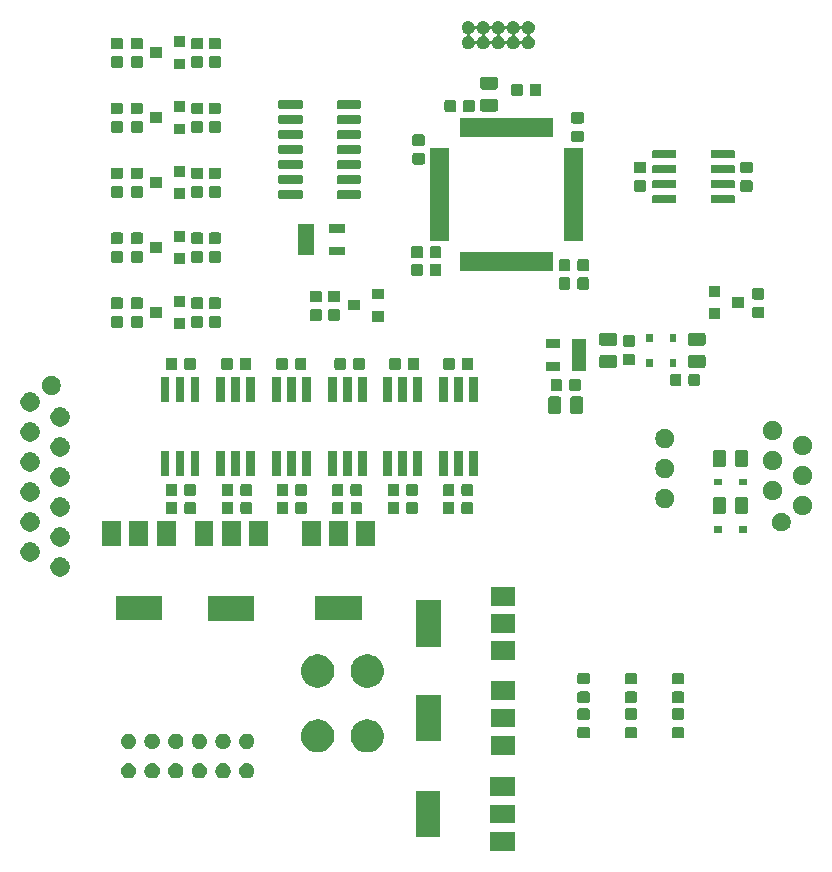
<source format=gbr>
G04 #@! TF.GenerationSoftware,KiCad,Pcbnew,(5.1.4-0)*
G04 #@! TF.CreationDate,2021-02-17T16:02:49+01:00*
G04 #@! TF.ProjectId,cooling control unit,636f6f6c-696e-4672-9063-6f6e74726f6c,rev?*
G04 #@! TF.SameCoordinates,Original*
G04 #@! TF.FileFunction,Soldermask,Top*
G04 #@! TF.FilePolarity,Negative*
%FSLAX46Y46*%
G04 Gerber Fmt 4.6, Leading zero omitted, Abs format (unit mm)*
G04 Created by KiCad (PCBNEW (5.1.4-0)) date 2021-02-17 16:02:49*
%MOMM*%
%LPD*%
G04 APERTURE LIST*
%ADD10C,0.100000*%
G04 APERTURE END LIST*
D10*
G36*
X143393000Y-127561000D02*
G01*
X141291000Y-127561000D01*
X141291000Y-125959000D01*
X143393000Y-125959000D01*
X143393000Y-127561000D01*
X143393000Y-127561000D01*
G37*
G36*
X137093000Y-126411000D02*
G01*
X134991000Y-126411000D01*
X134991000Y-122509000D01*
X137093000Y-122509000D01*
X137093000Y-126411000D01*
X137093000Y-126411000D01*
G37*
G36*
X143393000Y-125261000D02*
G01*
X141291000Y-125261000D01*
X141291000Y-123659000D01*
X143393000Y-123659000D01*
X143393000Y-125261000D01*
X143393000Y-125261000D01*
G37*
G36*
X143393000Y-122961000D02*
G01*
X141291000Y-122961000D01*
X141291000Y-121359000D01*
X143393000Y-121359000D01*
X143393000Y-122961000D01*
X143393000Y-122961000D01*
G37*
G36*
X120879890Y-120174017D02*
G01*
X120998364Y-120223091D01*
X121104988Y-120294335D01*
X121195665Y-120385012D01*
X121266909Y-120491636D01*
X121315983Y-120610110D01*
X121341000Y-120735882D01*
X121341000Y-120864118D01*
X121315983Y-120989890D01*
X121266909Y-121108364D01*
X121195665Y-121214988D01*
X121104988Y-121305665D01*
X120998364Y-121376909D01*
X120998363Y-121376910D01*
X120998362Y-121376910D01*
X120879890Y-121425983D01*
X120754119Y-121451000D01*
X120625881Y-121451000D01*
X120500110Y-121425983D01*
X120381638Y-121376910D01*
X120381637Y-121376910D01*
X120381636Y-121376909D01*
X120275012Y-121305665D01*
X120184335Y-121214988D01*
X120113091Y-121108364D01*
X120064017Y-120989890D01*
X120039000Y-120864118D01*
X120039000Y-120735882D01*
X120064017Y-120610110D01*
X120113091Y-120491636D01*
X120184335Y-120385012D01*
X120275012Y-120294335D01*
X120381636Y-120223091D01*
X120500110Y-120174017D01*
X120625881Y-120149000D01*
X120754119Y-120149000D01*
X120879890Y-120174017D01*
X120879890Y-120174017D01*
G37*
G36*
X118879890Y-120174017D02*
G01*
X118998364Y-120223091D01*
X119104988Y-120294335D01*
X119195665Y-120385012D01*
X119266909Y-120491636D01*
X119315983Y-120610110D01*
X119341000Y-120735882D01*
X119341000Y-120864118D01*
X119315983Y-120989890D01*
X119266909Y-121108364D01*
X119195665Y-121214988D01*
X119104988Y-121305665D01*
X118998364Y-121376909D01*
X118998363Y-121376910D01*
X118998362Y-121376910D01*
X118879890Y-121425983D01*
X118754119Y-121451000D01*
X118625881Y-121451000D01*
X118500110Y-121425983D01*
X118381638Y-121376910D01*
X118381637Y-121376910D01*
X118381636Y-121376909D01*
X118275012Y-121305665D01*
X118184335Y-121214988D01*
X118113091Y-121108364D01*
X118064017Y-120989890D01*
X118039000Y-120864118D01*
X118039000Y-120735882D01*
X118064017Y-120610110D01*
X118113091Y-120491636D01*
X118184335Y-120385012D01*
X118275012Y-120294335D01*
X118381636Y-120223091D01*
X118500110Y-120174017D01*
X118625881Y-120149000D01*
X118754119Y-120149000D01*
X118879890Y-120174017D01*
X118879890Y-120174017D01*
G37*
G36*
X116879890Y-120174017D02*
G01*
X116998364Y-120223091D01*
X117104988Y-120294335D01*
X117195665Y-120385012D01*
X117266909Y-120491636D01*
X117315983Y-120610110D01*
X117341000Y-120735882D01*
X117341000Y-120864118D01*
X117315983Y-120989890D01*
X117266909Y-121108364D01*
X117195665Y-121214988D01*
X117104988Y-121305665D01*
X116998364Y-121376909D01*
X116998363Y-121376910D01*
X116998362Y-121376910D01*
X116879890Y-121425983D01*
X116754119Y-121451000D01*
X116625881Y-121451000D01*
X116500110Y-121425983D01*
X116381638Y-121376910D01*
X116381637Y-121376910D01*
X116381636Y-121376909D01*
X116275012Y-121305665D01*
X116184335Y-121214988D01*
X116113091Y-121108364D01*
X116064017Y-120989890D01*
X116039000Y-120864118D01*
X116039000Y-120735882D01*
X116064017Y-120610110D01*
X116113091Y-120491636D01*
X116184335Y-120385012D01*
X116275012Y-120294335D01*
X116381636Y-120223091D01*
X116500110Y-120174017D01*
X116625881Y-120149000D01*
X116754119Y-120149000D01*
X116879890Y-120174017D01*
X116879890Y-120174017D01*
G37*
G36*
X114879890Y-120174017D02*
G01*
X114998364Y-120223091D01*
X115104988Y-120294335D01*
X115195665Y-120385012D01*
X115266909Y-120491636D01*
X115315983Y-120610110D01*
X115341000Y-120735882D01*
X115341000Y-120864118D01*
X115315983Y-120989890D01*
X115266909Y-121108364D01*
X115195665Y-121214988D01*
X115104988Y-121305665D01*
X114998364Y-121376909D01*
X114998363Y-121376910D01*
X114998362Y-121376910D01*
X114879890Y-121425983D01*
X114754119Y-121451000D01*
X114625881Y-121451000D01*
X114500110Y-121425983D01*
X114381638Y-121376910D01*
X114381637Y-121376910D01*
X114381636Y-121376909D01*
X114275012Y-121305665D01*
X114184335Y-121214988D01*
X114113091Y-121108364D01*
X114064017Y-120989890D01*
X114039000Y-120864118D01*
X114039000Y-120735882D01*
X114064017Y-120610110D01*
X114113091Y-120491636D01*
X114184335Y-120385012D01*
X114275012Y-120294335D01*
X114381636Y-120223091D01*
X114500110Y-120174017D01*
X114625881Y-120149000D01*
X114754119Y-120149000D01*
X114879890Y-120174017D01*
X114879890Y-120174017D01*
G37*
G36*
X112879890Y-120174017D02*
G01*
X112998364Y-120223091D01*
X113104988Y-120294335D01*
X113195665Y-120385012D01*
X113266909Y-120491636D01*
X113315983Y-120610110D01*
X113341000Y-120735882D01*
X113341000Y-120864118D01*
X113315983Y-120989890D01*
X113266909Y-121108364D01*
X113195665Y-121214988D01*
X113104988Y-121305665D01*
X112998364Y-121376909D01*
X112998363Y-121376910D01*
X112998362Y-121376910D01*
X112879890Y-121425983D01*
X112754119Y-121451000D01*
X112625881Y-121451000D01*
X112500110Y-121425983D01*
X112381638Y-121376910D01*
X112381637Y-121376910D01*
X112381636Y-121376909D01*
X112275012Y-121305665D01*
X112184335Y-121214988D01*
X112113091Y-121108364D01*
X112064017Y-120989890D01*
X112039000Y-120864118D01*
X112039000Y-120735882D01*
X112064017Y-120610110D01*
X112113091Y-120491636D01*
X112184335Y-120385012D01*
X112275012Y-120294335D01*
X112381636Y-120223091D01*
X112500110Y-120174017D01*
X112625881Y-120149000D01*
X112754119Y-120149000D01*
X112879890Y-120174017D01*
X112879890Y-120174017D01*
G37*
G36*
X110879890Y-120174017D02*
G01*
X110998364Y-120223091D01*
X111104988Y-120294335D01*
X111195665Y-120385012D01*
X111266909Y-120491636D01*
X111315983Y-120610110D01*
X111341000Y-120735882D01*
X111341000Y-120864118D01*
X111315983Y-120989890D01*
X111266909Y-121108364D01*
X111195665Y-121214988D01*
X111104988Y-121305665D01*
X110998364Y-121376909D01*
X110998363Y-121376910D01*
X110998362Y-121376910D01*
X110879890Y-121425983D01*
X110754119Y-121451000D01*
X110625881Y-121451000D01*
X110500110Y-121425983D01*
X110381638Y-121376910D01*
X110381637Y-121376910D01*
X110381636Y-121376909D01*
X110275012Y-121305665D01*
X110184335Y-121214988D01*
X110113091Y-121108364D01*
X110064017Y-120989890D01*
X110039000Y-120864118D01*
X110039000Y-120735882D01*
X110064017Y-120610110D01*
X110113091Y-120491636D01*
X110184335Y-120385012D01*
X110275012Y-120294335D01*
X110381636Y-120223091D01*
X110500110Y-120174017D01*
X110625881Y-120149000D01*
X110754119Y-120149000D01*
X110879890Y-120174017D01*
X110879890Y-120174017D01*
G37*
G36*
X143451000Y-119433000D02*
G01*
X141349000Y-119433000D01*
X141349000Y-117831000D01*
X143451000Y-117831000D01*
X143451000Y-119433000D01*
X143451000Y-119433000D01*
G37*
G36*
X131149032Y-116471088D02*
G01*
X131308657Y-116502839D01*
X131414267Y-116546585D01*
X131563621Y-116608449D01*
X131563622Y-116608450D01*
X131793086Y-116761772D01*
X131988228Y-116956914D01*
X132078332Y-117091765D01*
X132141551Y-117186379D01*
X132247161Y-117441344D01*
X132301000Y-117712012D01*
X132301000Y-117987988D01*
X132265107Y-118168433D01*
X132247161Y-118258657D01*
X132203477Y-118364118D01*
X132141551Y-118513621D01*
X132141550Y-118513622D01*
X131988228Y-118743086D01*
X131793086Y-118938228D01*
X131639763Y-119040675D01*
X131563621Y-119091551D01*
X131414267Y-119153415D01*
X131308657Y-119197161D01*
X131218433Y-119215107D01*
X131037988Y-119251000D01*
X130762012Y-119251000D01*
X130581567Y-119215107D01*
X130491343Y-119197161D01*
X130385733Y-119153415D01*
X130236379Y-119091551D01*
X130160237Y-119040675D01*
X130006914Y-118938228D01*
X129811772Y-118743086D01*
X129658450Y-118513622D01*
X129658449Y-118513621D01*
X129596523Y-118364118D01*
X129552839Y-118258657D01*
X129534893Y-118168433D01*
X129499000Y-117987988D01*
X129499000Y-117712012D01*
X129552839Y-117441344D01*
X129658449Y-117186379D01*
X129721668Y-117091765D01*
X129811772Y-116956914D01*
X130006914Y-116761772D01*
X130236378Y-116608450D01*
X130236379Y-116608449D01*
X130385733Y-116546585D01*
X130491343Y-116502839D01*
X130650968Y-116471088D01*
X130762012Y-116449000D01*
X131037988Y-116449000D01*
X131149032Y-116471088D01*
X131149032Y-116471088D01*
G37*
G36*
X126949032Y-116471088D02*
G01*
X127108657Y-116502839D01*
X127214267Y-116546585D01*
X127363621Y-116608449D01*
X127363622Y-116608450D01*
X127593086Y-116761772D01*
X127788228Y-116956914D01*
X127878332Y-117091765D01*
X127941551Y-117186379D01*
X128047161Y-117441344D01*
X128101000Y-117712012D01*
X128101000Y-117987988D01*
X128065107Y-118168433D01*
X128047161Y-118258657D01*
X128003477Y-118364118D01*
X127941551Y-118513621D01*
X127941550Y-118513622D01*
X127788228Y-118743086D01*
X127593086Y-118938228D01*
X127439763Y-119040675D01*
X127363621Y-119091551D01*
X127214267Y-119153415D01*
X127108657Y-119197161D01*
X127018433Y-119215107D01*
X126837988Y-119251000D01*
X126562012Y-119251000D01*
X126381567Y-119215107D01*
X126291343Y-119197161D01*
X126185733Y-119153415D01*
X126036379Y-119091551D01*
X125960237Y-119040675D01*
X125806914Y-118938228D01*
X125611772Y-118743086D01*
X125458450Y-118513622D01*
X125458449Y-118513621D01*
X125396523Y-118364118D01*
X125352839Y-118258657D01*
X125334893Y-118168433D01*
X125299000Y-117987988D01*
X125299000Y-117712012D01*
X125352839Y-117441344D01*
X125458449Y-117186379D01*
X125521668Y-117091765D01*
X125611772Y-116956914D01*
X125806914Y-116761772D01*
X126036378Y-116608450D01*
X126036379Y-116608449D01*
X126185733Y-116546585D01*
X126291343Y-116502839D01*
X126450968Y-116471088D01*
X126562012Y-116449000D01*
X126837988Y-116449000D01*
X126949032Y-116471088D01*
X126949032Y-116471088D01*
G37*
G36*
X120879890Y-117674017D02*
G01*
X120971618Y-117712012D01*
X120998364Y-117723091D01*
X121104988Y-117794335D01*
X121195665Y-117885012D01*
X121266910Y-117991638D01*
X121274938Y-118011019D01*
X121315983Y-118110110D01*
X121341000Y-118235882D01*
X121341000Y-118364118D01*
X121315983Y-118489890D01*
X121266909Y-118608364D01*
X121195665Y-118714988D01*
X121104988Y-118805665D01*
X120998364Y-118876909D01*
X120998363Y-118876910D01*
X120998362Y-118876910D01*
X120879890Y-118925983D01*
X120754119Y-118951000D01*
X120625881Y-118951000D01*
X120500110Y-118925983D01*
X120381638Y-118876910D01*
X120381637Y-118876910D01*
X120381636Y-118876909D01*
X120275012Y-118805665D01*
X120184335Y-118714988D01*
X120113091Y-118608364D01*
X120064017Y-118489890D01*
X120039000Y-118364118D01*
X120039000Y-118235882D01*
X120064017Y-118110110D01*
X120105062Y-118011019D01*
X120113090Y-117991638D01*
X120184335Y-117885012D01*
X120275012Y-117794335D01*
X120381636Y-117723091D01*
X120408383Y-117712012D01*
X120500110Y-117674017D01*
X120625881Y-117649000D01*
X120754119Y-117649000D01*
X120879890Y-117674017D01*
X120879890Y-117674017D01*
G37*
G36*
X118879890Y-117674017D02*
G01*
X118971618Y-117712012D01*
X118998364Y-117723091D01*
X119104988Y-117794335D01*
X119195665Y-117885012D01*
X119266910Y-117991638D01*
X119274938Y-118011019D01*
X119315983Y-118110110D01*
X119341000Y-118235882D01*
X119341000Y-118364118D01*
X119315983Y-118489890D01*
X119266909Y-118608364D01*
X119195665Y-118714988D01*
X119104988Y-118805665D01*
X118998364Y-118876909D01*
X118998363Y-118876910D01*
X118998362Y-118876910D01*
X118879890Y-118925983D01*
X118754119Y-118951000D01*
X118625881Y-118951000D01*
X118500110Y-118925983D01*
X118381638Y-118876910D01*
X118381637Y-118876910D01*
X118381636Y-118876909D01*
X118275012Y-118805665D01*
X118184335Y-118714988D01*
X118113091Y-118608364D01*
X118064017Y-118489890D01*
X118039000Y-118364118D01*
X118039000Y-118235882D01*
X118064017Y-118110110D01*
X118105062Y-118011019D01*
X118113090Y-117991638D01*
X118184335Y-117885012D01*
X118275012Y-117794335D01*
X118381636Y-117723091D01*
X118408383Y-117712012D01*
X118500110Y-117674017D01*
X118625881Y-117649000D01*
X118754119Y-117649000D01*
X118879890Y-117674017D01*
X118879890Y-117674017D01*
G37*
G36*
X116879890Y-117674017D02*
G01*
X116971618Y-117712012D01*
X116998364Y-117723091D01*
X117104988Y-117794335D01*
X117195665Y-117885012D01*
X117266910Y-117991638D01*
X117274938Y-118011019D01*
X117315983Y-118110110D01*
X117341000Y-118235882D01*
X117341000Y-118364118D01*
X117315983Y-118489890D01*
X117266909Y-118608364D01*
X117195665Y-118714988D01*
X117104988Y-118805665D01*
X116998364Y-118876909D01*
X116998363Y-118876910D01*
X116998362Y-118876910D01*
X116879890Y-118925983D01*
X116754119Y-118951000D01*
X116625881Y-118951000D01*
X116500110Y-118925983D01*
X116381638Y-118876910D01*
X116381637Y-118876910D01*
X116381636Y-118876909D01*
X116275012Y-118805665D01*
X116184335Y-118714988D01*
X116113091Y-118608364D01*
X116064017Y-118489890D01*
X116039000Y-118364118D01*
X116039000Y-118235882D01*
X116064017Y-118110110D01*
X116105062Y-118011019D01*
X116113090Y-117991638D01*
X116184335Y-117885012D01*
X116275012Y-117794335D01*
X116381636Y-117723091D01*
X116408383Y-117712012D01*
X116500110Y-117674017D01*
X116625881Y-117649000D01*
X116754119Y-117649000D01*
X116879890Y-117674017D01*
X116879890Y-117674017D01*
G37*
G36*
X114879890Y-117674017D02*
G01*
X114971618Y-117712012D01*
X114998364Y-117723091D01*
X115104988Y-117794335D01*
X115195665Y-117885012D01*
X115266910Y-117991638D01*
X115274938Y-118011019D01*
X115315983Y-118110110D01*
X115341000Y-118235882D01*
X115341000Y-118364118D01*
X115315983Y-118489890D01*
X115266909Y-118608364D01*
X115195665Y-118714988D01*
X115104988Y-118805665D01*
X114998364Y-118876909D01*
X114998363Y-118876910D01*
X114998362Y-118876910D01*
X114879890Y-118925983D01*
X114754119Y-118951000D01*
X114625881Y-118951000D01*
X114500110Y-118925983D01*
X114381638Y-118876910D01*
X114381637Y-118876910D01*
X114381636Y-118876909D01*
X114275012Y-118805665D01*
X114184335Y-118714988D01*
X114113091Y-118608364D01*
X114064017Y-118489890D01*
X114039000Y-118364118D01*
X114039000Y-118235882D01*
X114064017Y-118110110D01*
X114105062Y-118011019D01*
X114113090Y-117991638D01*
X114184335Y-117885012D01*
X114275012Y-117794335D01*
X114381636Y-117723091D01*
X114408383Y-117712012D01*
X114500110Y-117674017D01*
X114625881Y-117649000D01*
X114754119Y-117649000D01*
X114879890Y-117674017D01*
X114879890Y-117674017D01*
G37*
G36*
X112879890Y-117674017D02*
G01*
X112971618Y-117712012D01*
X112998364Y-117723091D01*
X113104988Y-117794335D01*
X113195665Y-117885012D01*
X113266910Y-117991638D01*
X113274938Y-118011019D01*
X113315983Y-118110110D01*
X113341000Y-118235882D01*
X113341000Y-118364118D01*
X113315983Y-118489890D01*
X113266909Y-118608364D01*
X113195665Y-118714988D01*
X113104988Y-118805665D01*
X112998364Y-118876909D01*
X112998363Y-118876910D01*
X112998362Y-118876910D01*
X112879890Y-118925983D01*
X112754119Y-118951000D01*
X112625881Y-118951000D01*
X112500110Y-118925983D01*
X112381638Y-118876910D01*
X112381637Y-118876910D01*
X112381636Y-118876909D01*
X112275012Y-118805665D01*
X112184335Y-118714988D01*
X112113091Y-118608364D01*
X112064017Y-118489890D01*
X112039000Y-118364118D01*
X112039000Y-118235882D01*
X112064017Y-118110110D01*
X112105062Y-118011019D01*
X112113090Y-117991638D01*
X112184335Y-117885012D01*
X112275012Y-117794335D01*
X112381636Y-117723091D01*
X112408383Y-117712012D01*
X112500110Y-117674017D01*
X112625881Y-117649000D01*
X112754119Y-117649000D01*
X112879890Y-117674017D01*
X112879890Y-117674017D01*
G37*
G36*
X110879890Y-117674017D02*
G01*
X110971618Y-117712012D01*
X110998364Y-117723091D01*
X111104988Y-117794335D01*
X111195665Y-117885012D01*
X111266910Y-117991638D01*
X111274938Y-118011019D01*
X111315983Y-118110110D01*
X111341000Y-118235882D01*
X111341000Y-118364118D01*
X111315983Y-118489890D01*
X111266909Y-118608364D01*
X111195665Y-118714988D01*
X111104988Y-118805665D01*
X110998364Y-118876909D01*
X110998363Y-118876910D01*
X110998362Y-118876910D01*
X110879890Y-118925983D01*
X110754119Y-118951000D01*
X110625881Y-118951000D01*
X110500110Y-118925983D01*
X110381638Y-118876910D01*
X110381637Y-118876910D01*
X110381636Y-118876909D01*
X110275012Y-118805665D01*
X110184335Y-118714988D01*
X110113091Y-118608364D01*
X110064017Y-118489890D01*
X110039000Y-118364118D01*
X110039000Y-118235882D01*
X110064017Y-118110110D01*
X110105062Y-118011019D01*
X110113090Y-117991638D01*
X110184335Y-117885012D01*
X110275012Y-117794335D01*
X110381636Y-117723091D01*
X110408383Y-117712012D01*
X110500110Y-117674017D01*
X110625881Y-117649000D01*
X110754119Y-117649000D01*
X110879890Y-117674017D01*
X110879890Y-117674017D01*
G37*
G36*
X137151000Y-118283000D02*
G01*
X135049000Y-118283000D01*
X135049000Y-114381000D01*
X137151000Y-114381000D01*
X137151000Y-118283000D01*
X137151000Y-118283000D01*
G37*
G36*
X157596951Y-117091765D02*
G01*
X157630929Y-117102073D01*
X157662250Y-117118814D01*
X157689699Y-117141341D01*
X157712226Y-117168790D01*
X157728967Y-117200111D01*
X157739275Y-117234089D01*
X157743360Y-117275570D01*
X157743360Y-117876790D01*
X157739275Y-117918271D01*
X157728967Y-117952249D01*
X157712226Y-117983570D01*
X157689699Y-118011019D01*
X157662250Y-118033546D01*
X157630929Y-118050287D01*
X157596951Y-118060595D01*
X157555470Y-118064680D01*
X156879250Y-118064680D01*
X156837769Y-118060595D01*
X156803791Y-118050287D01*
X156772470Y-118033546D01*
X156745021Y-118011019D01*
X156722494Y-117983570D01*
X156705753Y-117952249D01*
X156695445Y-117918271D01*
X156691360Y-117876790D01*
X156691360Y-117275570D01*
X156695445Y-117234089D01*
X156705753Y-117200111D01*
X156722494Y-117168790D01*
X156745021Y-117141341D01*
X156772470Y-117118814D01*
X156803791Y-117102073D01*
X156837769Y-117091765D01*
X156879250Y-117087680D01*
X157555470Y-117087680D01*
X157596951Y-117091765D01*
X157596951Y-117091765D01*
G37*
G36*
X153596951Y-117091765D02*
G01*
X153630929Y-117102073D01*
X153662250Y-117118814D01*
X153689699Y-117141341D01*
X153712226Y-117168790D01*
X153728967Y-117200111D01*
X153739275Y-117234089D01*
X153743360Y-117275570D01*
X153743360Y-117876790D01*
X153739275Y-117918271D01*
X153728967Y-117952249D01*
X153712226Y-117983570D01*
X153689699Y-118011019D01*
X153662250Y-118033546D01*
X153630929Y-118050287D01*
X153596951Y-118060595D01*
X153555470Y-118064680D01*
X152879250Y-118064680D01*
X152837769Y-118060595D01*
X152803791Y-118050287D01*
X152772470Y-118033546D01*
X152745021Y-118011019D01*
X152722494Y-117983570D01*
X152705753Y-117952249D01*
X152695445Y-117918271D01*
X152691360Y-117876790D01*
X152691360Y-117275570D01*
X152695445Y-117234089D01*
X152705753Y-117200111D01*
X152722494Y-117168790D01*
X152745021Y-117141341D01*
X152772470Y-117118814D01*
X152803791Y-117102073D01*
X152837769Y-117091765D01*
X152879250Y-117087680D01*
X153555470Y-117087680D01*
X153596951Y-117091765D01*
X153596951Y-117091765D01*
G37*
G36*
X149596951Y-117091765D02*
G01*
X149630929Y-117102073D01*
X149662250Y-117118814D01*
X149689699Y-117141341D01*
X149712226Y-117168790D01*
X149728967Y-117200111D01*
X149739275Y-117234089D01*
X149743360Y-117275570D01*
X149743360Y-117876790D01*
X149739275Y-117918271D01*
X149728967Y-117952249D01*
X149712226Y-117983570D01*
X149689699Y-118011019D01*
X149662250Y-118033546D01*
X149630929Y-118050287D01*
X149596951Y-118060595D01*
X149555470Y-118064680D01*
X148879250Y-118064680D01*
X148837769Y-118060595D01*
X148803791Y-118050287D01*
X148772470Y-118033546D01*
X148745021Y-118011019D01*
X148722494Y-117983570D01*
X148705753Y-117952249D01*
X148695445Y-117918271D01*
X148691360Y-117876790D01*
X148691360Y-117275570D01*
X148695445Y-117234089D01*
X148705753Y-117200111D01*
X148722494Y-117168790D01*
X148745021Y-117141341D01*
X148772470Y-117118814D01*
X148803791Y-117102073D01*
X148837769Y-117091765D01*
X148879250Y-117087680D01*
X149555470Y-117087680D01*
X149596951Y-117091765D01*
X149596951Y-117091765D01*
G37*
G36*
X143451000Y-117133000D02*
G01*
X141349000Y-117133000D01*
X141349000Y-115531000D01*
X143451000Y-115531000D01*
X143451000Y-117133000D01*
X143451000Y-117133000D01*
G37*
G36*
X157596951Y-115516765D02*
G01*
X157630929Y-115527073D01*
X157662250Y-115543814D01*
X157689699Y-115566341D01*
X157712226Y-115593790D01*
X157728967Y-115625111D01*
X157739275Y-115659089D01*
X157743360Y-115700570D01*
X157743360Y-116301790D01*
X157739275Y-116343271D01*
X157728967Y-116377249D01*
X157712226Y-116408570D01*
X157689699Y-116436019D01*
X157662250Y-116458546D01*
X157630929Y-116475287D01*
X157596951Y-116485595D01*
X157555470Y-116489680D01*
X156879250Y-116489680D01*
X156837769Y-116485595D01*
X156803791Y-116475287D01*
X156772470Y-116458546D01*
X156745021Y-116436019D01*
X156722494Y-116408570D01*
X156705753Y-116377249D01*
X156695445Y-116343271D01*
X156691360Y-116301790D01*
X156691360Y-115700570D01*
X156695445Y-115659089D01*
X156705753Y-115625111D01*
X156722494Y-115593790D01*
X156745021Y-115566341D01*
X156772470Y-115543814D01*
X156803791Y-115527073D01*
X156837769Y-115516765D01*
X156879250Y-115512680D01*
X157555470Y-115512680D01*
X157596951Y-115516765D01*
X157596951Y-115516765D01*
G37*
G36*
X153596951Y-115516765D02*
G01*
X153630929Y-115527073D01*
X153662250Y-115543814D01*
X153689699Y-115566341D01*
X153712226Y-115593790D01*
X153728967Y-115625111D01*
X153739275Y-115659089D01*
X153743360Y-115700570D01*
X153743360Y-116301790D01*
X153739275Y-116343271D01*
X153728967Y-116377249D01*
X153712226Y-116408570D01*
X153689699Y-116436019D01*
X153662250Y-116458546D01*
X153630929Y-116475287D01*
X153596951Y-116485595D01*
X153555470Y-116489680D01*
X152879250Y-116489680D01*
X152837769Y-116485595D01*
X152803791Y-116475287D01*
X152772470Y-116458546D01*
X152745021Y-116436019D01*
X152722494Y-116408570D01*
X152705753Y-116377249D01*
X152695445Y-116343271D01*
X152691360Y-116301790D01*
X152691360Y-115700570D01*
X152695445Y-115659089D01*
X152705753Y-115625111D01*
X152722494Y-115593790D01*
X152745021Y-115566341D01*
X152772470Y-115543814D01*
X152803791Y-115527073D01*
X152837769Y-115516765D01*
X152879250Y-115512680D01*
X153555470Y-115512680D01*
X153596951Y-115516765D01*
X153596951Y-115516765D01*
G37*
G36*
X149596951Y-115516765D02*
G01*
X149630929Y-115527073D01*
X149662250Y-115543814D01*
X149689699Y-115566341D01*
X149712226Y-115593790D01*
X149728967Y-115625111D01*
X149739275Y-115659089D01*
X149743360Y-115700570D01*
X149743360Y-116301790D01*
X149739275Y-116343271D01*
X149728967Y-116377249D01*
X149712226Y-116408570D01*
X149689699Y-116436019D01*
X149662250Y-116458546D01*
X149630929Y-116475287D01*
X149596951Y-116485595D01*
X149555470Y-116489680D01*
X148879250Y-116489680D01*
X148837769Y-116485595D01*
X148803791Y-116475287D01*
X148772470Y-116458546D01*
X148745021Y-116436019D01*
X148722494Y-116408570D01*
X148705753Y-116377249D01*
X148695445Y-116343271D01*
X148691360Y-116301790D01*
X148691360Y-115700570D01*
X148695445Y-115659089D01*
X148705753Y-115625111D01*
X148722494Y-115593790D01*
X148745021Y-115566341D01*
X148772470Y-115543814D01*
X148803791Y-115527073D01*
X148837769Y-115516765D01*
X148879250Y-115512680D01*
X149555470Y-115512680D01*
X149596951Y-115516765D01*
X149596951Y-115516765D01*
G37*
G36*
X157596951Y-114091765D02*
G01*
X157630929Y-114102073D01*
X157662250Y-114118814D01*
X157689699Y-114141341D01*
X157712226Y-114168790D01*
X157728967Y-114200111D01*
X157739275Y-114234089D01*
X157743360Y-114275570D01*
X157743360Y-114876790D01*
X157739275Y-114918271D01*
X157728967Y-114952249D01*
X157712226Y-114983570D01*
X157689699Y-115011019D01*
X157662250Y-115033546D01*
X157630929Y-115050287D01*
X157596951Y-115060595D01*
X157555470Y-115064680D01*
X156879250Y-115064680D01*
X156837769Y-115060595D01*
X156803791Y-115050287D01*
X156772470Y-115033546D01*
X156745021Y-115011019D01*
X156722494Y-114983570D01*
X156705753Y-114952249D01*
X156695445Y-114918271D01*
X156691360Y-114876790D01*
X156691360Y-114275570D01*
X156695445Y-114234089D01*
X156705753Y-114200111D01*
X156722494Y-114168790D01*
X156745021Y-114141341D01*
X156772470Y-114118814D01*
X156803791Y-114102073D01*
X156837769Y-114091765D01*
X156879250Y-114087680D01*
X157555470Y-114087680D01*
X157596951Y-114091765D01*
X157596951Y-114091765D01*
G37*
G36*
X153596951Y-114091765D02*
G01*
X153630929Y-114102073D01*
X153662250Y-114118814D01*
X153689699Y-114141341D01*
X153712226Y-114168790D01*
X153728967Y-114200111D01*
X153739275Y-114234089D01*
X153743360Y-114275570D01*
X153743360Y-114876790D01*
X153739275Y-114918271D01*
X153728967Y-114952249D01*
X153712226Y-114983570D01*
X153689699Y-115011019D01*
X153662250Y-115033546D01*
X153630929Y-115050287D01*
X153596951Y-115060595D01*
X153555470Y-115064680D01*
X152879250Y-115064680D01*
X152837769Y-115060595D01*
X152803791Y-115050287D01*
X152772470Y-115033546D01*
X152745021Y-115011019D01*
X152722494Y-114983570D01*
X152705753Y-114952249D01*
X152695445Y-114918271D01*
X152691360Y-114876790D01*
X152691360Y-114275570D01*
X152695445Y-114234089D01*
X152705753Y-114200111D01*
X152722494Y-114168790D01*
X152745021Y-114141341D01*
X152772470Y-114118814D01*
X152803791Y-114102073D01*
X152837769Y-114091765D01*
X152879250Y-114087680D01*
X153555470Y-114087680D01*
X153596951Y-114091765D01*
X153596951Y-114091765D01*
G37*
G36*
X149596951Y-114091765D02*
G01*
X149630929Y-114102073D01*
X149662250Y-114118814D01*
X149689699Y-114141341D01*
X149712226Y-114168790D01*
X149728967Y-114200111D01*
X149739275Y-114234089D01*
X149743360Y-114275570D01*
X149743360Y-114876790D01*
X149739275Y-114918271D01*
X149728967Y-114952249D01*
X149712226Y-114983570D01*
X149689699Y-115011019D01*
X149662250Y-115033546D01*
X149630929Y-115050287D01*
X149596951Y-115060595D01*
X149555470Y-115064680D01*
X148879250Y-115064680D01*
X148837769Y-115060595D01*
X148803791Y-115050287D01*
X148772470Y-115033546D01*
X148745021Y-115011019D01*
X148722494Y-114983570D01*
X148705753Y-114952249D01*
X148695445Y-114918271D01*
X148691360Y-114876790D01*
X148691360Y-114275570D01*
X148695445Y-114234089D01*
X148705753Y-114200111D01*
X148722494Y-114168790D01*
X148745021Y-114141341D01*
X148772470Y-114118814D01*
X148803791Y-114102073D01*
X148837769Y-114091765D01*
X148879250Y-114087680D01*
X149555470Y-114087680D01*
X149596951Y-114091765D01*
X149596951Y-114091765D01*
G37*
G36*
X143451000Y-114833000D02*
G01*
X141349000Y-114833000D01*
X141349000Y-113231000D01*
X143451000Y-113231000D01*
X143451000Y-114833000D01*
X143451000Y-114833000D01*
G37*
G36*
X131218433Y-110984893D02*
G01*
X131308657Y-111002839D01*
X131414267Y-111046585D01*
X131563621Y-111108449D01*
X131563622Y-111108450D01*
X131793086Y-111261772D01*
X131988228Y-111456914D01*
X132090675Y-111610237D01*
X132141551Y-111686379D01*
X132247161Y-111941344D01*
X132301000Y-112212012D01*
X132301000Y-112487988D01*
X132279955Y-112593790D01*
X132247505Y-112756930D01*
X132247161Y-112758656D01*
X132141551Y-113013621D01*
X132141550Y-113013622D01*
X131988228Y-113243086D01*
X131793086Y-113438228D01*
X131716082Y-113489680D01*
X131563621Y-113591551D01*
X131414267Y-113653415D01*
X131308657Y-113697161D01*
X131218433Y-113715107D01*
X131037988Y-113751000D01*
X130762012Y-113751000D01*
X130581567Y-113715107D01*
X130491343Y-113697161D01*
X130385733Y-113653415D01*
X130236379Y-113591551D01*
X130083918Y-113489680D01*
X130006914Y-113438228D01*
X129811772Y-113243086D01*
X129658450Y-113013622D01*
X129658449Y-113013621D01*
X129552839Y-112758656D01*
X129552496Y-112756930D01*
X129520045Y-112593790D01*
X129499000Y-112487988D01*
X129499000Y-112212012D01*
X129552839Y-111941344D01*
X129658449Y-111686379D01*
X129709325Y-111610237D01*
X129811772Y-111456914D01*
X130006914Y-111261772D01*
X130236378Y-111108450D01*
X130236379Y-111108449D01*
X130385733Y-111046585D01*
X130491343Y-111002839D01*
X130581567Y-110984893D01*
X130762012Y-110949000D01*
X131037988Y-110949000D01*
X131218433Y-110984893D01*
X131218433Y-110984893D01*
G37*
G36*
X127018433Y-110984893D02*
G01*
X127108657Y-111002839D01*
X127214267Y-111046585D01*
X127363621Y-111108449D01*
X127363622Y-111108450D01*
X127593086Y-111261772D01*
X127788228Y-111456914D01*
X127890675Y-111610237D01*
X127941551Y-111686379D01*
X128047161Y-111941344D01*
X128101000Y-112212012D01*
X128101000Y-112487988D01*
X128079955Y-112593790D01*
X128047505Y-112756930D01*
X128047161Y-112758656D01*
X127941551Y-113013621D01*
X127941550Y-113013622D01*
X127788228Y-113243086D01*
X127593086Y-113438228D01*
X127516082Y-113489680D01*
X127363621Y-113591551D01*
X127214267Y-113653415D01*
X127108657Y-113697161D01*
X127018433Y-113715107D01*
X126837988Y-113751000D01*
X126562012Y-113751000D01*
X126381567Y-113715107D01*
X126291343Y-113697161D01*
X126185733Y-113653415D01*
X126036379Y-113591551D01*
X125883918Y-113489680D01*
X125806914Y-113438228D01*
X125611772Y-113243086D01*
X125458450Y-113013622D01*
X125458449Y-113013621D01*
X125352839Y-112758656D01*
X125352496Y-112756930D01*
X125320045Y-112593790D01*
X125299000Y-112487988D01*
X125299000Y-112212012D01*
X125352839Y-111941344D01*
X125458449Y-111686379D01*
X125509325Y-111610237D01*
X125611772Y-111456914D01*
X125806914Y-111261772D01*
X126036378Y-111108450D01*
X126036379Y-111108449D01*
X126185733Y-111046585D01*
X126291343Y-111002839D01*
X126381567Y-110984893D01*
X126562012Y-110949000D01*
X126837988Y-110949000D01*
X127018433Y-110984893D01*
X127018433Y-110984893D01*
G37*
G36*
X157596951Y-112516765D02*
G01*
X157630929Y-112527073D01*
X157662250Y-112543814D01*
X157689699Y-112566341D01*
X157712226Y-112593790D01*
X157728967Y-112625111D01*
X157739275Y-112659089D01*
X157743360Y-112700570D01*
X157743360Y-113301790D01*
X157739275Y-113343271D01*
X157728967Y-113377249D01*
X157712226Y-113408570D01*
X157689699Y-113436019D01*
X157662250Y-113458546D01*
X157630929Y-113475287D01*
X157596951Y-113485595D01*
X157555470Y-113489680D01*
X156879250Y-113489680D01*
X156837769Y-113485595D01*
X156803791Y-113475287D01*
X156772470Y-113458546D01*
X156745021Y-113436019D01*
X156722494Y-113408570D01*
X156705753Y-113377249D01*
X156695445Y-113343271D01*
X156691360Y-113301790D01*
X156691360Y-112700570D01*
X156695445Y-112659089D01*
X156705753Y-112625111D01*
X156722494Y-112593790D01*
X156745021Y-112566341D01*
X156772470Y-112543814D01*
X156803791Y-112527073D01*
X156837769Y-112516765D01*
X156879250Y-112512680D01*
X157555470Y-112512680D01*
X157596951Y-112516765D01*
X157596951Y-112516765D01*
G37*
G36*
X149596951Y-112516765D02*
G01*
X149630929Y-112527073D01*
X149662250Y-112543814D01*
X149689699Y-112566341D01*
X149712226Y-112593790D01*
X149728967Y-112625111D01*
X149739275Y-112659089D01*
X149743360Y-112700570D01*
X149743360Y-113301790D01*
X149739275Y-113343271D01*
X149728967Y-113377249D01*
X149712226Y-113408570D01*
X149689699Y-113436019D01*
X149662250Y-113458546D01*
X149630929Y-113475287D01*
X149596951Y-113485595D01*
X149555470Y-113489680D01*
X148879250Y-113489680D01*
X148837769Y-113485595D01*
X148803791Y-113475287D01*
X148772470Y-113458546D01*
X148745021Y-113436019D01*
X148722494Y-113408570D01*
X148705753Y-113377249D01*
X148695445Y-113343271D01*
X148691360Y-113301790D01*
X148691360Y-112700570D01*
X148695445Y-112659089D01*
X148705753Y-112625111D01*
X148722494Y-112593790D01*
X148745021Y-112566341D01*
X148772470Y-112543814D01*
X148803791Y-112527073D01*
X148837769Y-112516765D01*
X148879250Y-112512680D01*
X149555470Y-112512680D01*
X149596951Y-112516765D01*
X149596951Y-112516765D01*
G37*
G36*
X153596951Y-112516765D02*
G01*
X153630929Y-112527073D01*
X153662250Y-112543814D01*
X153689699Y-112566341D01*
X153712226Y-112593790D01*
X153728967Y-112625111D01*
X153739275Y-112659089D01*
X153743360Y-112700570D01*
X153743360Y-113301790D01*
X153739275Y-113343271D01*
X153728967Y-113377249D01*
X153712226Y-113408570D01*
X153689699Y-113436019D01*
X153662250Y-113458546D01*
X153630929Y-113475287D01*
X153596951Y-113485595D01*
X153555470Y-113489680D01*
X152879250Y-113489680D01*
X152837769Y-113485595D01*
X152803791Y-113475287D01*
X152772470Y-113458546D01*
X152745021Y-113436019D01*
X152722494Y-113408570D01*
X152705753Y-113377249D01*
X152695445Y-113343271D01*
X152691360Y-113301790D01*
X152691360Y-112700570D01*
X152695445Y-112659089D01*
X152705753Y-112625111D01*
X152722494Y-112593790D01*
X152745021Y-112566341D01*
X152772470Y-112543814D01*
X152803791Y-112527073D01*
X152837769Y-112516765D01*
X152879250Y-112512680D01*
X153555470Y-112512680D01*
X153596951Y-112516765D01*
X153596951Y-112516765D01*
G37*
G36*
X143451000Y-111432000D02*
G01*
X141349000Y-111432000D01*
X141349000Y-109830000D01*
X143451000Y-109830000D01*
X143451000Y-111432000D01*
X143451000Y-111432000D01*
G37*
G36*
X137151000Y-110282000D02*
G01*
X135049000Y-110282000D01*
X135049000Y-106380000D01*
X137151000Y-106380000D01*
X137151000Y-110282000D01*
X137151000Y-110282000D01*
G37*
G36*
X143451000Y-109132000D02*
G01*
X141349000Y-109132000D01*
X141349000Y-107530000D01*
X143451000Y-107530000D01*
X143451000Y-109132000D01*
X143451000Y-109132000D01*
G37*
G36*
X121331000Y-108087000D02*
G01*
X117429000Y-108087000D01*
X117429000Y-105985000D01*
X121331000Y-105985000D01*
X121331000Y-108087000D01*
X121331000Y-108087000D01*
G37*
G36*
X130420000Y-108062000D02*
G01*
X126518000Y-108062000D01*
X126518000Y-105960000D01*
X130420000Y-105960000D01*
X130420000Y-108062000D01*
X130420000Y-108062000D01*
G37*
G36*
X113520000Y-108062000D02*
G01*
X109618000Y-108062000D01*
X109618000Y-105960000D01*
X113520000Y-105960000D01*
X113520000Y-108062000D01*
X113520000Y-108062000D01*
G37*
G36*
X143451000Y-106832000D02*
G01*
X141349000Y-106832000D01*
X141349000Y-105230000D01*
X143451000Y-105230000D01*
X143451000Y-106832000D01*
X143451000Y-106832000D01*
G37*
G36*
X105127142Y-102763242D02*
G01*
X105275101Y-102824529D01*
X105408255Y-102913499D01*
X105521501Y-103026745D01*
X105610471Y-103159899D01*
X105671758Y-103307858D01*
X105703000Y-103464925D01*
X105703000Y-103625075D01*
X105671758Y-103782142D01*
X105610471Y-103930101D01*
X105521501Y-104063255D01*
X105408255Y-104176501D01*
X105275101Y-104265471D01*
X105127142Y-104326758D01*
X104970075Y-104358000D01*
X104809925Y-104358000D01*
X104652858Y-104326758D01*
X104504899Y-104265471D01*
X104371745Y-104176501D01*
X104258499Y-104063255D01*
X104169529Y-103930101D01*
X104108242Y-103782142D01*
X104077000Y-103625075D01*
X104077000Y-103464925D01*
X104108242Y-103307858D01*
X104169529Y-103159899D01*
X104258499Y-103026745D01*
X104371745Y-102913499D01*
X104504899Y-102824529D01*
X104652858Y-102763242D01*
X104809925Y-102732000D01*
X104970075Y-102732000D01*
X105127142Y-102763242D01*
X105127142Y-102763242D01*
G37*
G36*
X102587142Y-101493242D02*
G01*
X102735101Y-101554529D01*
X102868255Y-101643499D01*
X102981501Y-101756745D01*
X103070471Y-101889899D01*
X103131758Y-102037858D01*
X103163000Y-102194925D01*
X103163000Y-102355075D01*
X103131758Y-102512142D01*
X103070471Y-102660101D01*
X102981501Y-102793255D01*
X102868255Y-102906501D01*
X102735101Y-102995471D01*
X102587142Y-103056758D01*
X102430075Y-103088000D01*
X102269925Y-103088000D01*
X102112858Y-103056758D01*
X101964899Y-102995471D01*
X101831745Y-102906501D01*
X101718499Y-102793255D01*
X101629529Y-102660101D01*
X101568242Y-102512142D01*
X101537000Y-102355075D01*
X101537000Y-102194925D01*
X101568242Y-102037858D01*
X101629529Y-101889899D01*
X101718499Y-101756745D01*
X101831745Y-101643499D01*
X101964899Y-101554529D01*
X102112858Y-101493242D01*
X102269925Y-101462000D01*
X102430075Y-101462000D01*
X102587142Y-101493242D01*
X102587142Y-101493242D01*
G37*
G36*
X105127142Y-100223242D02*
G01*
X105275101Y-100284529D01*
X105408255Y-100373499D01*
X105521501Y-100486745D01*
X105610471Y-100619899D01*
X105671758Y-100767858D01*
X105703000Y-100924925D01*
X105703000Y-101085075D01*
X105671758Y-101242142D01*
X105610471Y-101390101D01*
X105521501Y-101523255D01*
X105408255Y-101636501D01*
X105275101Y-101725471D01*
X105127142Y-101786758D01*
X104970075Y-101818000D01*
X104809925Y-101818000D01*
X104652858Y-101786758D01*
X104504899Y-101725471D01*
X104371745Y-101636501D01*
X104258499Y-101523255D01*
X104169529Y-101390101D01*
X104108242Y-101242142D01*
X104077000Y-101085075D01*
X104077000Y-100924925D01*
X104108242Y-100767858D01*
X104169529Y-100619899D01*
X104258499Y-100486745D01*
X104371745Y-100373499D01*
X104504899Y-100284529D01*
X104652858Y-100223242D01*
X104809925Y-100192000D01*
X104970075Y-100192000D01*
X105127142Y-100223242D01*
X105127142Y-100223242D01*
G37*
G36*
X120181000Y-101787000D02*
G01*
X118579000Y-101787000D01*
X118579000Y-99685000D01*
X120181000Y-99685000D01*
X120181000Y-101787000D01*
X120181000Y-101787000D01*
G37*
G36*
X117881000Y-101787000D02*
G01*
X116279000Y-101787000D01*
X116279000Y-99685000D01*
X117881000Y-99685000D01*
X117881000Y-101787000D01*
X117881000Y-101787000D01*
G37*
G36*
X122481000Y-101787000D02*
G01*
X120879000Y-101787000D01*
X120879000Y-99685000D01*
X122481000Y-99685000D01*
X122481000Y-101787000D01*
X122481000Y-101787000D01*
G37*
G36*
X112370000Y-101762000D02*
G01*
X110768000Y-101762000D01*
X110768000Y-99660000D01*
X112370000Y-99660000D01*
X112370000Y-101762000D01*
X112370000Y-101762000D01*
G37*
G36*
X110070000Y-101762000D02*
G01*
X108468000Y-101762000D01*
X108468000Y-99660000D01*
X110070000Y-99660000D01*
X110070000Y-101762000D01*
X110070000Y-101762000D01*
G37*
G36*
X114670000Y-101762000D02*
G01*
X113068000Y-101762000D01*
X113068000Y-99660000D01*
X114670000Y-99660000D01*
X114670000Y-101762000D01*
X114670000Y-101762000D01*
G37*
G36*
X126970000Y-101762000D02*
G01*
X125368000Y-101762000D01*
X125368000Y-99660000D01*
X126970000Y-99660000D01*
X126970000Y-101762000D01*
X126970000Y-101762000D01*
G37*
G36*
X129270000Y-101762000D02*
G01*
X127668000Y-101762000D01*
X127668000Y-99660000D01*
X129270000Y-99660000D01*
X129270000Y-101762000D01*
X129270000Y-101762000D01*
G37*
G36*
X131570000Y-101762000D02*
G01*
X129968000Y-101762000D01*
X129968000Y-99660000D01*
X131570000Y-99660000D01*
X131570000Y-101762000D01*
X131570000Y-101762000D01*
G37*
G36*
X160951000Y-100626000D02*
G01*
X160249000Y-100626000D01*
X160249000Y-100074000D01*
X160951000Y-100074000D01*
X160951000Y-100626000D01*
X160951000Y-100626000D01*
G37*
G36*
X163051000Y-100626000D02*
G01*
X162349000Y-100626000D01*
X162349000Y-100074000D01*
X163051000Y-100074000D01*
X163051000Y-100626000D01*
X163051000Y-100626000D01*
G37*
G36*
X102587142Y-98953242D02*
G01*
X102735101Y-99014529D01*
X102868255Y-99103499D01*
X102981501Y-99216745D01*
X103070471Y-99349899D01*
X103131758Y-99497858D01*
X103163000Y-99654925D01*
X103163000Y-99815075D01*
X103131758Y-99972142D01*
X103070471Y-100120101D01*
X102981501Y-100253255D01*
X102868255Y-100366501D01*
X102735101Y-100455471D01*
X102587142Y-100516758D01*
X102430075Y-100548000D01*
X102269925Y-100548000D01*
X102112858Y-100516758D01*
X101964899Y-100455471D01*
X101831745Y-100366501D01*
X101718499Y-100253255D01*
X101629529Y-100120101D01*
X101568242Y-99972142D01*
X101537000Y-99815075D01*
X101537000Y-99654925D01*
X101568242Y-99497858D01*
X101629529Y-99349899D01*
X101718499Y-99216745D01*
X101831745Y-99103499D01*
X101964899Y-99014529D01*
X102112858Y-98953242D01*
X102269925Y-98922000D01*
X102430075Y-98922000D01*
X102587142Y-98953242D01*
X102587142Y-98953242D01*
G37*
G36*
X166184642Y-98969781D02*
G01*
X166316356Y-99024339D01*
X166330416Y-99030163D01*
X166461608Y-99117822D01*
X166573178Y-99229392D01*
X166653698Y-99349900D01*
X166660838Y-99360586D01*
X166721219Y-99506358D01*
X166752000Y-99661107D01*
X166752000Y-99818893D01*
X166721219Y-99973642D01*
X166679649Y-100074000D01*
X166660837Y-100119416D01*
X166573178Y-100250608D01*
X166461608Y-100362178D01*
X166330416Y-100449837D01*
X166330415Y-100449838D01*
X166330414Y-100449838D01*
X166184642Y-100510219D01*
X166029893Y-100541000D01*
X165872107Y-100541000D01*
X165717358Y-100510219D01*
X165571586Y-100449838D01*
X165571585Y-100449838D01*
X165571584Y-100449837D01*
X165440392Y-100362178D01*
X165328822Y-100250608D01*
X165241163Y-100119416D01*
X165222351Y-100074000D01*
X165180781Y-99973642D01*
X165150000Y-99818893D01*
X165150000Y-99661107D01*
X165180781Y-99506358D01*
X165241162Y-99360586D01*
X165248302Y-99349900D01*
X165328822Y-99229392D01*
X165440392Y-99117822D01*
X165571584Y-99030163D01*
X165585644Y-99024339D01*
X165717358Y-98969781D01*
X165872107Y-98939000D01*
X166029893Y-98939000D01*
X166184642Y-98969781D01*
X166184642Y-98969781D01*
G37*
G36*
X105127142Y-97683242D02*
G01*
X105275101Y-97744529D01*
X105408255Y-97833499D01*
X105521501Y-97946745D01*
X105610471Y-98079899D01*
X105671758Y-98227858D01*
X105703000Y-98384925D01*
X105703000Y-98545075D01*
X105671758Y-98702142D01*
X105610471Y-98850101D01*
X105521501Y-98983255D01*
X105408255Y-99096501D01*
X105275101Y-99185471D01*
X105127142Y-99246758D01*
X104970075Y-99278000D01*
X104809925Y-99278000D01*
X104652858Y-99246758D01*
X104504899Y-99185471D01*
X104371745Y-99096501D01*
X104258499Y-98983255D01*
X104169529Y-98850101D01*
X104108242Y-98702142D01*
X104077000Y-98545075D01*
X104077000Y-98384925D01*
X104108242Y-98227858D01*
X104169529Y-98079899D01*
X104258499Y-97946745D01*
X104371745Y-97833499D01*
X104504899Y-97744529D01*
X104652858Y-97683242D01*
X104809925Y-97652000D01*
X104970075Y-97652000D01*
X105127142Y-97683242D01*
X105127142Y-97683242D01*
G37*
G36*
X167988142Y-97558242D02*
G01*
X168136101Y-97619529D01*
X168269255Y-97708499D01*
X168382501Y-97821745D01*
X168471471Y-97954899D01*
X168532758Y-98102858D01*
X168564000Y-98259925D01*
X168564000Y-98420075D01*
X168532758Y-98577142D01*
X168471471Y-98725101D01*
X168382501Y-98858255D01*
X168269255Y-98971501D01*
X168136101Y-99060471D01*
X167988142Y-99121758D01*
X167831075Y-99153000D01*
X167670925Y-99153000D01*
X167513858Y-99121758D01*
X167365899Y-99060471D01*
X167232745Y-98971501D01*
X167119499Y-98858255D01*
X167030529Y-98725101D01*
X166969242Y-98577142D01*
X166938000Y-98420075D01*
X166938000Y-98259925D01*
X166969242Y-98102858D01*
X167030529Y-97954899D01*
X167119499Y-97821745D01*
X167232745Y-97708499D01*
X167365899Y-97619529D01*
X167513858Y-97558242D01*
X167670925Y-97527000D01*
X167831075Y-97527000D01*
X167988142Y-97558242D01*
X167988142Y-97558242D01*
G37*
G36*
X162959468Y-97603565D02*
G01*
X162998138Y-97615296D01*
X163033777Y-97634346D01*
X163065017Y-97659983D01*
X163090654Y-97691223D01*
X163109704Y-97726862D01*
X163121435Y-97765532D01*
X163126000Y-97811888D01*
X163126000Y-98888112D01*
X163121435Y-98934468D01*
X163109704Y-98973138D01*
X163090654Y-99008777D01*
X163065017Y-99040017D01*
X163033777Y-99065654D01*
X162998138Y-99084704D01*
X162959468Y-99096435D01*
X162913112Y-99101000D01*
X162261888Y-99101000D01*
X162215532Y-99096435D01*
X162176862Y-99084704D01*
X162141223Y-99065654D01*
X162109983Y-99040017D01*
X162084346Y-99008777D01*
X162065296Y-98973138D01*
X162053565Y-98934468D01*
X162049000Y-98888112D01*
X162049000Y-97811888D01*
X162053565Y-97765532D01*
X162065296Y-97726862D01*
X162084346Y-97691223D01*
X162109983Y-97659983D01*
X162141223Y-97634346D01*
X162176862Y-97615296D01*
X162215532Y-97603565D01*
X162261888Y-97599000D01*
X162913112Y-97599000D01*
X162959468Y-97603565D01*
X162959468Y-97603565D01*
G37*
G36*
X161084468Y-97603565D02*
G01*
X161123138Y-97615296D01*
X161158777Y-97634346D01*
X161190017Y-97659983D01*
X161215654Y-97691223D01*
X161234704Y-97726862D01*
X161246435Y-97765532D01*
X161251000Y-97811888D01*
X161251000Y-98888112D01*
X161246435Y-98934468D01*
X161234704Y-98973138D01*
X161215654Y-99008777D01*
X161190017Y-99040017D01*
X161158777Y-99065654D01*
X161123138Y-99084704D01*
X161084468Y-99096435D01*
X161038112Y-99101000D01*
X160386888Y-99101000D01*
X160340532Y-99096435D01*
X160301862Y-99084704D01*
X160266223Y-99065654D01*
X160234983Y-99040017D01*
X160209346Y-99008777D01*
X160190296Y-98973138D01*
X160178565Y-98934468D01*
X160174000Y-98888112D01*
X160174000Y-97811888D01*
X160178565Y-97765532D01*
X160190296Y-97726862D01*
X160209346Y-97691223D01*
X160234983Y-97659983D01*
X160266223Y-97634346D01*
X160301862Y-97615296D01*
X160340532Y-97603565D01*
X160386888Y-97599000D01*
X161038112Y-97599000D01*
X161084468Y-97603565D01*
X161084468Y-97603565D01*
G37*
G36*
X128744071Y-98030085D02*
G01*
X128778049Y-98040393D01*
X128809370Y-98057134D01*
X128836819Y-98079661D01*
X128859346Y-98107110D01*
X128876087Y-98138431D01*
X128886395Y-98172409D01*
X128890480Y-98213890D01*
X128890480Y-98890110D01*
X128886395Y-98931591D01*
X128876087Y-98965569D01*
X128859346Y-98996890D01*
X128836819Y-99024339D01*
X128809370Y-99046866D01*
X128778049Y-99063607D01*
X128744071Y-99073915D01*
X128702590Y-99078000D01*
X128101370Y-99078000D01*
X128059889Y-99073915D01*
X128025911Y-99063607D01*
X127994590Y-99046866D01*
X127967141Y-99024339D01*
X127944614Y-98996890D01*
X127927873Y-98965569D01*
X127917565Y-98931591D01*
X127913480Y-98890110D01*
X127913480Y-98213890D01*
X127917565Y-98172409D01*
X127927873Y-98138431D01*
X127944614Y-98107110D01*
X127967141Y-98079661D01*
X127994590Y-98057134D01*
X128025911Y-98040393D01*
X128059889Y-98030085D01*
X128101370Y-98026000D01*
X128702590Y-98026000D01*
X128744071Y-98030085D01*
X128744071Y-98030085D01*
G37*
G36*
X135033311Y-98030085D02*
G01*
X135067289Y-98040393D01*
X135098610Y-98057134D01*
X135126059Y-98079661D01*
X135148586Y-98107110D01*
X135165327Y-98138431D01*
X135175635Y-98172409D01*
X135179720Y-98213890D01*
X135179720Y-98890110D01*
X135175635Y-98931591D01*
X135165327Y-98965569D01*
X135148586Y-98996890D01*
X135126059Y-99024339D01*
X135098610Y-99046866D01*
X135067289Y-99063607D01*
X135033311Y-99073915D01*
X134991830Y-99078000D01*
X134390610Y-99078000D01*
X134349129Y-99073915D01*
X134315151Y-99063607D01*
X134283830Y-99046866D01*
X134256381Y-99024339D01*
X134233854Y-98996890D01*
X134217113Y-98965569D01*
X134206805Y-98931591D01*
X134202720Y-98890110D01*
X134202720Y-98213890D01*
X134206805Y-98172409D01*
X134217113Y-98138431D01*
X134233854Y-98107110D01*
X134256381Y-98079661D01*
X134283830Y-98057134D01*
X134315151Y-98040393D01*
X134349129Y-98030085D01*
X134390610Y-98026000D01*
X134991830Y-98026000D01*
X135033311Y-98030085D01*
X135033311Y-98030085D01*
G37*
G36*
X114672471Y-98030085D02*
G01*
X114706449Y-98040393D01*
X114737770Y-98057134D01*
X114765219Y-98079661D01*
X114787746Y-98107110D01*
X114804487Y-98138431D01*
X114814795Y-98172409D01*
X114818880Y-98213890D01*
X114818880Y-98890110D01*
X114814795Y-98931591D01*
X114804487Y-98965569D01*
X114787746Y-98996890D01*
X114765219Y-99024339D01*
X114737770Y-99046866D01*
X114706449Y-99063607D01*
X114672471Y-99073915D01*
X114630990Y-99078000D01*
X114029770Y-99078000D01*
X113988289Y-99073915D01*
X113954311Y-99063607D01*
X113922990Y-99046866D01*
X113895541Y-99024339D01*
X113873014Y-98996890D01*
X113856273Y-98965569D01*
X113845965Y-98931591D01*
X113841880Y-98890110D01*
X113841880Y-98213890D01*
X113845965Y-98172409D01*
X113856273Y-98138431D01*
X113873014Y-98107110D01*
X113895541Y-98079661D01*
X113922990Y-98057134D01*
X113954311Y-98040393D01*
X113988289Y-98030085D01*
X114029770Y-98026000D01*
X114630990Y-98026000D01*
X114672471Y-98030085D01*
X114672471Y-98030085D01*
G37*
G36*
X133458311Y-98030085D02*
G01*
X133492289Y-98040393D01*
X133523610Y-98057134D01*
X133551059Y-98079661D01*
X133573586Y-98107110D01*
X133590327Y-98138431D01*
X133600635Y-98172409D01*
X133604720Y-98213890D01*
X133604720Y-98890110D01*
X133600635Y-98931591D01*
X133590327Y-98965569D01*
X133573586Y-98996890D01*
X133551059Y-99024339D01*
X133523610Y-99046866D01*
X133492289Y-99063607D01*
X133458311Y-99073915D01*
X133416830Y-99078000D01*
X132815610Y-99078000D01*
X132774129Y-99073915D01*
X132740151Y-99063607D01*
X132708830Y-99046866D01*
X132681381Y-99024339D01*
X132658854Y-98996890D01*
X132642113Y-98965569D01*
X132631805Y-98931591D01*
X132627720Y-98890110D01*
X132627720Y-98213890D01*
X132631805Y-98172409D01*
X132642113Y-98138431D01*
X132658854Y-98107110D01*
X132681381Y-98079661D01*
X132708830Y-98057134D01*
X132740151Y-98040393D01*
X132774129Y-98030085D01*
X132815610Y-98026000D01*
X133416830Y-98026000D01*
X133458311Y-98030085D01*
X133458311Y-98030085D01*
G37*
G36*
X124060311Y-98030085D02*
G01*
X124094289Y-98040393D01*
X124125610Y-98057134D01*
X124153059Y-98079661D01*
X124175586Y-98107110D01*
X124192327Y-98138431D01*
X124202635Y-98172409D01*
X124206720Y-98213890D01*
X124206720Y-98890110D01*
X124202635Y-98931591D01*
X124192327Y-98965569D01*
X124175586Y-98996890D01*
X124153059Y-99024339D01*
X124125610Y-99046866D01*
X124094289Y-99063607D01*
X124060311Y-99073915D01*
X124018830Y-99078000D01*
X123417610Y-99078000D01*
X123376129Y-99073915D01*
X123342151Y-99063607D01*
X123310830Y-99046866D01*
X123283381Y-99024339D01*
X123260854Y-98996890D01*
X123244113Y-98965569D01*
X123233805Y-98931591D01*
X123229720Y-98890110D01*
X123229720Y-98213890D01*
X123233805Y-98172409D01*
X123244113Y-98138431D01*
X123260854Y-98107110D01*
X123283381Y-98079661D01*
X123310830Y-98057134D01*
X123342151Y-98040393D01*
X123376129Y-98030085D01*
X123417610Y-98026000D01*
X124018830Y-98026000D01*
X124060311Y-98030085D01*
X124060311Y-98030085D01*
G37*
G36*
X125635311Y-98030085D02*
G01*
X125669289Y-98040393D01*
X125700610Y-98057134D01*
X125728059Y-98079661D01*
X125750586Y-98107110D01*
X125767327Y-98138431D01*
X125777635Y-98172409D01*
X125781720Y-98213890D01*
X125781720Y-98890110D01*
X125777635Y-98931591D01*
X125767327Y-98965569D01*
X125750586Y-98996890D01*
X125728059Y-99024339D01*
X125700610Y-99046866D01*
X125669289Y-99063607D01*
X125635311Y-99073915D01*
X125593830Y-99078000D01*
X124992610Y-99078000D01*
X124951129Y-99073915D01*
X124917151Y-99063607D01*
X124885830Y-99046866D01*
X124858381Y-99024339D01*
X124835854Y-98996890D01*
X124819113Y-98965569D01*
X124808805Y-98931591D01*
X124804720Y-98890110D01*
X124804720Y-98213890D01*
X124808805Y-98172409D01*
X124819113Y-98138431D01*
X124835854Y-98107110D01*
X124858381Y-98079661D01*
X124885830Y-98057134D01*
X124917151Y-98040393D01*
X124951129Y-98030085D01*
X124992610Y-98026000D01*
X125593830Y-98026000D01*
X125635311Y-98030085D01*
X125635311Y-98030085D01*
G37*
G36*
X116247471Y-98030085D02*
G01*
X116281449Y-98040393D01*
X116312770Y-98057134D01*
X116340219Y-98079661D01*
X116362746Y-98107110D01*
X116379487Y-98138431D01*
X116389795Y-98172409D01*
X116393880Y-98213890D01*
X116393880Y-98890110D01*
X116389795Y-98931591D01*
X116379487Y-98965569D01*
X116362746Y-98996890D01*
X116340219Y-99024339D01*
X116312770Y-99046866D01*
X116281449Y-99063607D01*
X116247471Y-99073915D01*
X116205990Y-99078000D01*
X115604770Y-99078000D01*
X115563289Y-99073915D01*
X115529311Y-99063607D01*
X115497990Y-99046866D01*
X115470541Y-99024339D01*
X115448014Y-98996890D01*
X115431273Y-98965569D01*
X115420965Y-98931591D01*
X115416880Y-98890110D01*
X115416880Y-98213890D01*
X115420965Y-98172409D01*
X115431273Y-98138431D01*
X115448014Y-98107110D01*
X115470541Y-98079661D01*
X115497990Y-98057134D01*
X115529311Y-98040393D01*
X115563289Y-98030085D01*
X115604770Y-98026000D01*
X116205990Y-98026000D01*
X116247471Y-98030085D01*
X116247471Y-98030085D01*
G37*
G36*
X139706911Y-98030085D02*
G01*
X139740889Y-98040393D01*
X139772210Y-98057134D01*
X139799659Y-98079661D01*
X139822186Y-98107110D01*
X139838927Y-98138431D01*
X139849235Y-98172409D01*
X139853320Y-98213890D01*
X139853320Y-98890110D01*
X139849235Y-98931591D01*
X139838927Y-98965569D01*
X139822186Y-98996890D01*
X139799659Y-99024339D01*
X139772210Y-99046866D01*
X139740889Y-99063607D01*
X139706911Y-99073915D01*
X139665430Y-99078000D01*
X139064210Y-99078000D01*
X139022729Y-99073915D01*
X138988751Y-99063607D01*
X138957430Y-99046866D01*
X138929981Y-99024339D01*
X138907454Y-98996890D01*
X138890713Y-98965569D01*
X138880405Y-98931591D01*
X138876320Y-98890110D01*
X138876320Y-98213890D01*
X138880405Y-98172409D01*
X138890713Y-98138431D01*
X138907454Y-98107110D01*
X138929981Y-98079661D01*
X138957430Y-98057134D01*
X138988751Y-98040393D01*
X139022729Y-98030085D01*
X139064210Y-98026000D01*
X139665430Y-98026000D01*
X139706911Y-98030085D01*
X139706911Y-98030085D01*
G37*
G36*
X138131911Y-98030085D02*
G01*
X138165889Y-98040393D01*
X138197210Y-98057134D01*
X138224659Y-98079661D01*
X138247186Y-98107110D01*
X138263927Y-98138431D01*
X138274235Y-98172409D01*
X138278320Y-98213890D01*
X138278320Y-98890110D01*
X138274235Y-98931591D01*
X138263927Y-98965569D01*
X138247186Y-98996890D01*
X138224659Y-99024339D01*
X138197210Y-99046866D01*
X138165889Y-99063607D01*
X138131911Y-99073915D01*
X138090430Y-99078000D01*
X137489210Y-99078000D01*
X137447729Y-99073915D01*
X137413751Y-99063607D01*
X137382430Y-99046866D01*
X137354981Y-99024339D01*
X137332454Y-98996890D01*
X137315713Y-98965569D01*
X137305405Y-98931591D01*
X137301320Y-98890110D01*
X137301320Y-98213890D01*
X137305405Y-98172409D01*
X137315713Y-98138431D01*
X137332454Y-98107110D01*
X137354981Y-98079661D01*
X137382430Y-98057134D01*
X137413751Y-98040393D01*
X137447729Y-98030085D01*
X137489210Y-98026000D01*
X138090430Y-98026000D01*
X138131911Y-98030085D01*
X138131911Y-98030085D01*
G37*
G36*
X130319071Y-98030085D02*
G01*
X130353049Y-98040393D01*
X130384370Y-98057134D01*
X130411819Y-98079661D01*
X130434346Y-98107110D01*
X130451087Y-98138431D01*
X130461395Y-98172409D01*
X130465480Y-98213890D01*
X130465480Y-98890110D01*
X130461395Y-98931591D01*
X130451087Y-98965569D01*
X130434346Y-98996890D01*
X130411819Y-99024339D01*
X130384370Y-99046866D01*
X130353049Y-99063607D01*
X130319071Y-99073915D01*
X130277590Y-99078000D01*
X129676370Y-99078000D01*
X129634889Y-99073915D01*
X129600911Y-99063607D01*
X129569590Y-99046866D01*
X129542141Y-99024339D01*
X129519614Y-98996890D01*
X129502873Y-98965569D01*
X129492565Y-98931591D01*
X129488480Y-98890110D01*
X129488480Y-98213890D01*
X129492565Y-98172409D01*
X129502873Y-98138431D01*
X129519614Y-98107110D01*
X129542141Y-98079661D01*
X129569590Y-98057134D01*
X129600911Y-98040393D01*
X129634889Y-98030085D01*
X129676370Y-98026000D01*
X130277590Y-98026000D01*
X130319071Y-98030085D01*
X130319071Y-98030085D01*
G37*
G36*
X119422271Y-98030085D02*
G01*
X119456249Y-98040393D01*
X119487570Y-98057134D01*
X119515019Y-98079661D01*
X119537546Y-98107110D01*
X119554287Y-98138431D01*
X119564595Y-98172409D01*
X119568680Y-98213890D01*
X119568680Y-98890110D01*
X119564595Y-98931591D01*
X119554287Y-98965569D01*
X119537546Y-98996890D01*
X119515019Y-99024339D01*
X119487570Y-99046866D01*
X119456249Y-99063607D01*
X119422271Y-99073915D01*
X119380790Y-99078000D01*
X118779570Y-99078000D01*
X118738089Y-99073915D01*
X118704111Y-99063607D01*
X118672790Y-99046866D01*
X118645341Y-99024339D01*
X118622814Y-98996890D01*
X118606073Y-98965569D01*
X118595765Y-98931591D01*
X118591680Y-98890110D01*
X118591680Y-98213890D01*
X118595765Y-98172409D01*
X118606073Y-98138431D01*
X118622814Y-98107110D01*
X118645341Y-98079661D01*
X118672790Y-98057134D01*
X118704111Y-98040393D01*
X118738089Y-98030085D01*
X118779570Y-98026000D01*
X119380790Y-98026000D01*
X119422271Y-98030085D01*
X119422271Y-98030085D01*
G37*
G36*
X120997271Y-98030085D02*
G01*
X121031249Y-98040393D01*
X121062570Y-98057134D01*
X121090019Y-98079661D01*
X121112546Y-98107110D01*
X121129287Y-98138431D01*
X121139595Y-98172409D01*
X121143680Y-98213890D01*
X121143680Y-98890110D01*
X121139595Y-98931591D01*
X121129287Y-98965569D01*
X121112546Y-98996890D01*
X121090019Y-99024339D01*
X121062570Y-99046866D01*
X121031249Y-99063607D01*
X120997271Y-99073915D01*
X120955790Y-99078000D01*
X120354570Y-99078000D01*
X120313089Y-99073915D01*
X120279111Y-99063607D01*
X120247790Y-99046866D01*
X120220341Y-99024339D01*
X120197814Y-98996890D01*
X120181073Y-98965569D01*
X120170765Y-98931591D01*
X120166680Y-98890110D01*
X120166680Y-98213890D01*
X120170765Y-98172409D01*
X120181073Y-98138431D01*
X120197814Y-98107110D01*
X120220341Y-98079661D01*
X120247790Y-98057134D01*
X120279111Y-98040393D01*
X120313089Y-98030085D01*
X120354570Y-98026000D01*
X120955790Y-98026000D01*
X120997271Y-98030085D01*
X120997271Y-98030085D01*
G37*
G36*
X156337142Y-96958242D02*
G01*
X156485101Y-97019529D01*
X156618255Y-97108499D01*
X156731501Y-97221745D01*
X156820471Y-97354899D01*
X156881758Y-97502858D01*
X156913000Y-97659925D01*
X156913000Y-97820075D01*
X156881758Y-97977142D01*
X156820471Y-98125101D01*
X156731501Y-98258255D01*
X156618255Y-98371501D01*
X156485101Y-98460471D01*
X156337142Y-98521758D01*
X156180075Y-98553000D01*
X156019925Y-98553000D01*
X155862858Y-98521758D01*
X155714899Y-98460471D01*
X155581745Y-98371501D01*
X155468499Y-98258255D01*
X155379529Y-98125101D01*
X155318242Y-97977142D01*
X155287000Y-97820075D01*
X155287000Y-97659925D01*
X155318242Y-97502858D01*
X155379529Y-97354899D01*
X155468499Y-97221745D01*
X155581745Y-97108499D01*
X155714899Y-97019529D01*
X155862858Y-96958242D01*
X156019925Y-96927000D01*
X156180075Y-96927000D01*
X156337142Y-96958242D01*
X156337142Y-96958242D01*
G37*
G36*
X102587142Y-96413242D02*
G01*
X102735101Y-96474529D01*
X102868255Y-96563499D01*
X102981501Y-96676745D01*
X103070471Y-96809899D01*
X103131758Y-96957858D01*
X103163000Y-97114925D01*
X103163000Y-97275075D01*
X103131758Y-97432142D01*
X103070471Y-97580101D01*
X102981501Y-97713255D01*
X102868255Y-97826501D01*
X102735101Y-97915471D01*
X102587142Y-97976758D01*
X102430075Y-98008000D01*
X102269925Y-98008000D01*
X102112858Y-97976758D01*
X101964899Y-97915471D01*
X101831745Y-97826501D01*
X101718499Y-97713255D01*
X101629529Y-97580101D01*
X101568242Y-97432142D01*
X101537000Y-97275075D01*
X101537000Y-97114925D01*
X101568242Y-96957858D01*
X101629529Y-96809899D01*
X101718499Y-96676745D01*
X101831745Y-96563499D01*
X101964899Y-96474529D01*
X102112858Y-96413242D01*
X102269925Y-96382000D01*
X102430075Y-96382000D01*
X102587142Y-96413242D01*
X102587142Y-96413242D01*
G37*
G36*
X165448142Y-96288242D02*
G01*
X165596101Y-96349529D01*
X165729255Y-96438499D01*
X165842501Y-96551745D01*
X165931471Y-96684899D01*
X165992758Y-96832858D01*
X166024000Y-96989925D01*
X166024000Y-97150075D01*
X165992758Y-97307142D01*
X165931471Y-97455101D01*
X165842501Y-97588255D01*
X165729255Y-97701501D01*
X165596101Y-97790471D01*
X165448142Y-97851758D01*
X165291075Y-97883000D01*
X165130925Y-97883000D01*
X164973858Y-97851758D01*
X164825899Y-97790471D01*
X164692745Y-97701501D01*
X164579499Y-97588255D01*
X164490529Y-97455101D01*
X164429242Y-97307142D01*
X164398000Y-97150075D01*
X164398000Y-96989925D01*
X164429242Y-96832858D01*
X164490529Y-96684899D01*
X164579499Y-96551745D01*
X164692745Y-96438499D01*
X164825899Y-96349529D01*
X164973858Y-96288242D01*
X165130925Y-96257000D01*
X165291075Y-96257000D01*
X165448142Y-96288242D01*
X165448142Y-96288242D01*
G37*
G36*
X124065391Y-96506085D02*
G01*
X124099369Y-96516393D01*
X124130690Y-96533134D01*
X124158139Y-96555661D01*
X124180666Y-96583110D01*
X124197407Y-96614431D01*
X124207715Y-96648409D01*
X124211800Y-96689890D01*
X124211800Y-97366110D01*
X124207715Y-97407591D01*
X124197407Y-97441569D01*
X124180666Y-97472890D01*
X124158139Y-97500339D01*
X124130690Y-97522866D01*
X124099369Y-97539607D01*
X124065391Y-97549915D01*
X124023910Y-97554000D01*
X123422690Y-97554000D01*
X123381209Y-97549915D01*
X123347231Y-97539607D01*
X123315910Y-97522866D01*
X123288461Y-97500339D01*
X123265934Y-97472890D01*
X123249193Y-97441569D01*
X123238885Y-97407591D01*
X123234800Y-97366110D01*
X123234800Y-96689890D01*
X123238885Y-96648409D01*
X123249193Y-96614431D01*
X123265934Y-96583110D01*
X123288461Y-96555661D01*
X123315910Y-96533134D01*
X123347231Y-96516393D01*
X123381209Y-96506085D01*
X123422690Y-96502000D01*
X124023910Y-96502000D01*
X124065391Y-96506085D01*
X124065391Y-96506085D01*
G37*
G36*
X128738991Y-96506085D02*
G01*
X128772969Y-96516393D01*
X128804290Y-96533134D01*
X128831739Y-96555661D01*
X128854266Y-96583110D01*
X128871007Y-96614431D01*
X128881315Y-96648409D01*
X128885400Y-96689890D01*
X128885400Y-97366110D01*
X128881315Y-97407591D01*
X128871007Y-97441569D01*
X128854266Y-97472890D01*
X128831739Y-97500339D01*
X128804290Y-97522866D01*
X128772969Y-97539607D01*
X128738991Y-97549915D01*
X128697510Y-97554000D01*
X128096290Y-97554000D01*
X128054809Y-97549915D01*
X128020831Y-97539607D01*
X127989510Y-97522866D01*
X127962061Y-97500339D01*
X127939534Y-97472890D01*
X127922793Y-97441569D01*
X127912485Y-97407591D01*
X127908400Y-97366110D01*
X127908400Y-96689890D01*
X127912485Y-96648409D01*
X127922793Y-96614431D01*
X127939534Y-96583110D01*
X127962061Y-96555661D01*
X127989510Y-96533134D01*
X128020831Y-96516393D01*
X128054809Y-96506085D01*
X128096290Y-96502000D01*
X128697510Y-96502000D01*
X128738991Y-96506085D01*
X128738991Y-96506085D01*
G37*
G36*
X125640391Y-96506085D02*
G01*
X125674369Y-96516393D01*
X125705690Y-96533134D01*
X125733139Y-96555661D01*
X125755666Y-96583110D01*
X125772407Y-96614431D01*
X125782715Y-96648409D01*
X125786800Y-96689890D01*
X125786800Y-97366110D01*
X125782715Y-97407591D01*
X125772407Y-97441569D01*
X125755666Y-97472890D01*
X125733139Y-97500339D01*
X125705690Y-97522866D01*
X125674369Y-97539607D01*
X125640391Y-97549915D01*
X125598910Y-97554000D01*
X124997690Y-97554000D01*
X124956209Y-97549915D01*
X124922231Y-97539607D01*
X124890910Y-97522866D01*
X124863461Y-97500339D01*
X124840934Y-97472890D01*
X124824193Y-97441569D01*
X124813885Y-97407591D01*
X124809800Y-97366110D01*
X124809800Y-96689890D01*
X124813885Y-96648409D01*
X124824193Y-96614431D01*
X124840934Y-96583110D01*
X124863461Y-96555661D01*
X124890910Y-96533134D01*
X124922231Y-96516393D01*
X124956209Y-96506085D01*
X124997690Y-96502000D01*
X125598910Y-96502000D01*
X125640391Y-96506085D01*
X125640391Y-96506085D01*
G37*
G36*
X135038391Y-96506085D02*
G01*
X135072369Y-96516393D01*
X135103690Y-96533134D01*
X135131139Y-96555661D01*
X135153666Y-96583110D01*
X135170407Y-96614431D01*
X135180715Y-96648409D01*
X135184800Y-96689890D01*
X135184800Y-97366110D01*
X135180715Y-97407591D01*
X135170407Y-97441569D01*
X135153666Y-97472890D01*
X135131139Y-97500339D01*
X135103690Y-97522866D01*
X135072369Y-97539607D01*
X135038391Y-97549915D01*
X134996910Y-97554000D01*
X134395690Y-97554000D01*
X134354209Y-97549915D01*
X134320231Y-97539607D01*
X134288910Y-97522866D01*
X134261461Y-97500339D01*
X134238934Y-97472890D01*
X134222193Y-97441569D01*
X134211885Y-97407591D01*
X134207800Y-97366110D01*
X134207800Y-96689890D01*
X134211885Y-96648409D01*
X134222193Y-96614431D01*
X134238934Y-96583110D01*
X134261461Y-96555661D01*
X134288910Y-96533134D01*
X134320231Y-96516393D01*
X134354209Y-96506085D01*
X134395690Y-96502000D01*
X134996910Y-96502000D01*
X135038391Y-96506085D01*
X135038391Y-96506085D01*
G37*
G36*
X133463391Y-96506085D02*
G01*
X133497369Y-96516393D01*
X133528690Y-96533134D01*
X133556139Y-96555661D01*
X133578666Y-96583110D01*
X133595407Y-96614431D01*
X133605715Y-96648409D01*
X133609800Y-96689890D01*
X133609800Y-97366110D01*
X133605715Y-97407591D01*
X133595407Y-97441569D01*
X133578666Y-97472890D01*
X133556139Y-97500339D01*
X133528690Y-97522866D01*
X133497369Y-97539607D01*
X133463391Y-97549915D01*
X133421910Y-97554000D01*
X132820690Y-97554000D01*
X132779209Y-97549915D01*
X132745231Y-97539607D01*
X132713910Y-97522866D01*
X132686461Y-97500339D01*
X132663934Y-97472890D01*
X132647193Y-97441569D01*
X132636885Y-97407591D01*
X132632800Y-97366110D01*
X132632800Y-96689890D01*
X132636885Y-96648409D01*
X132647193Y-96614431D01*
X132663934Y-96583110D01*
X132686461Y-96555661D01*
X132713910Y-96533134D01*
X132745231Y-96516393D01*
X132779209Y-96506085D01*
X132820690Y-96502000D01*
X133421910Y-96502000D01*
X133463391Y-96506085D01*
X133463391Y-96506085D01*
G37*
G36*
X139711991Y-96506085D02*
G01*
X139745969Y-96516393D01*
X139777290Y-96533134D01*
X139804739Y-96555661D01*
X139827266Y-96583110D01*
X139844007Y-96614431D01*
X139854315Y-96648409D01*
X139858400Y-96689890D01*
X139858400Y-97366110D01*
X139854315Y-97407591D01*
X139844007Y-97441569D01*
X139827266Y-97472890D01*
X139804739Y-97500339D01*
X139777290Y-97522866D01*
X139745969Y-97539607D01*
X139711991Y-97549915D01*
X139670510Y-97554000D01*
X139069290Y-97554000D01*
X139027809Y-97549915D01*
X138993831Y-97539607D01*
X138962510Y-97522866D01*
X138935061Y-97500339D01*
X138912534Y-97472890D01*
X138895793Y-97441569D01*
X138885485Y-97407591D01*
X138881400Y-97366110D01*
X138881400Y-96689890D01*
X138885485Y-96648409D01*
X138895793Y-96614431D01*
X138912534Y-96583110D01*
X138935061Y-96555661D01*
X138962510Y-96533134D01*
X138993831Y-96516393D01*
X139027809Y-96506085D01*
X139069290Y-96502000D01*
X139670510Y-96502000D01*
X139711991Y-96506085D01*
X139711991Y-96506085D01*
G37*
G36*
X138136991Y-96506085D02*
G01*
X138170969Y-96516393D01*
X138202290Y-96533134D01*
X138229739Y-96555661D01*
X138252266Y-96583110D01*
X138269007Y-96614431D01*
X138279315Y-96648409D01*
X138283400Y-96689890D01*
X138283400Y-97366110D01*
X138279315Y-97407591D01*
X138269007Y-97441569D01*
X138252266Y-97472890D01*
X138229739Y-97500339D01*
X138202290Y-97522866D01*
X138170969Y-97539607D01*
X138136991Y-97549915D01*
X138095510Y-97554000D01*
X137494290Y-97554000D01*
X137452809Y-97549915D01*
X137418831Y-97539607D01*
X137387510Y-97522866D01*
X137360061Y-97500339D01*
X137337534Y-97472890D01*
X137320793Y-97441569D01*
X137310485Y-97407591D01*
X137306400Y-97366110D01*
X137306400Y-96689890D01*
X137310485Y-96648409D01*
X137320793Y-96614431D01*
X137337534Y-96583110D01*
X137360061Y-96555661D01*
X137387510Y-96533134D01*
X137418831Y-96516393D01*
X137452809Y-96506085D01*
X137494290Y-96502000D01*
X138095510Y-96502000D01*
X138136991Y-96506085D01*
X138136991Y-96506085D01*
G37*
G36*
X116242391Y-96506085D02*
G01*
X116276369Y-96516393D01*
X116307690Y-96533134D01*
X116335139Y-96555661D01*
X116357666Y-96583110D01*
X116374407Y-96614431D01*
X116384715Y-96648409D01*
X116388800Y-96689890D01*
X116388800Y-97366110D01*
X116384715Y-97407591D01*
X116374407Y-97441569D01*
X116357666Y-97472890D01*
X116335139Y-97500339D01*
X116307690Y-97522866D01*
X116276369Y-97539607D01*
X116242391Y-97549915D01*
X116200910Y-97554000D01*
X115599690Y-97554000D01*
X115558209Y-97549915D01*
X115524231Y-97539607D01*
X115492910Y-97522866D01*
X115465461Y-97500339D01*
X115442934Y-97472890D01*
X115426193Y-97441569D01*
X115415885Y-97407591D01*
X115411800Y-97366110D01*
X115411800Y-96689890D01*
X115415885Y-96648409D01*
X115426193Y-96614431D01*
X115442934Y-96583110D01*
X115465461Y-96555661D01*
X115492910Y-96533134D01*
X115524231Y-96516393D01*
X115558209Y-96506085D01*
X115599690Y-96502000D01*
X116200910Y-96502000D01*
X116242391Y-96506085D01*
X116242391Y-96506085D01*
G37*
G36*
X114667391Y-96506085D02*
G01*
X114701369Y-96516393D01*
X114732690Y-96533134D01*
X114760139Y-96555661D01*
X114782666Y-96583110D01*
X114799407Y-96614431D01*
X114809715Y-96648409D01*
X114813800Y-96689890D01*
X114813800Y-97366110D01*
X114809715Y-97407591D01*
X114799407Y-97441569D01*
X114782666Y-97472890D01*
X114760139Y-97500339D01*
X114732690Y-97522866D01*
X114701369Y-97539607D01*
X114667391Y-97549915D01*
X114625910Y-97554000D01*
X114024690Y-97554000D01*
X113983209Y-97549915D01*
X113949231Y-97539607D01*
X113917910Y-97522866D01*
X113890461Y-97500339D01*
X113867934Y-97472890D01*
X113851193Y-97441569D01*
X113840885Y-97407591D01*
X113836800Y-97366110D01*
X113836800Y-96689890D01*
X113840885Y-96648409D01*
X113851193Y-96614431D01*
X113867934Y-96583110D01*
X113890461Y-96555661D01*
X113917910Y-96533134D01*
X113949231Y-96516393D01*
X113983209Y-96506085D01*
X114024690Y-96502000D01*
X114625910Y-96502000D01*
X114667391Y-96506085D01*
X114667391Y-96506085D01*
G37*
G36*
X120992191Y-96506085D02*
G01*
X121026169Y-96516393D01*
X121057490Y-96533134D01*
X121084939Y-96555661D01*
X121107466Y-96583110D01*
X121124207Y-96614431D01*
X121134515Y-96648409D01*
X121138600Y-96689890D01*
X121138600Y-97366110D01*
X121134515Y-97407591D01*
X121124207Y-97441569D01*
X121107466Y-97472890D01*
X121084939Y-97500339D01*
X121057490Y-97522866D01*
X121026169Y-97539607D01*
X120992191Y-97549915D01*
X120950710Y-97554000D01*
X120349490Y-97554000D01*
X120308009Y-97549915D01*
X120274031Y-97539607D01*
X120242710Y-97522866D01*
X120215261Y-97500339D01*
X120192734Y-97472890D01*
X120175993Y-97441569D01*
X120165685Y-97407591D01*
X120161600Y-97366110D01*
X120161600Y-96689890D01*
X120165685Y-96648409D01*
X120175993Y-96614431D01*
X120192734Y-96583110D01*
X120215261Y-96555661D01*
X120242710Y-96533134D01*
X120274031Y-96516393D01*
X120308009Y-96506085D01*
X120349490Y-96502000D01*
X120950710Y-96502000D01*
X120992191Y-96506085D01*
X120992191Y-96506085D01*
G37*
G36*
X119417191Y-96506085D02*
G01*
X119451169Y-96516393D01*
X119482490Y-96533134D01*
X119509939Y-96555661D01*
X119532466Y-96583110D01*
X119549207Y-96614431D01*
X119559515Y-96648409D01*
X119563600Y-96689890D01*
X119563600Y-97366110D01*
X119559515Y-97407591D01*
X119549207Y-97441569D01*
X119532466Y-97472890D01*
X119509939Y-97500339D01*
X119482490Y-97522866D01*
X119451169Y-97539607D01*
X119417191Y-97549915D01*
X119375710Y-97554000D01*
X118774490Y-97554000D01*
X118733009Y-97549915D01*
X118699031Y-97539607D01*
X118667710Y-97522866D01*
X118640261Y-97500339D01*
X118617734Y-97472890D01*
X118600993Y-97441569D01*
X118590685Y-97407591D01*
X118586600Y-97366110D01*
X118586600Y-96689890D01*
X118590685Y-96648409D01*
X118600993Y-96614431D01*
X118617734Y-96583110D01*
X118640261Y-96555661D01*
X118667710Y-96533134D01*
X118699031Y-96516393D01*
X118733009Y-96506085D01*
X118774490Y-96502000D01*
X119375710Y-96502000D01*
X119417191Y-96506085D01*
X119417191Y-96506085D01*
G37*
G36*
X130313991Y-96506085D02*
G01*
X130347969Y-96516393D01*
X130379290Y-96533134D01*
X130406739Y-96555661D01*
X130429266Y-96583110D01*
X130446007Y-96614431D01*
X130456315Y-96648409D01*
X130460400Y-96689890D01*
X130460400Y-97366110D01*
X130456315Y-97407591D01*
X130446007Y-97441569D01*
X130429266Y-97472890D01*
X130406739Y-97500339D01*
X130379290Y-97522866D01*
X130347969Y-97539607D01*
X130313991Y-97549915D01*
X130272510Y-97554000D01*
X129671290Y-97554000D01*
X129629809Y-97549915D01*
X129595831Y-97539607D01*
X129564510Y-97522866D01*
X129537061Y-97500339D01*
X129514534Y-97472890D01*
X129497793Y-97441569D01*
X129487485Y-97407591D01*
X129483400Y-97366110D01*
X129483400Y-96689890D01*
X129487485Y-96648409D01*
X129497793Y-96614431D01*
X129514534Y-96583110D01*
X129537061Y-96555661D01*
X129564510Y-96533134D01*
X129595831Y-96516393D01*
X129629809Y-96506085D01*
X129671290Y-96502000D01*
X130272510Y-96502000D01*
X130313991Y-96506085D01*
X130313991Y-96506085D01*
G37*
G36*
X105127142Y-95143242D02*
G01*
X105275101Y-95204529D01*
X105408255Y-95293499D01*
X105521501Y-95406745D01*
X105610471Y-95539899D01*
X105671758Y-95687858D01*
X105703000Y-95844925D01*
X105703000Y-96005075D01*
X105671758Y-96162142D01*
X105610471Y-96310101D01*
X105521501Y-96443255D01*
X105408255Y-96556501D01*
X105275101Y-96645471D01*
X105127142Y-96706758D01*
X104970075Y-96738000D01*
X104809925Y-96738000D01*
X104652858Y-96706758D01*
X104504899Y-96645471D01*
X104371745Y-96556501D01*
X104258499Y-96443255D01*
X104169529Y-96310101D01*
X104108242Y-96162142D01*
X104077000Y-96005075D01*
X104077000Y-95844925D01*
X104108242Y-95687858D01*
X104169529Y-95539899D01*
X104258499Y-95406745D01*
X104371745Y-95293499D01*
X104504899Y-95204529D01*
X104652858Y-95143242D01*
X104809925Y-95112000D01*
X104970075Y-95112000D01*
X105127142Y-95143242D01*
X105127142Y-95143242D01*
G37*
G36*
X163051000Y-96626000D02*
G01*
X162349000Y-96626000D01*
X162349000Y-96074000D01*
X163051000Y-96074000D01*
X163051000Y-96626000D01*
X163051000Y-96626000D01*
G37*
G36*
X160951000Y-96626000D02*
G01*
X160249000Y-96626000D01*
X160249000Y-96074000D01*
X160951000Y-96074000D01*
X160951000Y-96626000D01*
X160951000Y-96626000D01*
G37*
G36*
X167988142Y-95018242D02*
G01*
X168136101Y-95079529D01*
X168269255Y-95168499D01*
X168382501Y-95281745D01*
X168471471Y-95414899D01*
X168532758Y-95562858D01*
X168564000Y-95719925D01*
X168564000Y-95880075D01*
X168532758Y-96037142D01*
X168471471Y-96185101D01*
X168382501Y-96318255D01*
X168269255Y-96431501D01*
X168136101Y-96520471D01*
X167988142Y-96581758D01*
X167831075Y-96613000D01*
X167670925Y-96613000D01*
X167513858Y-96581758D01*
X167365899Y-96520471D01*
X167232745Y-96431501D01*
X167119499Y-96318255D01*
X167030529Y-96185101D01*
X166969242Y-96037142D01*
X166938000Y-95880075D01*
X166938000Y-95719925D01*
X166969242Y-95562858D01*
X167030529Y-95414899D01*
X167119499Y-95281745D01*
X167232745Y-95168499D01*
X167365899Y-95079529D01*
X167513858Y-95018242D01*
X167670925Y-94987000D01*
X167831075Y-94987000D01*
X167988142Y-95018242D01*
X167988142Y-95018242D01*
G37*
G36*
X156337142Y-94418242D02*
G01*
X156485101Y-94479529D01*
X156618255Y-94568499D01*
X156731501Y-94681745D01*
X156820471Y-94814899D01*
X156881758Y-94962858D01*
X156913000Y-95119925D01*
X156913000Y-95280075D01*
X156881758Y-95437142D01*
X156820471Y-95585101D01*
X156731501Y-95718255D01*
X156618255Y-95831501D01*
X156485101Y-95920471D01*
X156337142Y-95981758D01*
X156180075Y-96013000D01*
X156019925Y-96013000D01*
X155862858Y-95981758D01*
X155714899Y-95920471D01*
X155581745Y-95831501D01*
X155468499Y-95718255D01*
X155379529Y-95585101D01*
X155318242Y-95437142D01*
X155287000Y-95280075D01*
X155287000Y-95119925D01*
X155318242Y-94962858D01*
X155379529Y-94814899D01*
X155468499Y-94681745D01*
X155581745Y-94568499D01*
X155714899Y-94479529D01*
X155862858Y-94418242D01*
X156019925Y-94387000D01*
X156180075Y-94387000D01*
X156337142Y-94418242D01*
X156337142Y-94418242D01*
G37*
G36*
X115426199Y-95844200D02*
G01*
X114684199Y-95844200D01*
X114684199Y-93742200D01*
X115426199Y-93742200D01*
X115426199Y-95844200D01*
X115426199Y-95844200D01*
G37*
G36*
X126127399Y-95844200D02*
G01*
X125385399Y-95844200D01*
X125385399Y-93742200D01*
X126127399Y-93742200D01*
X126127399Y-95844200D01*
X126127399Y-95844200D01*
G37*
G36*
X140274199Y-95844200D02*
G01*
X139532199Y-95844200D01*
X139532199Y-93742200D01*
X140274199Y-93742200D01*
X140274199Y-95844200D01*
X140274199Y-95844200D01*
G37*
G36*
X139004199Y-95844200D02*
G01*
X138262199Y-95844200D01*
X138262199Y-93742200D01*
X139004199Y-93742200D01*
X139004199Y-95844200D01*
X139004199Y-95844200D01*
G37*
G36*
X137734199Y-95844200D02*
G01*
X136992199Y-95844200D01*
X136992199Y-93742200D01*
X137734199Y-93742200D01*
X137734199Y-95844200D01*
X137734199Y-95844200D01*
G37*
G36*
X135558599Y-95844200D02*
G01*
X134816599Y-95844200D01*
X134816599Y-93742200D01*
X135558599Y-93742200D01*
X135558599Y-95844200D01*
X135558599Y-95844200D01*
G37*
G36*
X134288599Y-95844200D02*
G01*
X133546599Y-95844200D01*
X133546599Y-93742200D01*
X134288599Y-93742200D01*
X134288599Y-95844200D01*
X134288599Y-95844200D01*
G37*
G36*
X133018599Y-95844200D02*
G01*
X132276599Y-95844200D01*
X132276599Y-93742200D01*
X133018599Y-93742200D01*
X133018599Y-95844200D01*
X133018599Y-95844200D01*
G37*
G36*
X130842999Y-95844200D02*
G01*
X130100999Y-95844200D01*
X130100999Y-93742200D01*
X130842999Y-93742200D01*
X130842999Y-95844200D01*
X130842999Y-95844200D01*
G37*
G36*
X114156199Y-95844200D02*
G01*
X113414199Y-95844200D01*
X113414199Y-93742200D01*
X114156199Y-93742200D01*
X114156199Y-95844200D01*
X114156199Y-95844200D01*
G37*
G36*
X129572999Y-95844200D02*
G01*
X128830999Y-95844200D01*
X128830999Y-93742200D01*
X129572999Y-93742200D01*
X129572999Y-95844200D01*
X129572999Y-95844200D01*
G37*
G36*
X128302999Y-95844200D02*
G01*
X127560999Y-95844200D01*
X127560999Y-93742200D01*
X128302999Y-93742200D01*
X128302999Y-95844200D01*
X128302999Y-95844200D01*
G37*
G36*
X116696199Y-95844200D02*
G01*
X115954199Y-95844200D01*
X115954199Y-93742200D01*
X116696199Y-93742200D01*
X116696199Y-95844200D01*
X116696199Y-95844200D01*
G37*
G36*
X121411799Y-95844200D02*
G01*
X120669799Y-95844200D01*
X120669799Y-93742200D01*
X121411799Y-93742200D01*
X121411799Y-95844200D01*
X121411799Y-95844200D01*
G37*
G36*
X124857399Y-95844200D02*
G01*
X124115399Y-95844200D01*
X124115399Y-93742200D01*
X124857399Y-93742200D01*
X124857399Y-95844200D01*
X124857399Y-95844200D01*
G37*
G36*
X123587399Y-95844200D02*
G01*
X122845399Y-95844200D01*
X122845399Y-93742200D01*
X123587399Y-93742200D01*
X123587399Y-95844200D01*
X123587399Y-95844200D01*
G37*
G36*
X120141799Y-95844200D02*
G01*
X119399799Y-95844200D01*
X119399799Y-93742200D01*
X120141799Y-93742200D01*
X120141799Y-95844200D01*
X120141799Y-95844200D01*
G37*
G36*
X118871799Y-95844200D02*
G01*
X118129799Y-95844200D01*
X118129799Y-93742200D01*
X118871799Y-93742200D01*
X118871799Y-95844200D01*
X118871799Y-95844200D01*
G37*
G36*
X102587142Y-93873242D02*
G01*
X102735101Y-93934529D01*
X102868255Y-94023499D01*
X102981501Y-94136745D01*
X103070471Y-94269899D01*
X103131758Y-94417858D01*
X103163000Y-94574925D01*
X103163000Y-94735075D01*
X103131758Y-94892142D01*
X103070471Y-95040101D01*
X102981501Y-95173255D01*
X102868255Y-95286501D01*
X102735101Y-95375471D01*
X102587142Y-95436758D01*
X102430075Y-95468000D01*
X102269925Y-95468000D01*
X102112858Y-95436758D01*
X101964899Y-95375471D01*
X101831745Y-95286501D01*
X101718499Y-95173255D01*
X101629529Y-95040101D01*
X101568242Y-94892142D01*
X101537000Y-94735075D01*
X101537000Y-94574925D01*
X101568242Y-94417858D01*
X101629529Y-94269899D01*
X101718499Y-94136745D01*
X101831745Y-94023499D01*
X101964899Y-93934529D01*
X102112858Y-93873242D01*
X102269925Y-93842000D01*
X102430075Y-93842000D01*
X102587142Y-93873242D01*
X102587142Y-93873242D01*
G37*
G36*
X165448142Y-93748242D02*
G01*
X165596101Y-93809529D01*
X165729255Y-93898499D01*
X165842501Y-94011745D01*
X165931471Y-94144899D01*
X165992758Y-94292858D01*
X166024000Y-94449925D01*
X166024000Y-94610075D01*
X165992758Y-94767142D01*
X165931471Y-94915101D01*
X165842501Y-95048255D01*
X165729255Y-95161501D01*
X165596101Y-95250471D01*
X165448142Y-95311758D01*
X165291075Y-95343000D01*
X165130925Y-95343000D01*
X164973858Y-95311758D01*
X164825899Y-95250471D01*
X164692745Y-95161501D01*
X164579499Y-95048255D01*
X164490529Y-94915101D01*
X164429242Y-94767142D01*
X164398000Y-94610075D01*
X164398000Y-94449925D01*
X164429242Y-94292858D01*
X164490529Y-94144899D01*
X164579499Y-94011745D01*
X164692745Y-93898499D01*
X164825899Y-93809529D01*
X164973858Y-93748242D01*
X165130925Y-93717000D01*
X165291075Y-93717000D01*
X165448142Y-93748242D01*
X165448142Y-93748242D01*
G37*
G36*
X161084468Y-93603565D02*
G01*
X161123138Y-93615296D01*
X161158777Y-93634346D01*
X161190017Y-93659983D01*
X161215654Y-93691223D01*
X161234704Y-93726862D01*
X161246435Y-93765532D01*
X161251000Y-93811888D01*
X161251000Y-94888112D01*
X161246435Y-94934468D01*
X161234704Y-94973138D01*
X161215654Y-95008777D01*
X161190017Y-95040017D01*
X161158777Y-95065654D01*
X161123138Y-95084704D01*
X161084468Y-95096435D01*
X161038112Y-95101000D01*
X160386888Y-95101000D01*
X160340532Y-95096435D01*
X160301862Y-95084704D01*
X160266223Y-95065654D01*
X160234983Y-95040017D01*
X160209346Y-95008777D01*
X160190296Y-94973138D01*
X160178565Y-94934468D01*
X160174000Y-94888112D01*
X160174000Y-93811888D01*
X160178565Y-93765532D01*
X160190296Y-93726862D01*
X160209346Y-93691223D01*
X160234983Y-93659983D01*
X160266223Y-93634346D01*
X160301862Y-93615296D01*
X160340532Y-93603565D01*
X160386888Y-93599000D01*
X161038112Y-93599000D01*
X161084468Y-93603565D01*
X161084468Y-93603565D01*
G37*
G36*
X162959468Y-93603565D02*
G01*
X162998138Y-93615296D01*
X163033777Y-93634346D01*
X163065017Y-93659983D01*
X163090654Y-93691223D01*
X163109704Y-93726862D01*
X163121435Y-93765532D01*
X163126000Y-93811888D01*
X163126000Y-94888112D01*
X163121435Y-94934468D01*
X163109704Y-94973138D01*
X163090654Y-95008777D01*
X163065017Y-95040017D01*
X163033777Y-95065654D01*
X162998138Y-95084704D01*
X162959468Y-95096435D01*
X162913112Y-95101000D01*
X162261888Y-95101000D01*
X162215532Y-95096435D01*
X162176862Y-95084704D01*
X162141223Y-95065654D01*
X162109983Y-95040017D01*
X162084346Y-95008777D01*
X162065296Y-94973138D01*
X162053565Y-94934468D01*
X162049000Y-94888112D01*
X162049000Y-93811888D01*
X162053565Y-93765532D01*
X162065296Y-93726862D01*
X162084346Y-93691223D01*
X162109983Y-93659983D01*
X162141223Y-93634346D01*
X162176862Y-93615296D01*
X162215532Y-93603565D01*
X162261888Y-93599000D01*
X162913112Y-93599000D01*
X162959468Y-93603565D01*
X162959468Y-93603565D01*
G37*
G36*
X105127142Y-92603242D02*
G01*
X105275101Y-92664529D01*
X105408255Y-92753499D01*
X105521501Y-92866745D01*
X105610471Y-92999899D01*
X105671758Y-93147858D01*
X105703000Y-93304925D01*
X105703000Y-93465075D01*
X105671758Y-93622142D01*
X105610471Y-93770101D01*
X105521501Y-93903255D01*
X105408255Y-94016501D01*
X105275101Y-94105471D01*
X105127142Y-94166758D01*
X104970075Y-94198000D01*
X104809925Y-94198000D01*
X104652858Y-94166758D01*
X104504899Y-94105471D01*
X104371745Y-94016501D01*
X104258499Y-93903255D01*
X104169529Y-93770101D01*
X104108242Y-93622142D01*
X104077000Y-93465075D01*
X104077000Y-93304925D01*
X104108242Y-93147858D01*
X104169529Y-92999899D01*
X104258499Y-92866745D01*
X104371745Y-92753499D01*
X104504899Y-92664529D01*
X104652858Y-92603242D01*
X104809925Y-92572000D01*
X104970075Y-92572000D01*
X105127142Y-92603242D01*
X105127142Y-92603242D01*
G37*
G36*
X167988142Y-92478242D02*
G01*
X168136101Y-92539529D01*
X168269255Y-92628499D01*
X168382501Y-92741745D01*
X168471471Y-92874899D01*
X168532758Y-93022858D01*
X168564000Y-93179925D01*
X168564000Y-93340075D01*
X168532758Y-93497142D01*
X168471471Y-93645101D01*
X168382501Y-93778255D01*
X168269255Y-93891501D01*
X168136101Y-93980471D01*
X167988142Y-94041758D01*
X167831075Y-94073000D01*
X167670925Y-94073000D01*
X167513858Y-94041758D01*
X167365899Y-93980471D01*
X167232745Y-93891501D01*
X167119499Y-93778255D01*
X167030529Y-93645101D01*
X166969242Y-93497142D01*
X166938000Y-93340075D01*
X166938000Y-93179925D01*
X166969242Y-93022858D01*
X167030529Y-92874899D01*
X167119499Y-92741745D01*
X167232745Y-92628499D01*
X167365899Y-92539529D01*
X167513858Y-92478242D01*
X167670925Y-92447000D01*
X167831075Y-92447000D01*
X167988142Y-92478242D01*
X167988142Y-92478242D01*
G37*
G36*
X156337142Y-91878242D02*
G01*
X156485101Y-91939529D01*
X156618255Y-92028499D01*
X156731501Y-92141745D01*
X156820471Y-92274899D01*
X156881758Y-92422858D01*
X156913000Y-92579925D01*
X156913000Y-92740075D01*
X156881758Y-92897142D01*
X156820471Y-93045101D01*
X156731501Y-93178255D01*
X156618255Y-93291501D01*
X156485101Y-93380471D01*
X156337142Y-93441758D01*
X156180075Y-93473000D01*
X156019925Y-93473000D01*
X155862858Y-93441758D01*
X155714899Y-93380471D01*
X155581745Y-93291501D01*
X155468499Y-93178255D01*
X155379529Y-93045101D01*
X155318242Y-92897142D01*
X155287000Y-92740075D01*
X155287000Y-92579925D01*
X155318242Y-92422858D01*
X155379529Y-92274899D01*
X155468499Y-92141745D01*
X155581745Y-92028499D01*
X155714899Y-91939529D01*
X155862858Y-91878242D01*
X156019925Y-91847000D01*
X156180075Y-91847000D01*
X156337142Y-91878242D01*
X156337142Y-91878242D01*
G37*
G36*
X102587142Y-91333242D02*
G01*
X102735101Y-91394529D01*
X102868255Y-91483499D01*
X102981501Y-91596745D01*
X103070471Y-91729899D01*
X103131758Y-91877858D01*
X103163000Y-92034925D01*
X103163000Y-92195075D01*
X103131758Y-92352142D01*
X103070471Y-92500101D01*
X102981501Y-92633255D01*
X102868255Y-92746501D01*
X102735101Y-92835471D01*
X102587142Y-92896758D01*
X102430075Y-92928000D01*
X102269925Y-92928000D01*
X102112858Y-92896758D01*
X101964899Y-92835471D01*
X101831745Y-92746501D01*
X101718499Y-92633255D01*
X101629529Y-92500101D01*
X101568242Y-92352142D01*
X101537000Y-92195075D01*
X101537000Y-92034925D01*
X101568242Y-91877858D01*
X101629529Y-91729899D01*
X101718499Y-91596745D01*
X101831745Y-91483499D01*
X101964899Y-91394529D01*
X102112858Y-91333242D01*
X102269925Y-91302000D01*
X102430075Y-91302000D01*
X102587142Y-91333242D01*
X102587142Y-91333242D01*
G37*
G36*
X165448142Y-91208242D02*
G01*
X165596101Y-91269529D01*
X165729255Y-91358499D01*
X165842501Y-91471745D01*
X165931471Y-91604899D01*
X165992758Y-91752858D01*
X166024000Y-91909925D01*
X166024000Y-92070075D01*
X165992758Y-92227142D01*
X165931471Y-92375101D01*
X165842501Y-92508255D01*
X165729255Y-92621501D01*
X165596101Y-92710471D01*
X165448142Y-92771758D01*
X165291075Y-92803000D01*
X165130925Y-92803000D01*
X164973858Y-92771758D01*
X164825899Y-92710471D01*
X164692745Y-92621501D01*
X164579499Y-92508255D01*
X164490529Y-92375101D01*
X164429242Y-92227142D01*
X164398000Y-92070075D01*
X164398000Y-91909925D01*
X164429242Y-91752858D01*
X164490529Y-91604899D01*
X164579499Y-91471745D01*
X164692745Y-91358499D01*
X164825899Y-91269529D01*
X164973858Y-91208242D01*
X165130925Y-91177000D01*
X165291075Y-91177000D01*
X165448142Y-91208242D01*
X165448142Y-91208242D01*
G37*
G36*
X105127142Y-90063242D02*
G01*
X105275101Y-90124529D01*
X105408255Y-90213499D01*
X105521501Y-90326745D01*
X105610471Y-90459899D01*
X105671758Y-90607858D01*
X105703000Y-90764925D01*
X105703000Y-90925075D01*
X105671758Y-91082142D01*
X105610471Y-91230101D01*
X105521501Y-91363255D01*
X105408255Y-91476501D01*
X105275101Y-91565471D01*
X105127142Y-91626758D01*
X104970075Y-91658000D01*
X104809925Y-91658000D01*
X104652858Y-91626758D01*
X104504899Y-91565471D01*
X104371745Y-91476501D01*
X104258499Y-91363255D01*
X104169529Y-91230101D01*
X104108242Y-91082142D01*
X104077000Y-90925075D01*
X104077000Y-90764925D01*
X104108242Y-90607858D01*
X104169529Y-90459899D01*
X104258499Y-90326745D01*
X104371745Y-90213499D01*
X104504899Y-90124529D01*
X104652858Y-90063242D01*
X104809925Y-90032000D01*
X104970075Y-90032000D01*
X105127142Y-90063242D01*
X105127142Y-90063242D01*
G37*
G36*
X149009468Y-89103565D02*
G01*
X149048138Y-89115296D01*
X149083777Y-89134346D01*
X149115017Y-89159983D01*
X149140654Y-89191223D01*
X149159704Y-89226862D01*
X149171435Y-89265532D01*
X149176000Y-89311888D01*
X149176000Y-90388112D01*
X149171435Y-90434468D01*
X149159704Y-90473138D01*
X149140654Y-90508777D01*
X149115017Y-90540017D01*
X149083777Y-90565654D01*
X149048138Y-90584704D01*
X149009468Y-90596435D01*
X148963112Y-90601000D01*
X148311888Y-90601000D01*
X148265532Y-90596435D01*
X148226862Y-90584704D01*
X148191223Y-90565654D01*
X148159983Y-90540017D01*
X148134346Y-90508777D01*
X148115296Y-90473138D01*
X148103565Y-90434468D01*
X148099000Y-90388112D01*
X148099000Y-89311888D01*
X148103565Y-89265532D01*
X148115296Y-89226862D01*
X148134346Y-89191223D01*
X148159983Y-89159983D01*
X148191223Y-89134346D01*
X148226862Y-89115296D01*
X148265532Y-89103565D01*
X148311888Y-89099000D01*
X148963112Y-89099000D01*
X149009468Y-89103565D01*
X149009468Y-89103565D01*
G37*
G36*
X147134468Y-89103565D02*
G01*
X147173138Y-89115296D01*
X147208777Y-89134346D01*
X147240017Y-89159983D01*
X147265654Y-89191223D01*
X147284704Y-89226862D01*
X147296435Y-89265532D01*
X147301000Y-89311888D01*
X147301000Y-90388112D01*
X147296435Y-90434468D01*
X147284704Y-90473138D01*
X147265654Y-90508777D01*
X147240017Y-90540017D01*
X147208777Y-90565654D01*
X147173138Y-90584704D01*
X147134468Y-90596435D01*
X147088112Y-90601000D01*
X146436888Y-90601000D01*
X146390532Y-90596435D01*
X146351862Y-90584704D01*
X146316223Y-90565654D01*
X146284983Y-90540017D01*
X146259346Y-90508777D01*
X146240296Y-90473138D01*
X146228565Y-90434468D01*
X146224000Y-90388112D01*
X146224000Y-89311888D01*
X146228565Y-89265532D01*
X146240296Y-89226862D01*
X146259346Y-89191223D01*
X146284983Y-89159983D01*
X146316223Y-89134346D01*
X146351862Y-89115296D01*
X146390532Y-89103565D01*
X146436888Y-89099000D01*
X147088112Y-89099000D01*
X147134468Y-89103565D01*
X147134468Y-89103565D01*
G37*
G36*
X102587142Y-88793242D02*
G01*
X102735101Y-88854529D01*
X102868255Y-88943499D01*
X102981501Y-89056745D01*
X103070471Y-89189899D01*
X103131758Y-89337858D01*
X103163000Y-89494925D01*
X103163000Y-89655075D01*
X103131758Y-89812142D01*
X103070471Y-89960101D01*
X102981501Y-90093255D01*
X102868255Y-90206501D01*
X102735101Y-90295471D01*
X102587142Y-90356758D01*
X102430075Y-90388000D01*
X102269925Y-90388000D01*
X102112858Y-90356758D01*
X101964899Y-90295471D01*
X101831745Y-90206501D01*
X101718499Y-90093255D01*
X101629529Y-89960101D01*
X101568242Y-89812142D01*
X101537000Y-89655075D01*
X101537000Y-89494925D01*
X101568242Y-89337858D01*
X101629529Y-89189899D01*
X101718499Y-89056745D01*
X101831745Y-88943499D01*
X101964899Y-88854529D01*
X102112858Y-88793242D01*
X102269925Y-88762000D01*
X102430075Y-88762000D01*
X102587142Y-88793242D01*
X102587142Y-88793242D01*
G37*
G36*
X137734199Y-89544200D02*
G01*
X136992199Y-89544200D01*
X136992199Y-87442200D01*
X137734199Y-87442200D01*
X137734199Y-89544200D01*
X137734199Y-89544200D01*
G37*
G36*
X118871799Y-89544200D02*
G01*
X118129799Y-89544200D01*
X118129799Y-87442200D01*
X118871799Y-87442200D01*
X118871799Y-89544200D01*
X118871799Y-89544200D01*
G37*
G36*
X120141799Y-89544200D02*
G01*
X119399799Y-89544200D01*
X119399799Y-87442200D01*
X120141799Y-87442200D01*
X120141799Y-89544200D01*
X120141799Y-89544200D01*
G37*
G36*
X121411799Y-89544200D02*
G01*
X120669799Y-89544200D01*
X120669799Y-87442200D01*
X121411799Y-87442200D01*
X121411799Y-89544200D01*
X121411799Y-89544200D01*
G37*
G36*
X126127399Y-89544200D02*
G01*
X125385399Y-89544200D01*
X125385399Y-87442200D01*
X126127399Y-87442200D01*
X126127399Y-89544200D01*
X126127399Y-89544200D01*
G37*
G36*
X135558599Y-89544200D02*
G01*
X134816599Y-89544200D01*
X134816599Y-87442200D01*
X135558599Y-87442200D01*
X135558599Y-89544200D01*
X135558599Y-89544200D01*
G37*
G36*
X139004199Y-89544200D02*
G01*
X138262199Y-89544200D01*
X138262199Y-87442200D01*
X139004199Y-87442200D01*
X139004199Y-89544200D01*
X139004199Y-89544200D01*
G37*
G36*
X114156199Y-89544200D02*
G01*
X113414199Y-89544200D01*
X113414199Y-87442200D01*
X114156199Y-87442200D01*
X114156199Y-89544200D01*
X114156199Y-89544200D01*
G37*
G36*
X115426199Y-89544200D02*
G01*
X114684199Y-89544200D01*
X114684199Y-87442200D01*
X115426199Y-87442200D01*
X115426199Y-89544200D01*
X115426199Y-89544200D01*
G37*
G36*
X116696199Y-89544200D02*
G01*
X115954199Y-89544200D01*
X115954199Y-87442200D01*
X116696199Y-87442200D01*
X116696199Y-89544200D01*
X116696199Y-89544200D01*
G37*
G36*
X133018599Y-89544200D02*
G01*
X132276599Y-89544200D01*
X132276599Y-87442200D01*
X133018599Y-87442200D01*
X133018599Y-89544200D01*
X133018599Y-89544200D01*
G37*
G36*
X123587399Y-89544200D02*
G01*
X122845399Y-89544200D01*
X122845399Y-87442200D01*
X123587399Y-87442200D01*
X123587399Y-89544200D01*
X123587399Y-89544200D01*
G37*
G36*
X124857399Y-89544200D02*
G01*
X124115399Y-89544200D01*
X124115399Y-87442200D01*
X124857399Y-87442200D01*
X124857399Y-89544200D01*
X124857399Y-89544200D01*
G37*
G36*
X134288599Y-89544200D02*
G01*
X133546599Y-89544200D01*
X133546599Y-87442200D01*
X134288599Y-87442200D01*
X134288599Y-89544200D01*
X134288599Y-89544200D01*
G37*
G36*
X128302999Y-89544200D02*
G01*
X127560999Y-89544200D01*
X127560999Y-87442200D01*
X128302999Y-87442200D01*
X128302999Y-89544200D01*
X128302999Y-89544200D01*
G37*
G36*
X129572999Y-89544200D02*
G01*
X128830999Y-89544200D01*
X128830999Y-87442200D01*
X129572999Y-87442200D01*
X129572999Y-89544200D01*
X129572999Y-89544200D01*
G37*
G36*
X130842999Y-89544200D02*
G01*
X130100999Y-89544200D01*
X130100999Y-87442200D01*
X130842999Y-87442200D01*
X130842999Y-89544200D01*
X130842999Y-89544200D01*
G37*
G36*
X140274199Y-89544200D02*
G01*
X139532199Y-89544200D01*
X139532199Y-87442200D01*
X140274199Y-87442200D01*
X140274199Y-89544200D01*
X140274199Y-89544200D01*
G37*
G36*
X104383642Y-87404781D02*
G01*
X104529414Y-87465162D01*
X104529416Y-87465163D01*
X104660608Y-87552822D01*
X104772178Y-87664392D01*
X104859837Y-87795584D01*
X104859838Y-87795586D01*
X104920219Y-87941358D01*
X104951000Y-88096107D01*
X104951000Y-88253893D01*
X104920219Y-88408642D01*
X104874797Y-88518300D01*
X104859837Y-88554416D01*
X104772178Y-88685608D01*
X104660608Y-88797178D01*
X104529416Y-88884837D01*
X104529415Y-88884838D01*
X104529414Y-88884838D01*
X104383642Y-88945219D01*
X104228893Y-88976000D01*
X104071107Y-88976000D01*
X103916358Y-88945219D01*
X103770586Y-88884838D01*
X103770585Y-88884838D01*
X103770584Y-88884837D01*
X103639392Y-88797178D01*
X103527822Y-88685608D01*
X103440163Y-88554416D01*
X103425203Y-88518300D01*
X103379781Y-88408642D01*
X103349000Y-88253893D01*
X103349000Y-88096107D01*
X103379781Y-87941358D01*
X103440162Y-87795586D01*
X103440163Y-87795584D01*
X103527822Y-87664392D01*
X103639392Y-87552822D01*
X103770584Y-87465163D01*
X103770586Y-87465162D01*
X103916358Y-87404781D01*
X104071107Y-87374000D01*
X104228893Y-87374000D01*
X104383642Y-87404781D01*
X104383642Y-87404781D01*
G37*
G36*
X147254591Y-87621165D02*
G01*
X147288569Y-87631473D01*
X147319890Y-87648214D01*
X147347339Y-87670741D01*
X147369866Y-87698190D01*
X147386607Y-87729511D01*
X147396915Y-87763489D01*
X147401000Y-87804970D01*
X147401000Y-88481190D01*
X147396915Y-88522671D01*
X147386607Y-88556649D01*
X147369866Y-88587970D01*
X147347339Y-88615419D01*
X147319890Y-88637946D01*
X147288569Y-88654687D01*
X147254591Y-88664995D01*
X147213110Y-88669080D01*
X146611890Y-88669080D01*
X146570409Y-88664995D01*
X146536431Y-88654687D01*
X146505110Y-88637946D01*
X146477661Y-88615419D01*
X146455134Y-88587970D01*
X146438393Y-88556649D01*
X146428085Y-88522671D01*
X146424000Y-88481190D01*
X146424000Y-87804970D01*
X146428085Y-87763489D01*
X146438393Y-87729511D01*
X146455134Y-87698190D01*
X146477661Y-87670741D01*
X146505110Y-87648214D01*
X146536431Y-87631473D01*
X146570409Y-87621165D01*
X146611890Y-87617080D01*
X147213110Y-87617080D01*
X147254591Y-87621165D01*
X147254591Y-87621165D01*
G37*
G36*
X148829591Y-87621165D02*
G01*
X148863569Y-87631473D01*
X148894890Y-87648214D01*
X148922339Y-87670741D01*
X148944866Y-87698190D01*
X148961607Y-87729511D01*
X148971915Y-87763489D01*
X148976000Y-87804970D01*
X148976000Y-88481190D01*
X148971915Y-88522671D01*
X148961607Y-88556649D01*
X148944866Y-88587970D01*
X148922339Y-88615419D01*
X148894890Y-88637946D01*
X148863569Y-88654687D01*
X148829591Y-88664995D01*
X148788110Y-88669080D01*
X148186890Y-88669080D01*
X148145409Y-88664995D01*
X148111431Y-88654687D01*
X148080110Y-88637946D01*
X148052661Y-88615419D01*
X148030134Y-88587970D01*
X148013393Y-88556649D01*
X148003085Y-88522671D01*
X147999000Y-88481190D01*
X147999000Y-87804970D01*
X148003085Y-87763489D01*
X148013393Y-87729511D01*
X148030134Y-87698190D01*
X148052661Y-87670741D01*
X148080110Y-87648214D01*
X148111431Y-87631473D01*
X148145409Y-87621165D01*
X148186890Y-87617080D01*
X148788110Y-87617080D01*
X148829591Y-87621165D01*
X148829591Y-87621165D01*
G37*
G36*
X157354591Y-87178085D02*
G01*
X157388569Y-87188393D01*
X157419890Y-87205134D01*
X157447339Y-87227661D01*
X157469866Y-87255110D01*
X157486607Y-87286431D01*
X157496915Y-87320409D01*
X157501000Y-87361890D01*
X157501000Y-88038110D01*
X157496915Y-88079591D01*
X157486607Y-88113569D01*
X157469866Y-88144890D01*
X157447339Y-88172339D01*
X157419890Y-88194866D01*
X157388569Y-88211607D01*
X157354591Y-88221915D01*
X157313110Y-88226000D01*
X156711890Y-88226000D01*
X156670409Y-88221915D01*
X156636431Y-88211607D01*
X156605110Y-88194866D01*
X156577661Y-88172339D01*
X156555134Y-88144890D01*
X156538393Y-88113569D01*
X156528085Y-88079591D01*
X156524000Y-88038110D01*
X156524000Y-87361890D01*
X156528085Y-87320409D01*
X156538393Y-87286431D01*
X156555134Y-87255110D01*
X156577661Y-87227661D01*
X156605110Y-87205134D01*
X156636431Y-87188393D01*
X156670409Y-87178085D01*
X156711890Y-87174000D01*
X157313110Y-87174000D01*
X157354591Y-87178085D01*
X157354591Y-87178085D01*
G37*
G36*
X158929591Y-87178085D02*
G01*
X158963569Y-87188393D01*
X158994890Y-87205134D01*
X159022339Y-87227661D01*
X159044866Y-87255110D01*
X159061607Y-87286431D01*
X159071915Y-87320409D01*
X159076000Y-87361890D01*
X159076000Y-88038110D01*
X159071915Y-88079591D01*
X159061607Y-88113569D01*
X159044866Y-88144890D01*
X159022339Y-88172339D01*
X158994890Y-88194866D01*
X158963569Y-88211607D01*
X158929591Y-88221915D01*
X158888110Y-88226000D01*
X158286890Y-88226000D01*
X158245409Y-88221915D01*
X158211431Y-88211607D01*
X158180110Y-88194866D01*
X158152661Y-88172339D01*
X158130134Y-88144890D01*
X158113393Y-88113569D01*
X158103085Y-88079591D01*
X158099000Y-88038110D01*
X158099000Y-87361890D01*
X158103085Y-87320409D01*
X158113393Y-87286431D01*
X158130134Y-87255110D01*
X158152661Y-87227661D01*
X158180110Y-87205134D01*
X158211431Y-87188393D01*
X158245409Y-87178085D01*
X158286890Y-87174000D01*
X158888110Y-87174000D01*
X158929591Y-87178085D01*
X158929591Y-87178085D01*
G37*
G36*
X149381000Y-86926000D02*
G01*
X148219000Y-86926000D01*
X148219000Y-84274000D01*
X149381000Y-84274000D01*
X149381000Y-86926000D01*
X149381000Y-86926000D01*
G37*
G36*
X147181000Y-86926000D02*
G01*
X146019000Y-86926000D01*
X146019000Y-86174000D01*
X147181000Y-86174000D01*
X147181000Y-86926000D01*
X147181000Y-86926000D01*
G37*
G36*
X116247471Y-85817765D02*
G01*
X116281449Y-85828073D01*
X116312770Y-85844814D01*
X116340219Y-85867341D01*
X116362746Y-85894790D01*
X116379487Y-85926111D01*
X116389795Y-85960089D01*
X116393880Y-86001570D01*
X116393880Y-86677790D01*
X116389795Y-86719271D01*
X116379487Y-86753249D01*
X116362746Y-86784570D01*
X116340219Y-86812019D01*
X116312770Y-86834546D01*
X116281449Y-86851287D01*
X116247471Y-86861595D01*
X116205990Y-86865680D01*
X115604770Y-86865680D01*
X115563289Y-86861595D01*
X115529311Y-86851287D01*
X115497990Y-86834546D01*
X115470541Y-86812019D01*
X115448014Y-86784570D01*
X115431273Y-86753249D01*
X115420965Y-86719271D01*
X115416880Y-86677790D01*
X115416880Y-86001570D01*
X115420965Y-85960089D01*
X115431273Y-85926111D01*
X115448014Y-85894790D01*
X115470541Y-85867341D01*
X115497990Y-85844814D01*
X115529311Y-85828073D01*
X115563289Y-85817765D01*
X115604770Y-85813680D01*
X116205990Y-85813680D01*
X116247471Y-85817765D01*
X116247471Y-85817765D01*
G37*
G36*
X124029831Y-85817765D02*
G01*
X124063809Y-85828073D01*
X124095130Y-85844814D01*
X124122579Y-85867341D01*
X124145106Y-85894790D01*
X124161847Y-85926111D01*
X124172155Y-85960089D01*
X124176240Y-86001570D01*
X124176240Y-86677790D01*
X124172155Y-86719271D01*
X124161847Y-86753249D01*
X124145106Y-86784570D01*
X124122579Y-86812019D01*
X124095130Y-86834546D01*
X124063809Y-86851287D01*
X124029831Y-86861595D01*
X123988350Y-86865680D01*
X123387130Y-86865680D01*
X123345649Y-86861595D01*
X123311671Y-86851287D01*
X123280350Y-86834546D01*
X123252901Y-86812019D01*
X123230374Y-86784570D01*
X123213633Y-86753249D01*
X123203325Y-86719271D01*
X123199240Y-86677790D01*
X123199240Y-86001570D01*
X123203325Y-85960089D01*
X123213633Y-85926111D01*
X123230374Y-85894790D01*
X123252901Y-85867341D01*
X123280350Y-85844814D01*
X123311671Y-85828073D01*
X123345649Y-85817765D01*
X123387130Y-85813680D01*
X123988350Y-85813680D01*
X124029831Y-85817765D01*
X124029831Y-85817765D01*
G37*
G36*
X130532431Y-85817765D02*
G01*
X130566409Y-85828073D01*
X130597730Y-85844814D01*
X130625179Y-85867341D01*
X130647706Y-85894790D01*
X130664447Y-85926111D01*
X130674755Y-85960089D01*
X130678840Y-86001570D01*
X130678840Y-86677790D01*
X130674755Y-86719271D01*
X130664447Y-86753249D01*
X130647706Y-86784570D01*
X130625179Y-86812019D01*
X130597730Y-86834546D01*
X130566409Y-86851287D01*
X130532431Y-86861595D01*
X130490950Y-86865680D01*
X129889730Y-86865680D01*
X129848249Y-86861595D01*
X129814271Y-86851287D01*
X129782950Y-86834546D01*
X129755501Y-86812019D01*
X129732974Y-86784570D01*
X129716233Y-86753249D01*
X129705925Y-86719271D01*
X129701840Y-86677790D01*
X129701840Y-86001570D01*
X129705925Y-85960089D01*
X129716233Y-85926111D01*
X129732974Y-85894790D01*
X129755501Y-85867341D01*
X129782950Y-85844814D01*
X129814271Y-85828073D01*
X129848249Y-85817765D01*
X129889730Y-85813680D01*
X130490950Y-85813680D01*
X130532431Y-85817765D01*
X130532431Y-85817765D01*
G37*
G36*
X125604831Y-85817765D02*
G01*
X125638809Y-85828073D01*
X125670130Y-85844814D01*
X125697579Y-85867341D01*
X125720106Y-85894790D01*
X125736847Y-85926111D01*
X125747155Y-85960089D01*
X125751240Y-86001570D01*
X125751240Y-86677790D01*
X125747155Y-86719271D01*
X125736847Y-86753249D01*
X125720106Y-86784570D01*
X125697579Y-86812019D01*
X125670130Y-86834546D01*
X125638809Y-86851287D01*
X125604831Y-86861595D01*
X125563350Y-86865680D01*
X124962130Y-86865680D01*
X124920649Y-86861595D01*
X124886671Y-86851287D01*
X124855350Y-86834546D01*
X124827901Y-86812019D01*
X124805374Y-86784570D01*
X124788633Y-86753249D01*
X124778325Y-86719271D01*
X124774240Y-86677790D01*
X124774240Y-86001570D01*
X124778325Y-85960089D01*
X124788633Y-85926111D01*
X124805374Y-85894790D01*
X124827901Y-85867341D01*
X124855350Y-85844814D01*
X124886671Y-85828073D01*
X124920649Y-85817765D01*
X124962130Y-85813680D01*
X125563350Y-85813680D01*
X125604831Y-85817765D01*
X125604831Y-85817765D01*
G37*
G36*
X119351151Y-85817765D02*
G01*
X119385129Y-85828073D01*
X119416450Y-85844814D01*
X119443899Y-85867341D01*
X119466426Y-85894790D01*
X119483167Y-85926111D01*
X119493475Y-85960089D01*
X119497560Y-86001570D01*
X119497560Y-86677790D01*
X119493475Y-86719271D01*
X119483167Y-86753249D01*
X119466426Y-86784570D01*
X119443899Y-86812019D01*
X119416450Y-86834546D01*
X119385129Y-86851287D01*
X119351151Y-86861595D01*
X119309670Y-86865680D01*
X118708450Y-86865680D01*
X118666969Y-86861595D01*
X118632991Y-86851287D01*
X118601670Y-86834546D01*
X118574221Y-86812019D01*
X118551694Y-86784570D01*
X118534953Y-86753249D01*
X118524645Y-86719271D01*
X118520560Y-86677790D01*
X118520560Y-86001570D01*
X118524645Y-85960089D01*
X118534953Y-85926111D01*
X118551694Y-85894790D01*
X118574221Y-85867341D01*
X118601670Y-85844814D01*
X118632991Y-85828073D01*
X118666969Y-85817765D01*
X118708450Y-85813680D01*
X119309670Y-85813680D01*
X119351151Y-85817765D01*
X119351151Y-85817765D01*
G37*
G36*
X120926151Y-85817765D02*
G01*
X120960129Y-85828073D01*
X120991450Y-85844814D01*
X121018899Y-85867341D01*
X121041426Y-85894790D01*
X121058167Y-85926111D01*
X121068475Y-85960089D01*
X121072560Y-86001570D01*
X121072560Y-86677790D01*
X121068475Y-86719271D01*
X121058167Y-86753249D01*
X121041426Y-86784570D01*
X121018899Y-86812019D01*
X120991450Y-86834546D01*
X120960129Y-86851287D01*
X120926151Y-86861595D01*
X120884670Y-86865680D01*
X120283450Y-86865680D01*
X120241969Y-86861595D01*
X120207991Y-86851287D01*
X120176670Y-86834546D01*
X120149221Y-86812019D01*
X120126694Y-86784570D01*
X120109953Y-86753249D01*
X120099645Y-86719271D01*
X120095560Y-86677790D01*
X120095560Y-86001570D01*
X120099645Y-85960089D01*
X120109953Y-85926111D01*
X120126694Y-85894790D01*
X120149221Y-85867341D01*
X120176670Y-85844814D01*
X120207991Y-85828073D01*
X120241969Y-85817765D01*
X120283450Y-85813680D01*
X120884670Y-85813680D01*
X120926151Y-85817765D01*
X120926151Y-85817765D01*
G37*
G36*
X114672471Y-85817765D02*
G01*
X114706449Y-85828073D01*
X114737770Y-85844814D01*
X114765219Y-85867341D01*
X114787746Y-85894790D01*
X114804487Y-85926111D01*
X114814795Y-85960089D01*
X114818880Y-86001570D01*
X114818880Y-86677790D01*
X114814795Y-86719271D01*
X114804487Y-86753249D01*
X114787746Y-86784570D01*
X114765219Y-86812019D01*
X114737770Y-86834546D01*
X114706449Y-86851287D01*
X114672471Y-86861595D01*
X114630990Y-86865680D01*
X114029770Y-86865680D01*
X113988289Y-86861595D01*
X113954311Y-86851287D01*
X113922990Y-86834546D01*
X113895541Y-86812019D01*
X113873014Y-86784570D01*
X113856273Y-86753249D01*
X113845965Y-86719271D01*
X113841880Y-86677790D01*
X113841880Y-86001570D01*
X113845965Y-85960089D01*
X113856273Y-85926111D01*
X113873014Y-85894790D01*
X113895541Y-85867341D01*
X113922990Y-85844814D01*
X113954311Y-85828073D01*
X113988289Y-85817765D01*
X114029770Y-85813680D01*
X114630990Y-85813680D01*
X114672471Y-85817765D01*
X114672471Y-85817765D01*
G37*
G36*
X133590391Y-85817765D02*
G01*
X133624369Y-85828073D01*
X133655690Y-85844814D01*
X133683139Y-85867341D01*
X133705666Y-85894790D01*
X133722407Y-85926111D01*
X133732715Y-85960089D01*
X133736800Y-86001570D01*
X133736800Y-86677790D01*
X133732715Y-86719271D01*
X133722407Y-86753249D01*
X133705666Y-86784570D01*
X133683139Y-86812019D01*
X133655690Y-86834546D01*
X133624369Y-86851287D01*
X133590391Y-86861595D01*
X133548910Y-86865680D01*
X132947690Y-86865680D01*
X132906209Y-86861595D01*
X132872231Y-86851287D01*
X132840910Y-86834546D01*
X132813461Y-86812019D01*
X132790934Y-86784570D01*
X132774193Y-86753249D01*
X132763885Y-86719271D01*
X132759800Y-86677790D01*
X132759800Y-86001570D01*
X132763885Y-85960089D01*
X132774193Y-85926111D01*
X132790934Y-85894790D01*
X132813461Y-85867341D01*
X132840910Y-85844814D01*
X132872231Y-85828073D01*
X132906209Y-85817765D01*
X132947690Y-85813680D01*
X133548910Y-85813680D01*
X133590391Y-85817765D01*
X133590391Y-85817765D01*
G37*
G36*
X128957431Y-85817765D02*
G01*
X128991409Y-85828073D01*
X129022730Y-85844814D01*
X129050179Y-85867341D01*
X129072706Y-85894790D01*
X129089447Y-85926111D01*
X129099755Y-85960089D01*
X129103840Y-86001570D01*
X129103840Y-86677790D01*
X129099755Y-86719271D01*
X129089447Y-86753249D01*
X129072706Y-86784570D01*
X129050179Y-86812019D01*
X129022730Y-86834546D01*
X128991409Y-86851287D01*
X128957431Y-86861595D01*
X128915950Y-86865680D01*
X128314730Y-86865680D01*
X128273249Y-86861595D01*
X128239271Y-86851287D01*
X128207950Y-86834546D01*
X128180501Y-86812019D01*
X128157974Y-86784570D01*
X128141233Y-86753249D01*
X128130925Y-86719271D01*
X128126840Y-86677790D01*
X128126840Y-86001570D01*
X128130925Y-85960089D01*
X128141233Y-85926111D01*
X128157974Y-85894790D01*
X128180501Y-85867341D01*
X128207950Y-85844814D01*
X128239271Y-85828073D01*
X128273249Y-85817765D01*
X128314730Y-85813680D01*
X128915950Y-85813680D01*
X128957431Y-85817765D01*
X128957431Y-85817765D01*
G37*
G36*
X139732311Y-85817765D02*
G01*
X139766289Y-85828073D01*
X139797610Y-85844814D01*
X139825059Y-85867341D01*
X139847586Y-85894790D01*
X139864327Y-85926111D01*
X139874635Y-85960089D01*
X139878720Y-86001570D01*
X139878720Y-86677790D01*
X139874635Y-86719271D01*
X139864327Y-86753249D01*
X139847586Y-86784570D01*
X139825059Y-86812019D01*
X139797610Y-86834546D01*
X139766289Y-86851287D01*
X139732311Y-86861595D01*
X139690830Y-86865680D01*
X139089610Y-86865680D01*
X139048129Y-86861595D01*
X139014151Y-86851287D01*
X138982830Y-86834546D01*
X138955381Y-86812019D01*
X138932854Y-86784570D01*
X138916113Y-86753249D01*
X138905805Y-86719271D01*
X138901720Y-86677790D01*
X138901720Y-86001570D01*
X138905805Y-85960089D01*
X138916113Y-85926111D01*
X138932854Y-85894790D01*
X138955381Y-85867341D01*
X138982830Y-85844814D01*
X139014151Y-85828073D01*
X139048129Y-85817765D01*
X139089610Y-85813680D01*
X139690830Y-85813680D01*
X139732311Y-85817765D01*
X139732311Y-85817765D01*
G37*
G36*
X138157311Y-85817765D02*
G01*
X138191289Y-85828073D01*
X138222610Y-85844814D01*
X138250059Y-85867341D01*
X138272586Y-85894790D01*
X138289327Y-85926111D01*
X138299635Y-85960089D01*
X138303720Y-86001570D01*
X138303720Y-86677790D01*
X138299635Y-86719271D01*
X138289327Y-86753249D01*
X138272586Y-86784570D01*
X138250059Y-86812019D01*
X138222610Y-86834546D01*
X138191289Y-86851287D01*
X138157311Y-86861595D01*
X138115830Y-86865680D01*
X137514610Y-86865680D01*
X137473129Y-86861595D01*
X137439151Y-86851287D01*
X137407830Y-86834546D01*
X137380381Y-86812019D01*
X137357854Y-86784570D01*
X137341113Y-86753249D01*
X137330805Y-86719271D01*
X137326720Y-86677790D01*
X137326720Y-86001570D01*
X137330805Y-85960089D01*
X137341113Y-85926111D01*
X137357854Y-85894790D01*
X137380381Y-85867341D01*
X137407830Y-85844814D01*
X137439151Y-85828073D01*
X137473129Y-85817765D01*
X137514610Y-85813680D01*
X138115830Y-85813680D01*
X138157311Y-85817765D01*
X138157311Y-85817765D01*
G37*
G36*
X135165391Y-85817765D02*
G01*
X135199369Y-85828073D01*
X135230690Y-85844814D01*
X135258139Y-85867341D01*
X135280666Y-85894790D01*
X135297407Y-85926111D01*
X135307715Y-85960089D01*
X135311800Y-86001570D01*
X135311800Y-86677790D01*
X135307715Y-86719271D01*
X135297407Y-86753249D01*
X135280666Y-86784570D01*
X135258139Y-86812019D01*
X135230690Y-86834546D01*
X135199369Y-86851287D01*
X135165391Y-86861595D01*
X135123910Y-86865680D01*
X134522690Y-86865680D01*
X134481209Y-86861595D01*
X134447231Y-86851287D01*
X134415910Y-86834546D01*
X134388461Y-86812019D01*
X134365934Y-86784570D01*
X134349193Y-86753249D01*
X134338885Y-86719271D01*
X134334800Y-86677790D01*
X134334800Y-86001570D01*
X134338885Y-85960089D01*
X134349193Y-85926111D01*
X134365934Y-85894790D01*
X134388461Y-85867341D01*
X134415910Y-85844814D01*
X134447231Y-85828073D01*
X134481209Y-85817765D01*
X134522690Y-85813680D01*
X135123910Y-85813680D01*
X135165391Y-85817765D01*
X135165391Y-85817765D01*
G37*
G36*
X159384468Y-85603565D02*
G01*
X159423138Y-85615296D01*
X159458777Y-85634346D01*
X159490017Y-85659983D01*
X159515654Y-85691223D01*
X159534704Y-85726862D01*
X159546435Y-85765532D01*
X159551000Y-85811888D01*
X159551000Y-86463112D01*
X159546435Y-86509468D01*
X159534704Y-86548138D01*
X159515654Y-86583777D01*
X159490017Y-86615017D01*
X159458777Y-86640654D01*
X159423138Y-86659704D01*
X159384468Y-86671435D01*
X159338112Y-86676000D01*
X158261888Y-86676000D01*
X158215532Y-86671435D01*
X158176862Y-86659704D01*
X158141223Y-86640654D01*
X158109983Y-86615017D01*
X158084346Y-86583777D01*
X158065296Y-86548138D01*
X158053565Y-86509468D01*
X158049000Y-86463112D01*
X158049000Y-85811888D01*
X158053565Y-85765532D01*
X158065296Y-85726862D01*
X158084346Y-85691223D01*
X158109983Y-85659983D01*
X158141223Y-85634346D01*
X158176862Y-85615296D01*
X158215532Y-85603565D01*
X158261888Y-85599000D01*
X159338112Y-85599000D01*
X159384468Y-85603565D01*
X159384468Y-85603565D01*
G37*
G36*
X151884468Y-85603565D02*
G01*
X151923138Y-85615296D01*
X151958777Y-85634346D01*
X151990017Y-85659983D01*
X152015654Y-85691223D01*
X152034704Y-85726862D01*
X152046435Y-85765532D01*
X152051000Y-85811888D01*
X152051000Y-86463112D01*
X152046435Y-86509468D01*
X152034704Y-86548138D01*
X152015654Y-86583777D01*
X151990017Y-86615017D01*
X151958777Y-86640654D01*
X151923138Y-86659704D01*
X151884468Y-86671435D01*
X151838112Y-86676000D01*
X150761888Y-86676000D01*
X150715532Y-86671435D01*
X150676862Y-86659704D01*
X150641223Y-86640654D01*
X150609983Y-86615017D01*
X150584346Y-86583777D01*
X150565296Y-86548138D01*
X150553565Y-86509468D01*
X150549000Y-86463112D01*
X150549000Y-85811888D01*
X150553565Y-85765532D01*
X150565296Y-85726862D01*
X150584346Y-85691223D01*
X150609983Y-85659983D01*
X150641223Y-85634346D01*
X150676862Y-85615296D01*
X150715532Y-85603565D01*
X150761888Y-85599000D01*
X151838112Y-85599000D01*
X151884468Y-85603565D01*
X151884468Y-85603565D01*
G37*
G36*
X157076000Y-86601000D02*
G01*
X156524000Y-86601000D01*
X156524000Y-85899000D01*
X157076000Y-85899000D01*
X157076000Y-86601000D01*
X157076000Y-86601000D01*
G37*
G36*
X155076000Y-86601000D02*
G01*
X154524000Y-86601000D01*
X154524000Y-85899000D01*
X155076000Y-85899000D01*
X155076000Y-86601000D01*
X155076000Y-86601000D01*
G37*
G36*
X153429591Y-85503085D02*
G01*
X153463569Y-85513393D01*
X153494890Y-85530134D01*
X153522339Y-85552661D01*
X153544866Y-85580110D01*
X153561607Y-85611431D01*
X153571915Y-85645409D01*
X153576000Y-85686890D01*
X153576000Y-86288110D01*
X153571915Y-86329591D01*
X153561607Y-86363569D01*
X153544866Y-86394890D01*
X153522339Y-86422339D01*
X153494890Y-86444866D01*
X153463569Y-86461607D01*
X153429591Y-86471915D01*
X153388110Y-86476000D01*
X152711890Y-86476000D01*
X152670409Y-86471915D01*
X152636431Y-86461607D01*
X152605110Y-86444866D01*
X152577661Y-86422339D01*
X152555134Y-86394890D01*
X152538393Y-86363569D01*
X152528085Y-86329591D01*
X152524000Y-86288110D01*
X152524000Y-85686890D01*
X152528085Y-85645409D01*
X152538393Y-85611431D01*
X152555134Y-85580110D01*
X152577661Y-85552661D01*
X152605110Y-85530134D01*
X152636431Y-85513393D01*
X152670409Y-85503085D01*
X152711890Y-85499000D01*
X153388110Y-85499000D01*
X153429591Y-85503085D01*
X153429591Y-85503085D01*
G37*
G36*
X147181000Y-85026000D02*
G01*
X146019000Y-85026000D01*
X146019000Y-84274000D01*
X147181000Y-84274000D01*
X147181000Y-85026000D01*
X147181000Y-85026000D01*
G37*
G36*
X153429591Y-83928085D02*
G01*
X153463569Y-83938393D01*
X153494890Y-83955134D01*
X153522339Y-83977661D01*
X153544866Y-84005110D01*
X153561607Y-84036431D01*
X153571915Y-84070409D01*
X153576000Y-84111890D01*
X153576000Y-84713110D01*
X153571915Y-84754591D01*
X153561607Y-84788569D01*
X153544866Y-84819890D01*
X153522339Y-84847339D01*
X153494890Y-84869866D01*
X153463569Y-84886607D01*
X153429591Y-84896915D01*
X153388110Y-84901000D01*
X152711890Y-84901000D01*
X152670409Y-84896915D01*
X152636431Y-84886607D01*
X152605110Y-84869866D01*
X152577661Y-84847339D01*
X152555134Y-84819890D01*
X152538393Y-84788569D01*
X152528085Y-84754591D01*
X152524000Y-84713110D01*
X152524000Y-84111890D01*
X152528085Y-84070409D01*
X152538393Y-84036431D01*
X152555134Y-84005110D01*
X152577661Y-83977661D01*
X152605110Y-83955134D01*
X152636431Y-83938393D01*
X152670409Y-83928085D01*
X152711890Y-83924000D01*
X153388110Y-83924000D01*
X153429591Y-83928085D01*
X153429591Y-83928085D01*
G37*
G36*
X159384468Y-83728565D02*
G01*
X159423138Y-83740296D01*
X159458777Y-83759346D01*
X159490017Y-83784983D01*
X159515654Y-83816223D01*
X159534704Y-83851862D01*
X159546435Y-83890532D01*
X159551000Y-83936888D01*
X159551000Y-84588112D01*
X159546435Y-84634468D01*
X159534704Y-84673138D01*
X159515654Y-84708777D01*
X159490017Y-84740017D01*
X159458777Y-84765654D01*
X159423138Y-84784704D01*
X159384468Y-84796435D01*
X159338112Y-84801000D01*
X158261888Y-84801000D01*
X158215532Y-84796435D01*
X158176862Y-84784704D01*
X158141223Y-84765654D01*
X158109983Y-84740017D01*
X158084346Y-84708777D01*
X158065296Y-84673138D01*
X158053565Y-84634468D01*
X158049000Y-84588112D01*
X158049000Y-83936888D01*
X158053565Y-83890532D01*
X158065296Y-83851862D01*
X158084346Y-83816223D01*
X158109983Y-83784983D01*
X158141223Y-83759346D01*
X158176862Y-83740296D01*
X158215532Y-83728565D01*
X158261888Y-83724000D01*
X159338112Y-83724000D01*
X159384468Y-83728565D01*
X159384468Y-83728565D01*
G37*
G36*
X151884468Y-83728565D02*
G01*
X151923138Y-83740296D01*
X151958777Y-83759346D01*
X151990017Y-83784983D01*
X152015654Y-83816223D01*
X152034704Y-83851862D01*
X152046435Y-83890532D01*
X152051000Y-83936888D01*
X152051000Y-84588112D01*
X152046435Y-84634468D01*
X152034704Y-84673138D01*
X152015654Y-84708777D01*
X151990017Y-84740017D01*
X151958777Y-84765654D01*
X151923138Y-84784704D01*
X151884468Y-84796435D01*
X151838112Y-84801000D01*
X150761888Y-84801000D01*
X150715532Y-84796435D01*
X150676862Y-84784704D01*
X150641223Y-84765654D01*
X150609983Y-84740017D01*
X150584346Y-84708777D01*
X150565296Y-84673138D01*
X150553565Y-84634468D01*
X150549000Y-84588112D01*
X150549000Y-83936888D01*
X150553565Y-83890532D01*
X150565296Y-83851862D01*
X150584346Y-83816223D01*
X150609983Y-83784983D01*
X150641223Y-83759346D01*
X150676862Y-83740296D01*
X150715532Y-83728565D01*
X150761888Y-83724000D01*
X151838112Y-83724000D01*
X151884468Y-83728565D01*
X151884468Y-83728565D01*
G37*
G36*
X157076000Y-84501000D02*
G01*
X156524000Y-84501000D01*
X156524000Y-83799000D01*
X157076000Y-83799000D01*
X157076000Y-84501000D01*
X157076000Y-84501000D01*
G37*
G36*
X155076000Y-84501000D02*
G01*
X154524000Y-84501000D01*
X154524000Y-83799000D01*
X155076000Y-83799000D01*
X155076000Y-84501000D01*
X155076000Y-84501000D01*
G37*
G36*
X115501000Y-83401000D02*
G01*
X114499000Y-83401000D01*
X114499000Y-82499000D01*
X115501000Y-82499000D01*
X115501000Y-83401000D01*
X115501000Y-83401000D01*
G37*
G36*
X110079591Y-82303085D02*
G01*
X110113569Y-82313393D01*
X110144890Y-82330134D01*
X110172339Y-82352661D01*
X110194866Y-82380110D01*
X110211607Y-82411431D01*
X110221915Y-82445409D01*
X110226000Y-82486890D01*
X110226000Y-83088110D01*
X110221915Y-83129591D01*
X110211607Y-83163569D01*
X110194866Y-83194890D01*
X110172339Y-83222339D01*
X110144890Y-83244866D01*
X110113569Y-83261607D01*
X110079591Y-83271915D01*
X110038110Y-83276000D01*
X109361890Y-83276000D01*
X109320409Y-83271915D01*
X109286431Y-83261607D01*
X109255110Y-83244866D01*
X109227661Y-83222339D01*
X109205134Y-83194890D01*
X109188393Y-83163569D01*
X109178085Y-83129591D01*
X109174000Y-83088110D01*
X109174000Y-82486890D01*
X109178085Y-82445409D01*
X109188393Y-82411431D01*
X109205134Y-82380110D01*
X109227661Y-82352661D01*
X109255110Y-82330134D01*
X109286431Y-82313393D01*
X109320409Y-82303085D01*
X109361890Y-82299000D01*
X110038110Y-82299000D01*
X110079591Y-82303085D01*
X110079591Y-82303085D01*
G37*
G36*
X118379591Y-82303085D02*
G01*
X118413569Y-82313393D01*
X118444890Y-82330134D01*
X118472339Y-82352661D01*
X118494866Y-82380110D01*
X118511607Y-82411431D01*
X118521915Y-82445409D01*
X118526000Y-82486890D01*
X118526000Y-83088110D01*
X118521915Y-83129591D01*
X118511607Y-83163569D01*
X118494866Y-83194890D01*
X118472339Y-83222339D01*
X118444890Y-83244866D01*
X118413569Y-83261607D01*
X118379591Y-83271915D01*
X118338110Y-83276000D01*
X117661890Y-83276000D01*
X117620409Y-83271915D01*
X117586431Y-83261607D01*
X117555110Y-83244866D01*
X117527661Y-83222339D01*
X117505134Y-83194890D01*
X117488393Y-83163569D01*
X117478085Y-83129591D01*
X117474000Y-83088110D01*
X117474000Y-82486890D01*
X117478085Y-82445409D01*
X117488393Y-82411431D01*
X117505134Y-82380110D01*
X117527661Y-82352661D01*
X117555110Y-82330134D01*
X117586431Y-82313393D01*
X117620409Y-82303085D01*
X117661890Y-82299000D01*
X118338110Y-82299000D01*
X118379591Y-82303085D01*
X118379591Y-82303085D01*
G37*
G36*
X116879591Y-82303085D02*
G01*
X116913569Y-82313393D01*
X116944890Y-82330134D01*
X116972339Y-82352661D01*
X116994866Y-82380110D01*
X117011607Y-82411431D01*
X117021915Y-82445409D01*
X117026000Y-82486890D01*
X117026000Y-83088110D01*
X117021915Y-83129591D01*
X117011607Y-83163569D01*
X116994866Y-83194890D01*
X116972339Y-83222339D01*
X116944890Y-83244866D01*
X116913569Y-83261607D01*
X116879591Y-83271915D01*
X116838110Y-83276000D01*
X116161890Y-83276000D01*
X116120409Y-83271915D01*
X116086431Y-83261607D01*
X116055110Y-83244866D01*
X116027661Y-83222339D01*
X116005134Y-83194890D01*
X115988393Y-83163569D01*
X115978085Y-83129591D01*
X115974000Y-83088110D01*
X115974000Y-82486890D01*
X115978085Y-82445409D01*
X115988393Y-82411431D01*
X116005134Y-82380110D01*
X116027661Y-82352661D01*
X116055110Y-82330134D01*
X116086431Y-82313393D01*
X116120409Y-82303085D01*
X116161890Y-82299000D01*
X116838110Y-82299000D01*
X116879591Y-82303085D01*
X116879591Y-82303085D01*
G37*
G36*
X111779591Y-82303085D02*
G01*
X111813569Y-82313393D01*
X111844890Y-82330134D01*
X111872339Y-82352661D01*
X111894866Y-82380110D01*
X111911607Y-82411431D01*
X111921915Y-82445409D01*
X111926000Y-82486890D01*
X111926000Y-83088110D01*
X111921915Y-83129591D01*
X111911607Y-83163569D01*
X111894866Y-83194890D01*
X111872339Y-83222339D01*
X111844890Y-83244866D01*
X111813569Y-83261607D01*
X111779591Y-83271915D01*
X111738110Y-83276000D01*
X111061890Y-83276000D01*
X111020409Y-83271915D01*
X110986431Y-83261607D01*
X110955110Y-83244866D01*
X110927661Y-83222339D01*
X110905134Y-83194890D01*
X110888393Y-83163569D01*
X110878085Y-83129591D01*
X110874000Y-83088110D01*
X110874000Y-82486890D01*
X110878085Y-82445409D01*
X110888393Y-82411431D01*
X110905134Y-82380110D01*
X110927661Y-82352661D01*
X110955110Y-82330134D01*
X110986431Y-82313393D01*
X111020409Y-82303085D01*
X111061890Y-82299000D01*
X111738110Y-82299000D01*
X111779591Y-82303085D01*
X111779591Y-82303085D01*
G37*
G36*
X132292000Y-82775000D02*
G01*
X131290000Y-82775000D01*
X131290000Y-81873000D01*
X132292000Y-81873000D01*
X132292000Y-82775000D01*
X132292000Y-82775000D01*
G37*
G36*
X128470591Y-81727085D02*
G01*
X128504569Y-81737393D01*
X128535890Y-81754134D01*
X128563339Y-81776661D01*
X128585866Y-81804110D01*
X128602607Y-81835431D01*
X128612915Y-81869409D01*
X128617000Y-81910890D01*
X128617000Y-82512110D01*
X128612915Y-82553591D01*
X128602607Y-82587569D01*
X128585866Y-82618890D01*
X128563339Y-82646339D01*
X128535890Y-82668866D01*
X128504569Y-82685607D01*
X128470591Y-82695915D01*
X128429110Y-82700000D01*
X127752890Y-82700000D01*
X127711409Y-82695915D01*
X127677431Y-82685607D01*
X127646110Y-82668866D01*
X127618661Y-82646339D01*
X127596134Y-82618890D01*
X127579393Y-82587569D01*
X127569085Y-82553591D01*
X127565000Y-82512110D01*
X127565000Y-81910890D01*
X127569085Y-81869409D01*
X127579393Y-81835431D01*
X127596134Y-81804110D01*
X127618661Y-81776661D01*
X127646110Y-81754134D01*
X127677431Y-81737393D01*
X127711409Y-81727085D01*
X127752890Y-81723000D01*
X128429110Y-81723000D01*
X128470591Y-81727085D01*
X128470591Y-81727085D01*
G37*
G36*
X126920591Y-81727085D02*
G01*
X126954569Y-81737393D01*
X126985890Y-81754134D01*
X127013339Y-81776661D01*
X127035866Y-81804110D01*
X127052607Y-81835431D01*
X127062915Y-81869409D01*
X127067000Y-81910890D01*
X127067000Y-82512110D01*
X127062915Y-82553591D01*
X127052607Y-82587569D01*
X127035866Y-82618890D01*
X127013339Y-82646339D01*
X126985890Y-82668866D01*
X126954569Y-82685607D01*
X126920591Y-82695915D01*
X126879110Y-82700000D01*
X126202890Y-82700000D01*
X126161409Y-82695915D01*
X126127431Y-82685607D01*
X126096110Y-82668866D01*
X126068661Y-82646339D01*
X126046134Y-82618890D01*
X126029393Y-82587569D01*
X126019085Y-82553591D01*
X126015000Y-82512110D01*
X126015000Y-81910890D01*
X126019085Y-81869409D01*
X126029393Y-81835431D01*
X126046134Y-81804110D01*
X126068661Y-81776661D01*
X126096110Y-81754134D01*
X126127431Y-81737393D01*
X126161409Y-81727085D01*
X126202890Y-81723000D01*
X126879110Y-81723000D01*
X126920591Y-81727085D01*
X126920591Y-81727085D01*
G37*
G36*
X160801000Y-82551000D02*
G01*
X159799000Y-82551000D01*
X159799000Y-81649000D01*
X160801000Y-81649000D01*
X160801000Y-82551000D01*
X160801000Y-82551000D01*
G37*
G36*
X164379591Y-81503085D02*
G01*
X164413569Y-81513393D01*
X164444890Y-81530134D01*
X164472339Y-81552661D01*
X164494866Y-81580110D01*
X164511607Y-81611431D01*
X164521915Y-81645409D01*
X164526000Y-81686890D01*
X164526000Y-82288110D01*
X164521915Y-82329591D01*
X164511607Y-82363569D01*
X164494866Y-82394890D01*
X164472339Y-82422339D01*
X164444890Y-82444866D01*
X164413569Y-82461607D01*
X164379591Y-82471915D01*
X164338110Y-82476000D01*
X163661890Y-82476000D01*
X163620409Y-82471915D01*
X163586431Y-82461607D01*
X163555110Y-82444866D01*
X163527661Y-82422339D01*
X163505134Y-82394890D01*
X163488393Y-82363569D01*
X163478085Y-82329591D01*
X163474000Y-82288110D01*
X163474000Y-81686890D01*
X163478085Y-81645409D01*
X163488393Y-81611431D01*
X163505134Y-81580110D01*
X163527661Y-81552661D01*
X163555110Y-81530134D01*
X163586431Y-81513393D01*
X163620409Y-81503085D01*
X163661890Y-81499000D01*
X164338110Y-81499000D01*
X164379591Y-81503085D01*
X164379591Y-81503085D01*
G37*
G36*
X113501000Y-82451000D02*
G01*
X112499000Y-82451000D01*
X112499000Y-81549000D01*
X113501000Y-81549000D01*
X113501000Y-82451000D01*
X113501000Y-82451000D01*
G37*
G36*
X130292000Y-81825000D02*
G01*
X129290000Y-81825000D01*
X129290000Y-80923000D01*
X130292000Y-80923000D01*
X130292000Y-81825000D01*
X130292000Y-81825000D01*
G37*
G36*
X116879591Y-80728085D02*
G01*
X116913569Y-80738393D01*
X116944890Y-80755134D01*
X116972339Y-80777661D01*
X116994866Y-80805110D01*
X117011607Y-80836431D01*
X117021915Y-80870409D01*
X117026000Y-80911890D01*
X117026000Y-81513110D01*
X117021915Y-81554591D01*
X117011607Y-81588569D01*
X116994866Y-81619890D01*
X116972339Y-81647339D01*
X116944890Y-81669866D01*
X116913569Y-81686607D01*
X116879591Y-81696915D01*
X116838110Y-81701000D01*
X116161890Y-81701000D01*
X116120409Y-81696915D01*
X116086431Y-81686607D01*
X116055110Y-81669866D01*
X116027661Y-81647339D01*
X116005134Y-81619890D01*
X115988393Y-81588569D01*
X115978085Y-81554591D01*
X115974000Y-81513110D01*
X115974000Y-80911890D01*
X115978085Y-80870409D01*
X115988393Y-80836431D01*
X116005134Y-80805110D01*
X116027661Y-80777661D01*
X116055110Y-80755134D01*
X116086431Y-80738393D01*
X116120409Y-80728085D01*
X116161890Y-80724000D01*
X116838110Y-80724000D01*
X116879591Y-80728085D01*
X116879591Y-80728085D01*
G37*
G36*
X118379591Y-80728085D02*
G01*
X118413569Y-80738393D01*
X118444890Y-80755134D01*
X118472339Y-80777661D01*
X118494866Y-80805110D01*
X118511607Y-80836431D01*
X118521915Y-80870409D01*
X118526000Y-80911890D01*
X118526000Y-81513110D01*
X118521915Y-81554591D01*
X118511607Y-81588569D01*
X118494866Y-81619890D01*
X118472339Y-81647339D01*
X118444890Y-81669866D01*
X118413569Y-81686607D01*
X118379591Y-81696915D01*
X118338110Y-81701000D01*
X117661890Y-81701000D01*
X117620409Y-81696915D01*
X117586431Y-81686607D01*
X117555110Y-81669866D01*
X117527661Y-81647339D01*
X117505134Y-81619890D01*
X117488393Y-81588569D01*
X117478085Y-81554591D01*
X117474000Y-81513110D01*
X117474000Y-80911890D01*
X117478085Y-80870409D01*
X117488393Y-80836431D01*
X117505134Y-80805110D01*
X117527661Y-80777661D01*
X117555110Y-80755134D01*
X117586431Y-80738393D01*
X117620409Y-80728085D01*
X117661890Y-80724000D01*
X118338110Y-80724000D01*
X118379591Y-80728085D01*
X118379591Y-80728085D01*
G37*
G36*
X111779591Y-80728085D02*
G01*
X111813569Y-80738393D01*
X111844890Y-80755134D01*
X111872339Y-80777661D01*
X111894866Y-80805110D01*
X111911607Y-80836431D01*
X111921915Y-80870409D01*
X111926000Y-80911890D01*
X111926000Y-81513110D01*
X111921915Y-81554591D01*
X111911607Y-81588569D01*
X111894866Y-81619890D01*
X111872339Y-81647339D01*
X111844890Y-81669866D01*
X111813569Y-81686607D01*
X111779591Y-81696915D01*
X111738110Y-81701000D01*
X111061890Y-81701000D01*
X111020409Y-81696915D01*
X110986431Y-81686607D01*
X110955110Y-81669866D01*
X110927661Y-81647339D01*
X110905134Y-81619890D01*
X110888393Y-81588569D01*
X110878085Y-81554591D01*
X110874000Y-81513110D01*
X110874000Y-80911890D01*
X110878085Y-80870409D01*
X110888393Y-80836431D01*
X110905134Y-80805110D01*
X110927661Y-80777661D01*
X110955110Y-80755134D01*
X110986431Y-80738393D01*
X111020409Y-80728085D01*
X111061890Y-80724000D01*
X111738110Y-80724000D01*
X111779591Y-80728085D01*
X111779591Y-80728085D01*
G37*
G36*
X110079591Y-80728085D02*
G01*
X110113569Y-80738393D01*
X110144890Y-80755134D01*
X110172339Y-80777661D01*
X110194866Y-80805110D01*
X110211607Y-80836431D01*
X110221915Y-80870409D01*
X110226000Y-80911890D01*
X110226000Y-81513110D01*
X110221915Y-81554591D01*
X110211607Y-81588569D01*
X110194866Y-81619890D01*
X110172339Y-81647339D01*
X110144890Y-81669866D01*
X110113569Y-81686607D01*
X110079591Y-81696915D01*
X110038110Y-81701000D01*
X109361890Y-81701000D01*
X109320409Y-81696915D01*
X109286431Y-81686607D01*
X109255110Y-81669866D01*
X109227661Y-81647339D01*
X109205134Y-81619890D01*
X109188393Y-81588569D01*
X109178085Y-81554591D01*
X109174000Y-81513110D01*
X109174000Y-80911890D01*
X109178085Y-80870409D01*
X109188393Y-80836431D01*
X109205134Y-80805110D01*
X109227661Y-80777661D01*
X109255110Y-80755134D01*
X109286431Y-80738393D01*
X109320409Y-80728085D01*
X109361890Y-80724000D01*
X110038110Y-80724000D01*
X110079591Y-80728085D01*
X110079591Y-80728085D01*
G37*
G36*
X162801000Y-81601000D02*
G01*
X161799000Y-81601000D01*
X161799000Y-80699000D01*
X162801000Y-80699000D01*
X162801000Y-81601000D01*
X162801000Y-81601000D01*
G37*
G36*
X115501000Y-81501000D02*
G01*
X114499000Y-81501000D01*
X114499000Y-80599000D01*
X115501000Y-80599000D01*
X115501000Y-81501000D01*
X115501000Y-81501000D01*
G37*
G36*
X128470591Y-80152085D02*
G01*
X128504569Y-80162393D01*
X128535890Y-80179134D01*
X128563339Y-80201661D01*
X128585866Y-80229110D01*
X128602607Y-80260431D01*
X128612915Y-80294409D01*
X128617000Y-80335890D01*
X128617000Y-80937110D01*
X128612915Y-80978591D01*
X128602607Y-81012569D01*
X128585866Y-81043890D01*
X128563339Y-81071339D01*
X128535890Y-81093866D01*
X128504569Y-81110607D01*
X128470591Y-81120915D01*
X128429110Y-81125000D01*
X127752890Y-81125000D01*
X127711409Y-81120915D01*
X127677431Y-81110607D01*
X127646110Y-81093866D01*
X127618661Y-81071339D01*
X127596134Y-81043890D01*
X127579393Y-81012569D01*
X127569085Y-80978591D01*
X127565000Y-80937110D01*
X127565000Y-80335890D01*
X127569085Y-80294409D01*
X127579393Y-80260431D01*
X127596134Y-80229110D01*
X127618661Y-80201661D01*
X127646110Y-80179134D01*
X127677431Y-80162393D01*
X127711409Y-80152085D01*
X127752890Y-80148000D01*
X128429110Y-80148000D01*
X128470591Y-80152085D01*
X128470591Y-80152085D01*
G37*
G36*
X126920591Y-80152085D02*
G01*
X126954569Y-80162393D01*
X126985890Y-80179134D01*
X127013339Y-80201661D01*
X127035866Y-80229110D01*
X127052607Y-80260431D01*
X127062915Y-80294409D01*
X127067000Y-80335890D01*
X127067000Y-80937110D01*
X127062915Y-80978591D01*
X127052607Y-81012569D01*
X127035866Y-81043890D01*
X127013339Y-81071339D01*
X126985890Y-81093866D01*
X126954569Y-81110607D01*
X126920591Y-81120915D01*
X126879110Y-81125000D01*
X126202890Y-81125000D01*
X126161409Y-81120915D01*
X126127431Y-81110607D01*
X126096110Y-81093866D01*
X126068661Y-81071339D01*
X126046134Y-81043890D01*
X126029393Y-81012569D01*
X126019085Y-80978591D01*
X126015000Y-80937110D01*
X126015000Y-80335890D01*
X126019085Y-80294409D01*
X126029393Y-80260431D01*
X126046134Y-80229110D01*
X126068661Y-80201661D01*
X126096110Y-80179134D01*
X126127431Y-80162393D01*
X126161409Y-80152085D01*
X126202890Y-80148000D01*
X126879110Y-80148000D01*
X126920591Y-80152085D01*
X126920591Y-80152085D01*
G37*
G36*
X164379591Y-79928085D02*
G01*
X164413569Y-79938393D01*
X164444890Y-79955134D01*
X164472339Y-79977661D01*
X164494866Y-80005110D01*
X164511607Y-80036431D01*
X164521915Y-80070409D01*
X164526000Y-80111890D01*
X164526000Y-80713110D01*
X164521915Y-80754591D01*
X164511607Y-80788569D01*
X164494866Y-80819890D01*
X164472339Y-80847339D01*
X164444890Y-80869866D01*
X164413569Y-80886607D01*
X164379591Y-80896915D01*
X164338110Y-80901000D01*
X163661890Y-80901000D01*
X163620409Y-80896915D01*
X163586431Y-80886607D01*
X163555110Y-80869866D01*
X163527661Y-80847339D01*
X163505134Y-80819890D01*
X163488393Y-80788569D01*
X163478085Y-80754591D01*
X163474000Y-80713110D01*
X163474000Y-80111890D01*
X163478085Y-80070409D01*
X163488393Y-80036431D01*
X163505134Y-80005110D01*
X163527661Y-79977661D01*
X163555110Y-79955134D01*
X163586431Y-79938393D01*
X163620409Y-79928085D01*
X163661890Y-79924000D01*
X164338110Y-79924000D01*
X164379591Y-79928085D01*
X164379591Y-79928085D01*
G37*
G36*
X132292000Y-80875000D02*
G01*
X131290000Y-80875000D01*
X131290000Y-79973000D01*
X132292000Y-79973000D01*
X132292000Y-80875000D01*
X132292000Y-80875000D01*
G37*
G36*
X160801000Y-80651000D02*
G01*
X159799000Y-80651000D01*
X159799000Y-79749000D01*
X160801000Y-79749000D01*
X160801000Y-80651000D01*
X160801000Y-80651000D01*
G37*
G36*
X149516391Y-79018185D02*
G01*
X149550369Y-79028493D01*
X149581690Y-79045234D01*
X149609139Y-79067761D01*
X149631666Y-79095210D01*
X149648407Y-79126531D01*
X149658715Y-79160509D01*
X149662800Y-79201990D01*
X149662800Y-79878210D01*
X149658715Y-79919691D01*
X149648407Y-79953669D01*
X149631666Y-79984990D01*
X149609139Y-80012439D01*
X149581690Y-80034966D01*
X149550369Y-80051707D01*
X149516391Y-80062015D01*
X149474910Y-80066100D01*
X148873690Y-80066100D01*
X148832209Y-80062015D01*
X148798231Y-80051707D01*
X148766910Y-80034966D01*
X148739461Y-80012439D01*
X148716934Y-79984990D01*
X148700193Y-79953669D01*
X148689885Y-79919691D01*
X148685800Y-79878210D01*
X148685800Y-79201990D01*
X148689885Y-79160509D01*
X148700193Y-79126531D01*
X148716934Y-79095210D01*
X148739461Y-79067761D01*
X148766910Y-79045234D01*
X148798231Y-79028493D01*
X148832209Y-79018185D01*
X148873690Y-79014100D01*
X149474910Y-79014100D01*
X149516391Y-79018185D01*
X149516391Y-79018185D01*
G37*
G36*
X147941391Y-79018185D02*
G01*
X147975369Y-79028493D01*
X148006690Y-79045234D01*
X148034139Y-79067761D01*
X148056666Y-79095210D01*
X148073407Y-79126531D01*
X148083715Y-79160509D01*
X148087800Y-79201990D01*
X148087800Y-79878210D01*
X148083715Y-79919691D01*
X148073407Y-79953669D01*
X148056666Y-79984990D01*
X148034139Y-80012439D01*
X148006690Y-80034966D01*
X147975369Y-80051707D01*
X147941391Y-80062015D01*
X147899910Y-80066100D01*
X147298690Y-80066100D01*
X147257209Y-80062015D01*
X147223231Y-80051707D01*
X147191910Y-80034966D01*
X147164461Y-80012439D01*
X147141934Y-79984990D01*
X147125193Y-79953669D01*
X147114885Y-79919691D01*
X147110800Y-79878210D01*
X147110800Y-79201990D01*
X147114885Y-79160509D01*
X147125193Y-79126531D01*
X147141934Y-79095210D01*
X147164461Y-79067761D01*
X147191910Y-79045234D01*
X147223231Y-79028493D01*
X147257209Y-79018185D01*
X147298690Y-79014100D01*
X147899910Y-79014100D01*
X147941391Y-79018185D01*
X147941391Y-79018185D01*
G37*
G36*
X137029591Y-77878085D02*
G01*
X137063569Y-77888393D01*
X137094890Y-77905134D01*
X137122339Y-77927661D01*
X137144866Y-77955110D01*
X137161607Y-77986431D01*
X137171915Y-78020409D01*
X137176000Y-78061890D01*
X137176000Y-78738110D01*
X137171915Y-78779591D01*
X137161607Y-78813569D01*
X137144866Y-78844890D01*
X137122339Y-78872339D01*
X137094890Y-78894866D01*
X137063569Y-78911607D01*
X137029591Y-78921915D01*
X136988110Y-78926000D01*
X136386890Y-78926000D01*
X136345409Y-78921915D01*
X136311431Y-78911607D01*
X136280110Y-78894866D01*
X136252661Y-78872339D01*
X136230134Y-78844890D01*
X136213393Y-78813569D01*
X136203085Y-78779591D01*
X136199000Y-78738110D01*
X136199000Y-78061890D01*
X136203085Y-78020409D01*
X136213393Y-77986431D01*
X136230134Y-77955110D01*
X136252661Y-77927661D01*
X136280110Y-77905134D01*
X136311431Y-77888393D01*
X136345409Y-77878085D01*
X136386890Y-77874000D01*
X136988110Y-77874000D01*
X137029591Y-77878085D01*
X137029591Y-77878085D01*
G37*
G36*
X135454591Y-77878085D02*
G01*
X135488569Y-77888393D01*
X135519890Y-77905134D01*
X135547339Y-77927661D01*
X135569866Y-77955110D01*
X135586607Y-77986431D01*
X135596915Y-78020409D01*
X135601000Y-78061890D01*
X135601000Y-78738110D01*
X135596915Y-78779591D01*
X135586607Y-78813569D01*
X135569866Y-78844890D01*
X135547339Y-78872339D01*
X135519890Y-78894866D01*
X135488569Y-78911607D01*
X135454591Y-78921915D01*
X135413110Y-78926000D01*
X134811890Y-78926000D01*
X134770409Y-78921915D01*
X134736431Y-78911607D01*
X134705110Y-78894866D01*
X134677661Y-78872339D01*
X134655134Y-78844890D01*
X134638393Y-78813569D01*
X134628085Y-78779591D01*
X134624000Y-78738110D01*
X134624000Y-78061890D01*
X134628085Y-78020409D01*
X134638393Y-77986431D01*
X134655134Y-77955110D01*
X134677661Y-77927661D01*
X134705110Y-77905134D01*
X134736431Y-77888393D01*
X134770409Y-77878085D01*
X134811890Y-77874000D01*
X135413110Y-77874000D01*
X135454591Y-77878085D01*
X135454591Y-77878085D01*
G37*
G36*
X147954591Y-77478085D02*
G01*
X147988569Y-77488393D01*
X148019890Y-77505134D01*
X148047339Y-77527661D01*
X148069866Y-77555110D01*
X148086607Y-77586431D01*
X148096915Y-77620409D01*
X148101000Y-77661890D01*
X148101000Y-78338110D01*
X148096915Y-78379591D01*
X148086607Y-78413569D01*
X148069866Y-78444890D01*
X148047339Y-78472339D01*
X148019890Y-78494866D01*
X147988569Y-78511607D01*
X147954591Y-78521915D01*
X147913110Y-78526000D01*
X147311890Y-78526000D01*
X147270409Y-78521915D01*
X147236431Y-78511607D01*
X147205110Y-78494866D01*
X147177661Y-78472339D01*
X147155134Y-78444890D01*
X147138393Y-78413569D01*
X147128085Y-78379591D01*
X147124000Y-78338110D01*
X147124000Y-77661890D01*
X147128085Y-77620409D01*
X147138393Y-77586431D01*
X147155134Y-77555110D01*
X147177661Y-77527661D01*
X147205110Y-77505134D01*
X147236431Y-77488393D01*
X147270409Y-77478085D01*
X147311890Y-77474000D01*
X147913110Y-77474000D01*
X147954591Y-77478085D01*
X147954591Y-77478085D01*
G37*
G36*
X149529591Y-77478085D02*
G01*
X149563569Y-77488393D01*
X149594890Y-77505134D01*
X149622339Y-77527661D01*
X149644866Y-77555110D01*
X149661607Y-77586431D01*
X149671915Y-77620409D01*
X149676000Y-77661890D01*
X149676000Y-78338110D01*
X149671915Y-78379591D01*
X149661607Y-78413569D01*
X149644866Y-78444890D01*
X149622339Y-78472339D01*
X149594890Y-78494866D01*
X149563569Y-78511607D01*
X149529591Y-78521915D01*
X149488110Y-78526000D01*
X148886890Y-78526000D01*
X148845409Y-78521915D01*
X148811431Y-78511607D01*
X148780110Y-78494866D01*
X148752661Y-78472339D01*
X148730134Y-78444890D01*
X148713393Y-78413569D01*
X148703085Y-78379591D01*
X148699000Y-78338110D01*
X148699000Y-77661890D01*
X148703085Y-77620409D01*
X148713393Y-77586431D01*
X148730134Y-77555110D01*
X148752661Y-77527661D01*
X148780110Y-77505134D01*
X148811431Y-77488393D01*
X148845409Y-77478085D01*
X148886890Y-77474000D01*
X149488110Y-77474000D01*
X149529591Y-77478085D01*
X149529591Y-77478085D01*
G37*
G36*
X139120295Y-76850323D02*
G01*
X139127309Y-76852451D01*
X139141077Y-76859810D01*
X139163716Y-76869187D01*
X139187749Y-76873967D01*
X139212253Y-76873967D01*
X139236286Y-76869186D01*
X139258923Y-76859810D01*
X139272691Y-76852451D01*
X139279705Y-76850323D01*
X139293140Y-76849000D01*
X139606860Y-76849000D01*
X139620295Y-76850323D01*
X139627309Y-76852451D01*
X139641077Y-76859810D01*
X139663716Y-76869187D01*
X139687749Y-76873967D01*
X139712253Y-76873967D01*
X139736286Y-76869186D01*
X139758923Y-76859810D01*
X139772691Y-76852451D01*
X139779705Y-76850323D01*
X139793140Y-76849000D01*
X140106860Y-76849000D01*
X140120295Y-76850323D01*
X140127309Y-76852451D01*
X140141077Y-76859810D01*
X140163716Y-76869187D01*
X140187749Y-76873967D01*
X140212253Y-76873967D01*
X140236286Y-76869186D01*
X140258923Y-76859810D01*
X140272691Y-76852451D01*
X140279705Y-76850323D01*
X140293140Y-76849000D01*
X140606860Y-76849000D01*
X140620295Y-76850323D01*
X140627309Y-76852451D01*
X140641077Y-76859810D01*
X140663716Y-76869187D01*
X140687749Y-76873967D01*
X140712253Y-76873967D01*
X140736286Y-76869186D01*
X140758923Y-76859810D01*
X140772691Y-76852451D01*
X140779705Y-76850323D01*
X140793140Y-76849000D01*
X141106860Y-76849000D01*
X141120295Y-76850323D01*
X141127309Y-76852451D01*
X141141077Y-76859810D01*
X141163716Y-76869187D01*
X141187749Y-76873967D01*
X141212253Y-76873967D01*
X141236286Y-76869186D01*
X141258923Y-76859810D01*
X141272691Y-76852451D01*
X141279705Y-76850323D01*
X141293140Y-76849000D01*
X141606860Y-76849000D01*
X141620295Y-76850323D01*
X141627309Y-76852451D01*
X141641077Y-76859810D01*
X141663716Y-76869187D01*
X141687749Y-76873967D01*
X141712253Y-76873967D01*
X141736286Y-76869186D01*
X141758923Y-76859810D01*
X141772691Y-76852451D01*
X141779705Y-76850323D01*
X141793140Y-76849000D01*
X142106860Y-76849000D01*
X142120295Y-76850323D01*
X142127309Y-76852451D01*
X142141077Y-76859810D01*
X142163716Y-76869187D01*
X142187749Y-76873967D01*
X142212253Y-76873967D01*
X142236286Y-76869186D01*
X142258923Y-76859810D01*
X142272691Y-76852451D01*
X142279705Y-76850323D01*
X142293140Y-76849000D01*
X142606860Y-76849000D01*
X142620295Y-76850323D01*
X142627309Y-76852451D01*
X142641077Y-76859810D01*
X142663716Y-76869187D01*
X142687749Y-76873967D01*
X142712253Y-76873967D01*
X142736286Y-76869186D01*
X142758923Y-76859810D01*
X142772691Y-76852451D01*
X142779705Y-76850323D01*
X142793140Y-76849000D01*
X143106860Y-76849000D01*
X143120295Y-76850323D01*
X143127309Y-76852451D01*
X143141077Y-76859810D01*
X143163716Y-76869187D01*
X143187749Y-76873967D01*
X143212253Y-76873967D01*
X143236286Y-76869186D01*
X143258923Y-76859810D01*
X143272691Y-76852451D01*
X143279705Y-76850323D01*
X143293140Y-76849000D01*
X143606860Y-76849000D01*
X143620295Y-76850323D01*
X143627309Y-76852451D01*
X143641077Y-76859810D01*
X143663716Y-76869187D01*
X143687749Y-76873967D01*
X143712253Y-76873967D01*
X143736286Y-76869186D01*
X143758923Y-76859810D01*
X143772691Y-76852451D01*
X143779705Y-76850323D01*
X143793140Y-76849000D01*
X144106860Y-76849000D01*
X144120295Y-76850323D01*
X144127309Y-76852451D01*
X144141077Y-76859810D01*
X144163716Y-76869187D01*
X144187749Y-76873967D01*
X144212253Y-76873967D01*
X144236286Y-76869186D01*
X144258923Y-76859810D01*
X144272691Y-76852451D01*
X144279705Y-76850323D01*
X144293140Y-76849000D01*
X144606860Y-76849000D01*
X144620295Y-76850323D01*
X144627309Y-76852451D01*
X144641077Y-76859810D01*
X144663716Y-76869187D01*
X144687749Y-76873967D01*
X144712253Y-76873967D01*
X144736286Y-76869186D01*
X144758923Y-76859810D01*
X144772691Y-76852451D01*
X144779705Y-76850323D01*
X144793140Y-76849000D01*
X145106860Y-76849000D01*
X145120295Y-76850323D01*
X145127309Y-76852451D01*
X145141077Y-76859810D01*
X145163716Y-76869187D01*
X145187749Y-76873967D01*
X145212253Y-76873967D01*
X145236286Y-76869186D01*
X145258923Y-76859810D01*
X145272691Y-76852451D01*
X145279705Y-76850323D01*
X145293140Y-76849000D01*
X145606860Y-76849000D01*
X145620295Y-76850323D01*
X145627309Y-76852451D01*
X145641077Y-76859810D01*
X145663716Y-76869187D01*
X145687749Y-76873967D01*
X145712253Y-76873967D01*
X145736286Y-76869186D01*
X145758923Y-76859810D01*
X145772691Y-76852451D01*
X145779705Y-76850323D01*
X145793140Y-76849000D01*
X146106860Y-76849000D01*
X146120295Y-76850323D01*
X146127309Y-76852451D01*
X146141077Y-76859810D01*
X146163716Y-76869187D01*
X146187749Y-76873967D01*
X146212253Y-76873967D01*
X146236286Y-76869186D01*
X146258923Y-76859810D01*
X146272691Y-76852451D01*
X146279705Y-76850323D01*
X146293140Y-76849000D01*
X146606860Y-76849000D01*
X146620295Y-76850323D01*
X146627310Y-76852451D01*
X146633776Y-76855908D01*
X146639442Y-76860558D01*
X146644092Y-76866224D01*
X146647549Y-76872690D01*
X146649677Y-76879705D01*
X146651000Y-76893140D01*
X146651000Y-78456860D01*
X146649677Y-78470295D01*
X146647549Y-78477310D01*
X146644092Y-78483776D01*
X146639442Y-78489442D01*
X146633776Y-78494092D01*
X146627310Y-78497549D01*
X146620295Y-78499677D01*
X146606860Y-78501000D01*
X146293140Y-78501000D01*
X146279705Y-78499677D01*
X146272691Y-78497549D01*
X146258923Y-78490190D01*
X146236284Y-78480813D01*
X146212251Y-78476033D01*
X146187747Y-78476033D01*
X146163714Y-78480814D01*
X146141077Y-78490190D01*
X146127309Y-78497549D01*
X146120295Y-78499677D01*
X146106860Y-78501000D01*
X145793140Y-78501000D01*
X145779705Y-78499677D01*
X145772691Y-78497549D01*
X145758923Y-78490190D01*
X145736284Y-78480813D01*
X145712251Y-78476033D01*
X145687747Y-78476033D01*
X145663714Y-78480814D01*
X145641077Y-78490190D01*
X145627309Y-78497549D01*
X145620295Y-78499677D01*
X145606860Y-78501000D01*
X145293140Y-78501000D01*
X145279705Y-78499677D01*
X145272691Y-78497549D01*
X145258923Y-78490190D01*
X145236284Y-78480813D01*
X145212251Y-78476033D01*
X145187747Y-78476033D01*
X145163714Y-78480814D01*
X145141077Y-78490190D01*
X145127309Y-78497549D01*
X145120295Y-78499677D01*
X145106860Y-78501000D01*
X144793140Y-78501000D01*
X144779705Y-78499677D01*
X144772691Y-78497549D01*
X144758923Y-78490190D01*
X144736284Y-78480813D01*
X144712251Y-78476033D01*
X144687747Y-78476033D01*
X144663714Y-78480814D01*
X144641077Y-78490190D01*
X144627309Y-78497549D01*
X144620295Y-78499677D01*
X144606860Y-78501000D01*
X144293140Y-78501000D01*
X144279705Y-78499677D01*
X144272691Y-78497549D01*
X144258923Y-78490190D01*
X144236284Y-78480813D01*
X144212251Y-78476033D01*
X144187747Y-78476033D01*
X144163714Y-78480814D01*
X144141077Y-78490190D01*
X144127309Y-78497549D01*
X144120295Y-78499677D01*
X144106860Y-78501000D01*
X143793140Y-78501000D01*
X143779705Y-78499677D01*
X143772691Y-78497549D01*
X143758923Y-78490190D01*
X143736284Y-78480813D01*
X143712251Y-78476033D01*
X143687747Y-78476033D01*
X143663714Y-78480814D01*
X143641077Y-78490190D01*
X143627309Y-78497549D01*
X143620295Y-78499677D01*
X143606860Y-78501000D01*
X143293140Y-78501000D01*
X143279705Y-78499677D01*
X143272691Y-78497549D01*
X143258923Y-78490190D01*
X143236284Y-78480813D01*
X143212251Y-78476033D01*
X143187747Y-78476033D01*
X143163714Y-78480814D01*
X143141077Y-78490190D01*
X143127309Y-78497549D01*
X143120295Y-78499677D01*
X143106860Y-78501000D01*
X142793140Y-78501000D01*
X142779705Y-78499677D01*
X142772691Y-78497549D01*
X142758923Y-78490190D01*
X142736284Y-78480813D01*
X142712251Y-78476033D01*
X142687747Y-78476033D01*
X142663714Y-78480814D01*
X142641077Y-78490190D01*
X142627309Y-78497549D01*
X142620295Y-78499677D01*
X142606860Y-78501000D01*
X142293140Y-78501000D01*
X142279705Y-78499677D01*
X142272691Y-78497549D01*
X142258923Y-78490190D01*
X142236284Y-78480813D01*
X142212251Y-78476033D01*
X142187747Y-78476033D01*
X142163714Y-78480814D01*
X142141077Y-78490190D01*
X142127309Y-78497549D01*
X142120295Y-78499677D01*
X142106860Y-78501000D01*
X141793140Y-78501000D01*
X141779705Y-78499677D01*
X141772691Y-78497549D01*
X141758923Y-78490190D01*
X141736284Y-78480813D01*
X141712251Y-78476033D01*
X141687747Y-78476033D01*
X141663714Y-78480814D01*
X141641077Y-78490190D01*
X141627309Y-78497549D01*
X141620295Y-78499677D01*
X141606860Y-78501000D01*
X141293140Y-78501000D01*
X141279705Y-78499677D01*
X141272691Y-78497549D01*
X141258923Y-78490190D01*
X141236284Y-78480813D01*
X141212251Y-78476033D01*
X141187747Y-78476033D01*
X141163714Y-78480814D01*
X141141077Y-78490190D01*
X141127309Y-78497549D01*
X141120295Y-78499677D01*
X141106860Y-78501000D01*
X140793140Y-78501000D01*
X140779705Y-78499677D01*
X140772691Y-78497549D01*
X140758923Y-78490190D01*
X140736284Y-78480813D01*
X140712251Y-78476033D01*
X140687747Y-78476033D01*
X140663714Y-78480814D01*
X140641077Y-78490190D01*
X140627309Y-78497549D01*
X140620295Y-78499677D01*
X140606860Y-78501000D01*
X140293140Y-78501000D01*
X140279705Y-78499677D01*
X140272691Y-78497549D01*
X140258923Y-78490190D01*
X140236284Y-78480813D01*
X140212251Y-78476033D01*
X140187747Y-78476033D01*
X140163714Y-78480814D01*
X140141077Y-78490190D01*
X140127309Y-78497549D01*
X140120295Y-78499677D01*
X140106860Y-78501000D01*
X139793140Y-78501000D01*
X139779705Y-78499677D01*
X139772691Y-78497549D01*
X139758923Y-78490190D01*
X139736284Y-78480813D01*
X139712251Y-78476033D01*
X139687747Y-78476033D01*
X139663714Y-78480814D01*
X139641077Y-78490190D01*
X139627309Y-78497549D01*
X139620295Y-78499677D01*
X139606860Y-78501000D01*
X139293140Y-78501000D01*
X139279705Y-78499677D01*
X139272691Y-78497549D01*
X139258923Y-78490190D01*
X139236284Y-78480813D01*
X139212251Y-78476033D01*
X139187747Y-78476033D01*
X139163714Y-78480814D01*
X139141077Y-78490190D01*
X139127309Y-78497549D01*
X139120295Y-78499677D01*
X139106860Y-78501000D01*
X138793140Y-78501000D01*
X138779705Y-78499677D01*
X138772690Y-78497549D01*
X138766224Y-78494092D01*
X138760558Y-78489442D01*
X138755908Y-78483776D01*
X138752451Y-78477310D01*
X138750323Y-78470295D01*
X138749000Y-78456860D01*
X138749000Y-76893140D01*
X138750323Y-76879705D01*
X138752451Y-76872690D01*
X138755908Y-76866224D01*
X138760558Y-76860558D01*
X138766224Y-76855908D01*
X138772690Y-76852451D01*
X138779705Y-76850323D01*
X138793140Y-76849000D01*
X139106860Y-76849000D01*
X139120295Y-76850323D01*
X139120295Y-76850323D01*
G37*
G36*
X115501000Y-77901000D02*
G01*
X114499000Y-77901000D01*
X114499000Y-76999000D01*
X115501000Y-76999000D01*
X115501000Y-77901000D01*
X115501000Y-77901000D01*
G37*
G36*
X111779591Y-76803085D02*
G01*
X111813569Y-76813393D01*
X111844890Y-76830134D01*
X111872339Y-76852661D01*
X111894866Y-76880110D01*
X111911607Y-76911431D01*
X111921915Y-76945409D01*
X111926000Y-76986890D01*
X111926000Y-77588110D01*
X111921915Y-77629591D01*
X111911607Y-77663569D01*
X111894866Y-77694890D01*
X111872339Y-77722339D01*
X111844890Y-77744866D01*
X111813569Y-77761607D01*
X111779591Y-77771915D01*
X111738110Y-77776000D01*
X111061890Y-77776000D01*
X111020409Y-77771915D01*
X110986431Y-77761607D01*
X110955110Y-77744866D01*
X110927661Y-77722339D01*
X110905134Y-77694890D01*
X110888393Y-77663569D01*
X110878085Y-77629591D01*
X110874000Y-77588110D01*
X110874000Y-76986890D01*
X110878085Y-76945409D01*
X110888393Y-76911431D01*
X110905134Y-76880110D01*
X110927661Y-76852661D01*
X110955110Y-76830134D01*
X110986431Y-76813393D01*
X111020409Y-76803085D01*
X111061890Y-76799000D01*
X111738110Y-76799000D01*
X111779591Y-76803085D01*
X111779591Y-76803085D01*
G37*
G36*
X116879591Y-76803085D02*
G01*
X116913569Y-76813393D01*
X116944890Y-76830134D01*
X116972339Y-76852661D01*
X116994866Y-76880110D01*
X117011607Y-76911431D01*
X117021915Y-76945409D01*
X117026000Y-76986890D01*
X117026000Y-77588110D01*
X117021915Y-77629591D01*
X117011607Y-77663569D01*
X116994866Y-77694890D01*
X116972339Y-77722339D01*
X116944890Y-77744866D01*
X116913569Y-77761607D01*
X116879591Y-77771915D01*
X116838110Y-77776000D01*
X116161890Y-77776000D01*
X116120409Y-77771915D01*
X116086431Y-77761607D01*
X116055110Y-77744866D01*
X116027661Y-77722339D01*
X116005134Y-77694890D01*
X115988393Y-77663569D01*
X115978085Y-77629591D01*
X115974000Y-77588110D01*
X115974000Y-76986890D01*
X115978085Y-76945409D01*
X115988393Y-76911431D01*
X116005134Y-76880110D01*
X116027661Y-76852661D01*
X116055110Y-76830134D01*
X116086431Y-76813393D01*
X116120409Y-76803085D01*
X116161890Y-76799000D01*
X116838110Y-76799000D01*
X116879591Y-76803085D01*
X116879591Y-76803085D01*
G37*
G36*
X118379591Y-76803085D02*
G01*
X118413569Y-76813393D01*
X118444890Y-76830134D01*
X118472339Y-76852661D01*
X118494866Y-76880110D01*
X118511607Y-76911431D01*
X118521915Y-76945409D01*
X118526000Y-76986890D01*
X118526000Y-77588110D01*
X118521915Y-77629591D01*
X118511607Y-77663569D01*
X118494866Y-77694890D01*
X118472339Y-77722339D01*
X118444890Y-77744866D01*
X118413569Y-77761607D01*
X118379591Y-77771915D01*
X118338110Y-77776000D01*
X117661890Y-77776000D01*
X117620409Y-77771915D01*
X117586431Y-77761607D01*
X117555110Y-77744866D01*
X117527661Y-77722339D01*
X117505134Y-77694890D01*
X117488393Y-77663569D01*
X117478085Y-77629591D01*
X117474000Y-77588110D01*
X117474000Y-76986890D01*
X117478085Y-76945409D01*
X117488393Y-76911431D01*
X117505134Y-76880110D01*
X117527661Y-76852661D01*
X117555110Y-76830134D01*
X117586431Y-76813393D01*
X117620409Y-76803085D01*
X117661890Y-76799000D01*
X118338110Y-76799000D01*
X118379591Y-76803085D01*
X118379591Y-76803085D01*
G37*
G36*
X110079591Y-76803085D02*
G01*
X110113569Y-76813393D01*
X110144890Y-76830134D01*
X110172339Y-76852661D01*
X110194866Y-76880110D01*
X110211607Y-76911431D01*
X110221915Y-76945409D01*
X110226000Y-76986890D01*
X110226000Y-77588110D01*
X110221915Y-77629591D01*
X110211607Y-77663569D01*
X110194866Y-77694890D01*
X110172339Y-77722339D01*
X110144890Y-77744866D01*
X110113569Y-77761607D01*
X110079591Y-77771915D01*
X110038110Y-77776000D01*
X109361890Y-77776000D01*
X109320409Y-77771915D01*
X109286431Y-77761607D01*
X109255110Y-77744866D01*
X109227661Y-77722339D01*
X109205134Y-77694890D01*
X109188393Y-77663569D01*
X109178085Y-77629591D01*
X109174000Y-77588110D01*
X109174000Y-76986890D01*
X109178085Y-76945409D01*
X109188393Y-76911431D01*
X109205134Y-76880110D01*
X109227661Y-76852661D01*
X109255110Y-76830134D01*
X109286431Y-76813393D01*
X109320409Y-76803085D01*
X109361890Y-76799000D01*
X110038110Y-76799000D01*
X110079591Y-76803085D01*
X110079591Y-76803085D01*
G37*
G36*
X137029591Y-76378085D02*
G01*
X137063569Y-76388393D01*
X137094890Y-76405134D01*
X137122339Y-76427661D01*
X137144866Y-76455110D01*
X137161607Y-76486431D01*
X137171915Y-76520409D01*
X137176000Y-76561890D01*
X137176000Y-77238110D01*
X137171915Y-77279591D01*
X137161607Y-77313569D01*
X137144866Y-77344890D01*
X137122339Y-77372339D01*
X137094890Y-77394866D01*
X137063569Y-77411607D01*
X137029591Y-77421915D01*
X136988110Y-77426000D01*
X136386890Y-77426000D01*
X136345409Y-77421915D01*
X136311431Y-77411607D01*
X136280110Y-77394866D01*
X136252661Y-77372339D01*
X136230134Y-77344890D01*
X136213393Y-77313569D01*
X136203085Y-77279591D01*
X136199000Y-77238110D01*
X136199000Y-76561890D01*
X136203085Y-76520409D01*
X136213393Y-76486431D01*
X136230134Y-76455110D01*
X136252661Y-76427661D01*
X136280110Y-76405134D01*
X136311431Y-76388393D01*
X136345409Y-76378085D01*
X136386890Y-76374000D01*
X136988110Y-76374000D01*
X137029591Y-76378085D01*
X137029591Y-76378085D01*
G37*
G36*
X135454591Y-76378085D02*
G01*
X135488569Y-76388393D01*
X135519890Y-76405134D01*
X135547339Y-76427661D01*
X135569866Y-76455110D01*
X135586607Y-76486431D01*
X135596915Y-76520409D01*
X135601000Y-76561890D01*
X135601000Y-77238110D01*
X135596915Y-77279591D01*
X135586607Y-77313569D01*
X135569866Y-77344890D01*
X135547339Y-77372339D01*
X135519890Y-77394866D01*
X135488569Y-77411607D01*
X135454591Y-77421915D01*
X135413110Y-77426000D01*
X134811890Y-77426000D01*
X134770409Y-77421915D01*
X134736431Y-77411607D01*
X134705110Y-77394866D01*
X134677661Y-77372339D01*
X134655134Y-77344890D01*
X134638393Y-77313569D01*
X134628085Y-77279591D01*
X134624000Y-77238110D01*
X134624000Y-76561890D01*
X134628085Y-76520409D01*
X134638393Y-76486431D01*
X134655134Y-76455110D01*
X134677661Y-76427661D01*
X134705110Y-76405134D01*
X134736431Y-76388393D01*
X134770409Y-76378085D01*
X134811890Y-76374000D01*
X135413110Y-76374000D01*
X135454591Y-76378085D01*
X135454591Y-76378085D01*
G37*
G36*
X129021800Y-77170400D02*
G01*
X127699800Y-77170400D01*
X127699800Y-76418400D01*
X129021800Y-76418400D01*
X129021800Y-77170400D01*
X129021800Y-77170400D01*
G37*
G36*
X126401800Y-77170400D02*
G01*
X125079800Y-77170400D01*
X125079800Y-74518400D01*
X126401800Y-74518400D01*
X126401800Y-77170400D01*
X126401800Y-77170400D01*
G37*
G36*
X113501000Y-76951000D02*
G01*
X112499000Y-76951000D01*
X112499000Y-76049000D01*
X113501000Y-76049000D01*
X113501000Y-76951000D01*
X113501000Y-76951000D01*
G37*
G36*
X111779591Y-75228085D02*
G01*
X111813569Y-75238393D01*
X111844890Y-75255134D01*
X111872339Y-75277661D01*
X111894866Y-75305110D01*
X111911607Y-75336431D01*
X111921915Y-75370409D01*
X111926000Y-75411890D01*
X111926000Y-76013110D01*
X111921915Y-76054591D01*
X111911607Y-76088569D01*
X111894866Y-76119890D01*
X111872339Y-76147339D01*
X111844890Y-76169866D01*
X111813569Y-76186607D01*
X111779591Y-76196915D01*
X111738110Y-76201000D01*
X111061890Y-76201000D01*
X111020409Y-76196915D01*
X110986431Y-76186607D01*
X110955110Y-76169866D01*
X110927661Y-76147339D01*
X110905134Y-76119890D01*
X110888393Y-76088569D01*
X110878085Y-76054591D01*
X110874000Y-76013110D01*
X110874000Y-75411890D01*
X110878085Y-75370409D01*
X110888393Y-75336431D01*
X110905134Y-75305110D01*
X110927661Y-75277661D01*
X110955110Y-75255134D01*
X110986431Y-75238393D01*
X111020409Y-75228085D01*
X111061890Y-75224000D01*
X111738110Y-75224000D01*
X111779591Y-75228085D01*
X111779591Y-75228085D01*
G37*
G36*
X116879591Y-75228085D02*
G01*
X116913569Y-75238393D01*
X116944890Y-75255134D01*
X116972339Y-75277661D01*
X116994866Y-75305110D01*
X117011607Y-75336431D01*
X117021915Y-75370409D01*
X117026000Y-75411890D01*
X117026000Y-76013110D01*
X117021915Y-76054591D01*
X117011607Y-76088569D01*
X116994866Y-76119890D01*
X116972339Y-76147339D01*
X116944890Y-76169866D01*
X116913569Y-76186607D01*
X116879591Y-76196915D01*
X116838110Y-76201000D01*
X116161890Y-76201000D01*
X116120409Y-76196915D01*
X116086431Y-76186607D01*
X116055110Y-76169866D01*
X116027661Y-76147339D01*
X116005134Y-76119890D01*
X115988393Y-76088569D01*
X115978085Y-76054591D01*
X115974000Y-76013110D01*
X115974000Y-75411890D01*
X115978085Y-75370409D01*
X115988393Y-75336431D01*
X116005134Y-75305110D01*
X116027661Y-75277661D01*
X116055110Y-75255134D01*
X116086431Y-75238393D01*
X116120409Y-75228085D01*
X116161890Y-75224000D01*
X116838110Y-75224000D01*
X116879591Y-75228085D01*
X116879591Y-75228085D01*
G37*
G36*
X118379591Y-75228085D02*
G01*
X118413569Y-75238393D01*
X118444890Y-75255134D01*
X118472339Y-75277661D01*
X118494866Y-75305110D01*
X118511607Y-75336431D01*
X118521915Y-75370409D01*
X118526000Y-75411890D01*
X118526000Y-76013110D01*
X118521915Y-76054591D01*
X118511607Y-76088569D01*
X118494866Y-76119890D01*
X118472339Y-76147339D01*
X118444890Y-76169866D01*
X118413569Y-76186607D01*
X118379591Y-76196915D01*
X118338110Y-76201000D01*
X117661890Y-76201000D01*
X117620409Y-76196915D01*
X117586431Y-76186607D01*
X117555110Y-76169866D01*
X117527661Y-76147339D01*
X117505134Y-76119890D01*
X117488393Y-76088569D01*
X117478085Y-76054591D01*
X117474000Y-76013110D01*
X117474000Y-75411890D01*
X117478085Y-75370409D01*
X117488393Y-75336431D01*
X117505134Y-75305110D01*
X117527661Y-75277661D01*
X117555110Y-75255134D01*
X117586431Y-75238393D01*
X117620409Y-75228085D01*
X117661890Y-75224000D01*
X118338110Y-75224000D01*
X118379591Y-75228085D01*
X118379591Y-75228085D01*
G37*
G36*
X110079591Y-75228085D02*
G01*
X110113569Y-75238393D01*
X110144890Y-75255134D01*
X110172339Y-75277661D01*
X110194866Y-75305110D01*
X110211607Y-75336431D01*
X110221915Y-75370409D01*
X110226000Y-75411890D01*
X110226000Y-76013110D01*
X110221915Y-76054591D01*
X110211607Y-76088569D01*
X110194866Y-76119890D01*
X110172339Y-76147339D01*
X110144890Y-76169866D01*
X110113569Y-76186607D01*
X110079591Y-76196915D01*
X110038110Y-76201000D01*
X109361890Y-76201000D01*
X109320409Y-76196915D01*
X109286431Y-76186607D01*
X109255110Y-76169866D01*
X109227661Y-76147339D01*
X109205134Y-76119890D01*
X109188393Y-76088569D01*
X109178085Y-76054591D01*
X109174000Y-76013110D01*
X109174000Y-75411890D01*
X109178085Y-75370409D01*
X109188393Y-75336431D01*
X109205134Y-75305110D01*
X109227661Y-75277661D01*
X109255110Y-75255134D01*
X109286431Y-75238393D01*
X109320409Y-75228085D01*
X109361890Y-75224000D01*
X110038110Y-75224000D01*
X110079591Y-75228085D01*
X110079591Y-75228085D01*
G37*
G36*
X115501000Y-76001000D02*
G01*
X114499000Y-76001000D01*
X114499000Y-75099000D01*
X115501000Y-75099000D01*
X115501000Y-76001000D01*
X115501000Y-76001000D01*
G37*
G36*
X137820295Y-68050323D02*
G01*
X137827310Y-68052451D01*
X137833776Y-68055908D01*
X137839442Y-68060558D01*
X137844092Y-68066224D01*
X137847549Y-68072690D01*
X137849677Y-68079705D01*
X137851000Y-68093140D01*
X137851000Y-68406860D01*
X137849677Y-68420295D01*
X137847549Y-68427309D01*
X137840190Y-68441077D01*
X137830813Y-68463716D01*
X137826033Y-68487749D01*
X137826033Y-68512253D01*
X137830814Y-68536286D01*
X137840190Y-68558923D01*
X137847549Y-68572691D01*
X137849677Y-68579705D01*
X137851000Y-68593140D01*
X137851000Y-68906860D01*
X137849677Y-68920295D01*
X137847549Y-68927309D01*
X137840190Y-68941077D01*
X137830813Y-68963716D01*
X137826033Y-68987749D01*
X137826033Y-69012253D01*
X137830814Y-69036286D01*
X137840190Y-69058923D01*
X137847549Y-69072691D01*
X137849677Y-69079705D01*
X137851000Y-69093140D01*
X137851000Y-69406860D01*
X137849677Y-69420295D01*
X137847549Y-69427309D01*
X137840190Y-69441077D01*
X137830813Y-69463716D01*
X137826033Y-69487749D01*
X137826033Y-69512253D01*
X137830814Y-69536286D01*
X137840190Y-69558923D01*
X137847549Y-69572691D01*
X137849677Y-69579705D01*
X137851000Y-69593140D01*
X137851000Y-69906860D01*
X137849677Y-69920295D01*
X137847549Y-69927309D01*
X137840190Y-69941077D01*
X137830813Y-69963716D01*
X137826033Y-69987749D01*
X137826033Y-70012253D01*
X137830814Y-70036286D01*
X137840190Y-70058923D01*
X137847549Y-70072691D01*
X137849677Y-70079705D01*
X137851000Y-70093140D01*
X137851000Y-70406860D01*
X137849677Y-70420295D01*
X137847549Y-70427309D01*
X137840190Y-70441077D01*
X137830813Y-70463716D01*
X137826033Y-70487749D01*
X137826033Y-70512253D01*
X137830814Y-70536286D01*
X137840190Y-70558923D01*
X137847549Y-70572691D01*
X137849677Y-70579705D01*
X137851000Y-70593140D01*
X137851000Y-70906860D01*
X137849677Y-70920295D01*
X137847549Y-70927309D01*
X137840190Y-70941077D01*
X137830813Y-70963716D01*
X137826033Y-70987749D01*
X137826033Y-71012253D01*
X137830814Y-71036286D01*
X137840190Y-71058923D01*
X137847549Y-71072691D01*
X137849677Y-71079705D01*
X137851000Y-71093140D01*
X137851000Y-71406860D01*
X137849677Y-71420295D01*
X137847549Y-71427309D01*
X137840190Y-71441077D01*
X137830813Y-71463716D01*
X137826033Y-71487749D01*
X137826033Y-71512253D01*
X137830814Y-71536286D01*
X137840190Y-71558923D01*
X137847549Y-71572691D01*
X137849677Y-71579705D01*
X137851000Y-71593140D01*
X137851000Y-71906860D01*
X137849677Y-71920295D01*
X137847549Y-71927309D01*
X137840190Y-71941077D01*
X137830813Y-71963716D01*
X137826033Y-71987749D01*
X137826033Y-72012253D01*
X137830814Y-72036286D01*
X137840190Y-72058923D01*
X137847549Y-72072691D01*
X137849677Y-72079705D01*
X137851000Y-72093140D01*
X137851000Y-72406860D01*
X137849677Y-72420295D01*
X137847549Y-72427309D01*
X137840190Y-72441077D01*
X137830813Y-72463716D01*
X137826033Y-72487749D01*
X137826033Y-72512253D01*
X137830814Y-72536286D01*
X137840190Y-72558923D01*
X137847549Y-72572691D01*
X137849677Y-72579705D01*
X137851000Y-72593140D01*
X137851000Y-72906860D01*
X137849677Y-72920295D01*
X137847549Y-72927309D01*
X137840190Y-72941077D01*
X137830813Y-72963716D01*
X137826033Y-72987749D01*
X137826033Y-73012253D01*
X137830814Y-73036286D01*
X137840190Y-73058923D01*
X137847549Y-73072691D01*
X137849677Y-73079705D01*
X137851000Y-73093140D01*
X137851000Y-73406860D01*
X137849677Y-73420295D01*
X137847549Y-73427309D01*
X137840190Y-73441077D01*
X137830813Y-73463716D01*
X137826033Y-73487749D01*
X137826033Y-73512253D01*
X137830814Y-73536286D01*
X137840190Y-73558923D01*
X137847549Y-73572691D01*
X137849677Y-73579705D01*
X137851000Y-73593140D01*
X137851000Y-73906860D01*
X137849677Y-73920295D01*
X137847549Y-73927309D01*
X137840190Y-73941077D01*
X137830813Y-73963716D01*
X137826033Y-73987749D01*
X137826033Y-74012253D01*
X137830814Y-74036286D01*
X137840190Y-74058923D01*
X137847549Y-74072691D01*
X137849677Y-74079705D01*
X137851000Y-74093140D01*
X137851000Y-74406860D01*
X137849677Y-74420295D01*
X137847549Y-74427309D01*
X137840190Y-74441077D01*
X137830813Y-74463716D01*
X137826033Y-74487749D01*
X137826033Y-74512253D01*
X137830814Y-74536286D01*
X137840190Y-74558923D01*
X137847549Y-74572691D01*
X137849677Y-74579705D01*
X137851000Y-74593140D01*
X137851000Y-74906860D01*
X137849677Y-74920295D01*
X137847549Y-74927309D01*
X137840190Y-74941077D01*
X137830813Y-74963716D01*
X137826033Y-74987749D01*
X137826033Y-75012253D01*
X137830814Y-75036286D01*
X137840190Y-75058923D01*
X137847549Y-75072691D01*
X137849677Y-75079705D01*
X137851000Y-75093140D01*
X137851000Y-75406860D01*
X137849677Y-75420295D01*
X137847549Y-75427309D01*
X137840190Y-75441077D01*
X137830813Y-75463716D01*
X137826033Y-75487749D01*
X137826033Y-75512253D01*
X137830814Y-75536286D01*
X137840190Y-75558923D01*
X137847549Y-75572691D01*
X137849677Y-75579705D01*
X137851000Y-75593140D01*
X137851000Y-75906860D01*
X137849677Y-75920295D01*
X137847549Y-75927310D01*
X137844092Y-75933776D01*
X137839442Y-75939442D01*
X137833776Y-75944092D01*
X137827310Y-75947549D01*
X137820295Y-75949677D01*
X137806860Y-75951000D01*
X136243140Y-75951000D01*
X136229705Y-75949677D01*
X136222690Y-75947549D01*
X136216224Y-75944092D01*
X136210558Y-75939442D01*
X136205908Y-75933776D01*
X136202451Y-75927310D01*
X136200323Y-75920295D01*
X136199000Y-75906860D01*
X136199000Y-75593140D01*
X136200323Y-75579705D01*
X136202451Y-75572691D01*
X136209810Y-75558923D01*
X136219187Y-75536284D01*
X136223967Y-75512251D01*
X136223967Y-75487747D01*
X136219186Y-75463714D01*
X136209810Y-75441077D01*
X136202451Y-75427309D01*
X136200323Y-75420295D01*
X136199000Y-75406860D01*
X136199000Y-75093140D01*
X136200323Y-75079705D01*
X136202451Y-75072691D01*
X136209810Y-75058923D01*
X136219187Y-75036284D01*
X136223967Y-75012251D01*
X136223967Y-74987747D01*
X136219186Y-74963714D01*
X136209810Y-74941077D01*
X136202451Y-74927309D01*
X136200323Y-74920295D01*
X136199000Y-74906860D01*
X136199000Y-74593140D01*
X136200323Y-74579705D01*
X136202451Y-74572691D01*
X136209810Y-74558923D01*
X136219187Y-74536284D01*
X136223967Y-74512251D01*
X136223967Y-74487747D01*
X136219186Y-74463714D01*
X136209810Y-74441077D01*
X136202451Y-74427309D01*
X136200323Y-74420295D01*
X136199000Y-74406860D01*
X136199000Y-74093140D01*
X136200323Y-74079705D01*
X136202451Y-74072691D01*
X136209810Y-74058923D01*
X136219187Y-74036284D01*
X136223967Y-74012251D01*
X136223967Y-73987747D01*
X136219186Y-73963714D01*
X136209810Y-73941077D01*
X136202451Y-73927309D01*
X136200323Y-73920295D01*
X136199000Y-73906860D01*
X136199000Y-73593140D01*
X136200323Y-73579705D01*
X136202451Y-73572691D01*
X136209810Y-73558923D01*
X136219187Y-73536284D01*
X136223967Y-73512251D01*
X136223967Y-73487747D01*
X136219186Y-73463714D01*
X136209810Y-73441077D01*
X136202451Y-73427309D01*
X136200323Y-73420295D01*
X136199000Y-73406860D01*
X136199000Y-73093140D01*
X136200323Y-73079705D01*
X136202451Y-73072691D01*
X136209810Y-73058923D01*
X136219187Y-73036284D01*
X136223967Y-73012251D01*
X136223967Y-72987747D01*
X136219186Y-72963714D01*
X136209810Y-72941077D01*
X136202451Y-72927309D01*
X136200323Y-72920295D01*
X136199000Y-72906860D01*
X136199000Y-72593140D01*
X136200323Y-72579705D01*
X136202451Y-72572691D01*
X136209810Y-72558923D01*
X136219187Y-72536284D01*
X136223967Y-72512251D01*
X136223967Y-72487747D01*
X136219186Y-72463714D01*
X136209810Y-72441077D01*
X136202451Y-72427309D01*
X136200323Y-72420295D01*
X136199000Y-72406860D01*
X136199000Y-72093140D01*
X136200323Y-72079705D01*
X136202451Y-72072691D01*
X136209810Y-72058923D01*
X136219187Y-72036284D01*
X136223967Y-72012251D01*
X136223967Y-71987747D01*
X136219186Y-71963714D01*
X136209810Y-71941077D01*
X136202451Y-71927309D01*
X136200323Y-71920295D01*
X136199000Y-71906860D01*
X136199000Y-71593140D01*
X136200323Y-71579705D01*
X136202451Y-71572691D01*
X136209810Y-71558923D01*
X136219187Y-71536284D01*
X136223967Y-71512251D01*
X136223967Y-71487747D01*
X136219186Y-71463714D01*
X136209810Y-71441077D01*
X136202451Y-71427309D01*
X136200323Y-71420295D01*
X136199000Y-71406860D01*
X136199000Y-71093140D01*
X136200323Y-71079705D01*
X136202451Y-71072691D01*
X136209810Y-71058923D01*
X136219187Y-71036284D01*
X136223967Y-71012251D01*
X136223967Y-70987747D01*
X136219186Y-70963714D01*
X136209810Y-70941077D01*
X136202451Y-70927309D01*
X136200323Y-70920295D01*
X136199000Y-70906860D01*
X136199000Y-70593140D01*
X136200323Y-70579705D01*
X136202451Y-70572691D01*
X136209810Y-70558923D01*
X136219187Y-70536284D01*
X136223967Y-70512251D01*
X136223967Y-70487747D01*
X136219186Y-70463714D01*
X136209810Y-70441077D01*
X136202451Y-70427309D01*
X136200323Y-70420295D01*
X136199000Y-70406860D01*
X136199000Y-70093140D01*
X136200323Y-70079705D01*
X136202451Y-70072691D01*
X136209810Y-70058923D01*
X136219187Y-70036284D01*
X136223967Y-70012251D01*
X136223967Y-69987747D01*
X136219186Y-69963714D01*
X136209810Y-69941077D01*
X136202451Y-69927309D01*
X136200323Y-69920295D01*
X136199000Y-69906860D01*
X136199000Y-69593140D01*
X136200323Y-69579705D01*
X136202451Y-69572691D01*
X136209810Y-69558923D01*
X136219187Y-69536284D01*
X136223967Y-69512251D01*
X136223967Y-69487747D01*
X136219186Y-69463714D01*
X136209810Y-69441077D01*
X136202451Y-69427309D01*
X136200323Y-69420295D01*
X136199000Y-69406860D01*
X136199000Y-69093140D01*
X136200323Y-69079705D01*
X136202451Y-69072691D01*
X136209810Y-69058923D01*
X136219187Y-69036284D01*
X136223967Y-69012251D01*
X136223967Y-68987747D01*
X136219186Y-68963714D01*
X136209810Y-68941077D01*
X136202451Y-68927309D01*
X136200323Y-68920295D01*
X136199000Y-68906860D01*
X136199000Y-68593140D01*
X136200323Y-68579705D01*
X136202451Y-68572691D01*
X136209810Y-68558923D01*
X136219187Y-68536284D01*
X136223967Y-68512251D01*
X136223967Y-68487747D01*
X136219186Y-68463714D01*
X136209810Y-68441077D01*
X136202451Y-68427309D01*
X136200323Y-68420295D01*
X136199000Y-68406860D01*
X136199000Y-68093140D01*
X136200323Y-68079705D01*
X136202451Y-68072690D01*
X136205908Y-68066224D01*
X136210558Y-68060558D01*
X136216224Y-68055908D01*
X136222690Y-68052451D01*
X136229705Y-68050323D01*
X136243140Y-68049000D01*
X137806860Y-68049000D01*
X137820295Y-68050323D01*
X137820295Y-68050323D01*
G37*
G36*
X149170295Y-68050323D02*
G01*
X149177310Y-68052451D01*
X149183776Y-68055908D01*
X149189442Y-68060558D01*
X149194092Y-68066224D01*
X149197549Y-68072690D01*
X149199677Y-68079705D01*
X149201000Y-68093140D01*
X149201000Y-68406860D01*
X149199677Y-68420295D01*
X149197549Y-68427309D01*
X149190190Y-68441077D01*
X149180813Y-68463716D01*
X149176033Y-68487749D01*
X149176033Y-68512253D01*
X149180814Y-68536286D01*
X149190190Y-68558923D01*
X149197549Y-68572691D01*
X149199677Y-68579705D01*
X149201000Y-68593140D01*
X149201000Y-68906860D01*
X149199677Y-68920295D01*
X149197549Y-68927309D01*
X149190190Y-68941077D01*
X149180813Y-68963716D01*
X149176033Y-68987749D01*
X149176033Y-69012253D01*
X149180814Y-69036286D01*
X149190190Y-69058923D01*
X149197549Y-69072691D01*
X149199677Y-69079705D01*
X149201000Y-69093140D01*
X149201000Y-69406860D01*
X149199677Y-69420295D01*
X149197549Y-69427309D01*
X149190190Y-69441077D01*
X149180813Y-69463716D01*
X149176033Y-69487749D01*
X149176033Y-69512253D01*
X149180814Y-69536286D01*
X149190190Y-69558923D01*
X149197549Y-69572691D01*
X149199677Y-69579705D01*
X149201000Y-69593140D01*
X149201000Y-69906860D01*
X149199677Y-69920295D01*
X149197549Y-69927309D01*
X149190190Y-69941077D01*
X149180813Y-69963716D01*
X149176033Y-69987749D01*
X149176033Y-70012253D01*
X149180814Y-70036286D01*
X149190190Y-70058923D01*
X149197549Y-70072691D01*
X149199677Y-70079705D01*
X149201000Y-70093140D01*
X149201000Y-70406860D01*
X149199677Y-70420295D01*
X149197549Y-70427309D01*
X149190190Y-70441077D01*
X149180813Y-70463716D01*
X149176033Y-70487749D01*
X149176033Y-70512253D01*
X149180814Y-70536286D01*
X149190190Y-70558923D01*
X149197549Y-70572691D01*
X149199677Y-70579705D01*
X149201000Y-70593140D01*
X149201000Y-70906860D01*
X149199677Y-70920295D01*
X149197549Y-70927309D01*
X149190190Y-70941077D01*
X149180813Y-70963716D01*
X149176033Y-70987749D01*
X149176033Y-71012253D01*
X149180814Y-71036286D01*
X149190190Y-71058923D01*
X149197549Y-71072691D01*
X149199677Y-71079705D01*
X149201000Y-71093140D01*
X149201000Y-71406860D01*
X149199677Y-71420295D01*
X149197549Y-71427309D01*
X149190190Y-71441077D01*
X149180813Y-71463716D01*
X149176033Y-71487749D01*
X149176033Y-71512253D01*
X149180814Y-71536286D01*
X149190190Y-71558923D01*
X149197549Y-71572691D01*
X149199677Y-71579705D01*
X149201000Y-71593140D01*
X149201000Y-71906860D01*
X149199677Y-71920295D01*
X149197549Y-71927309D01*
X149190190Y-71941077D01*
X149180813Y-71963716D01*
X149176033Y-71987749D01*
X149176033Y-72012253D01*
X149180814Y-72036286D01*
X149190190Y-72058923D01*
X149197549Y-72072691D01*
X149199677Y-72079705D01*
X149201000Y-72093140D01*
X149201000Y-72406860D01*
X149199677Y-72420295D01*
X149197549Y-72427309D01*
X149190190Y-72441077D01*
X149180813Y-72463716D01*
X149176033Y-72487749D01*
X149176033Y-72512253D01*
X149180814Y-72536286D01*
X149190190Y-72558923D01*
X149197549Y-72572691D01*
X149199677Y-72579705D01*
X149201000Y-72593140D01*
X149201000Y-72906860D01*
X149199677Y-72920295D01*
X149197549Y-72927309D01*
X149190190Y-72941077D01*
X149180813Y-72963716D01*
X149176033Y-72987749D01*
X149176033Y-73012253D01*
X149180814Y-73036286D01*
X149190190Y-73058923D01*
X149197549Y-73072691D01*
X149199677Y-73079705D01*
X149201000Y-73093140D01*
X149201000Y-73406860D01*
X149199677Y-73420295D01*
X149197549Y-73427309D01*
X149190190Y-73441077D01*
X149180813Y-73463716D01*
X149176033Y-73487749D01*
X149176033Y-73512253D01*
X149180814Y-73536286D01*
X149190190Y-73558923D01*
X149197549Y-73572691D01*
X149199677Y-73579705D01*
X149201000Y-73593140D01*
X149201000Y-73906860D01*
X149199677Y-73920295D01*
X149197549Y-73927309D01*
X149190190Y-73941077D01*
X149180813Y-73963716D01*
X149176033Y-73987749D01*
X149176033Y-74012253D01*
X149180814Y-74036286D01*
X149190190Y-74058923D01*
X149197549Y-74072691D01*
X149199677Y-74079705D01*
X149201000Y-74093140D01*
X149201000Y-74406860D01*
X149199677Y-74420295D01*
X149197549Y-74427309D01*
X149190190Y-74441077D01*
X149180813Y-74463716D01*
X149176033Y-74487749D01*
X149176033Y-74512253D01*
X149180814Y-74536286D01*
X149190190Y-74558923D01*
X149197549Y-74572691D01*
X149199677Y-74579705D01*
X149201000Y-74593140D01*
X149201000Y-74906860D01*
X149199677Y-74920295D01*
X149197549Y-74927309D01*
X149190190Y-74941077D01*
X149180813Y-74963716D01*
X149176033Y-74987749D01*
X149176033Y-75012253D01*
X149180814Y-75036286D01*
X149190190Y-75058923D01*
X149197549Y-75072691D01*
X149199677Y-75079705D01*
X149201000Y-75093140D01*
X149201000Y-75406860D01*
X149199677Y-75420295D01*
X149197549Y-75427309D01*
X149190190Y-75441077D01*
X149180813Y-75463716D01*
X149176033Y-75487749D01*
X149176033Y-75512253D01*
X149180814Y-75536286D01*
X149190190Y-75558923D01*
X149197549Y-75572691D01*
X149199677Y-75579705D01*
X149201000Y-75593140D01*
X149201000Y-75906860D01*
X149199677Y-75920295D01*
X149197549Y-75927310D01*
X149194092Y-75933776D01*
X149189442Y-75939442D01*
X149183776Y-75944092D01*
X149177310Y-75947549D01*
X149170295Y-75949677D01*
X149156860Y-75951000D01*
X147593140Y-75951000D01*
X147579705Y-75949677D01*
X147572690Y-75947549D01*
X147566224Y-75944092D01*
X147560558Y-75939442D01*
X147555908Y-75933776D01*
X147552451Y-75927310D01*
X147550323Y-75920295D01*
X147549000Y-75906860D01*
X147549000Y-75593140D01*
X147550323Y-75579705D01*
X147552451Y-75572691D01*
X147559810Y-75558923D01*
X147569187Y-75536284D01*
X147573967Y-75512251D01*
X147573967Y-75487747D01*
X147569186Y-75463714D01*
X147559810Y-75441077D01*
X147552451Y-75427309D01*
X147550323Y-75420295D01*
X147549000Y-75406860D01*
X147549000Y-75093140D01*
X147550323Y-75079705D01*
X147552451Y-75072691D01*
X147559810Y-75058923D01*
X147569187Y-75036284D01*
X147573967Y-75012251D01*
X147573967Y-74987747D01*
X147569186Y-74963714D01*
X147559810Y-74941077D01*
X147552451Y-74927309D01*
X147550323Y-74920295D01*
X147549000Y-74906860D01*
X147549000Y-74593140D01*
X147550323Y-74579705D01*
X147552451Y-74572691D01*
X147559810Y-74558923D01*
X147569187Y-74536284D01*
X147573967Y-74512251D01*
X147573967Y-74487747D01*
X147569186Y-74463714D01*
X147559810Y-74441077D01*
X147552451Y-74427309D01*
X147550323Y-74420295D01*
X147549000Y-74406860D01*
X147549000Y-74093140D01*
X147550323Y-74079705D01*
X147552451Y-74072691D01*
X147559810Y-74058923D01*
X147569187Y-74036284D01*
X147573967Y-74012251D01*
X147573967Y-73987747D01*
X147569186Y-73963714D01*
X147559810Y-73941077D01*
X147552451Y-73927309D01*
X147550323Y-73920295D01*
X147549000Y-73906860D01*
X147549000Y-73593140D01*
X147550323Y-73579705D01*
X147552451Y-73572691D01*
X147559810Y-73558923D01*
X147569187Y-73536284D01*
X147573967Y-73512251D01*
X147573967Y-73487747D01*
X147569186Y-73463714D01*
X147559810Y-73441077D01*
X147552451Y-73427309D01*
X147550323Y-73420295D01*
X147549000Y-73406860D01*
X147549000Y-73093140D01*
X147550323Y-73079705D01*
X147552451Y-73072691D01*
X147559810Y-73058923D01*
X147569187Y-73036284D01*
X147573967Y-73012251D01*
X147573967Y-72987747D01*
X147569186Y-72963714D01*
X147559810Y-72941077D01*
X147552451Y-72927309D01*
X147550323Y-72920295D01*
X147549000Y-72906860D01*
X147549000Y-72593140D01*
X147550323Y-72579705D01*
X147552451Y-72572691D01*
X147559810Y-72558923D01*
X147569187Y-72536284D01*
X147573967Y-72512251D01*
X147573967Y-72487747D01*
X147569186Y-72463714D01*
X147559810Y-72441077D01*
X147552451Y-72427309D01*
X147550323Y-72420295D01*
X147549000Y-72406860D01*
X147549000Y-72093140D01*
X147550323Y-72079705D01*
X147552451Y-72072691D01*
X147559810Y-72058923D01*
X147569187Y-72036284D01*
X147573967Y-72012251D01*
X147573967Y-71987747D01*
X147569186Y-71963714D01*
X147559810Y-71941077D01*
X147552451Y-71927309D01*
X147550323Y-71920295D01*
X147549000Y-71906860D01*
X147549000Y-71593140D01*
X147550323Y-71579705D01*
X147552451Y-71572691D01*
X147559810Y-71558923D01*
X147569187Y-71536284D01*
X147573967Y-71512251D01*
X147573967Y-71487747D01*
X147569186Y-71463714D01*
X147559810Y-71441077D01*
X147552451Y-71427309D01*
X147550323Y-71420295D01*
X147549000Y-71406860D01*
X147549000Y-71093140D01*
X147550323Y-71079705D01*
X147552451Y-71072691D01*
X147559810Y-71058923D01*
X147569187Y-71036284D01*
X147573967Y-71012251D01*
X147573967Y-70987747D01*
X147569186Y-70963714D01*
X147559810Y-70941077D01*
X147552451Y-70927309D01*
X147550323Y-70920295D01*
X147549000Y-70906860D01*
X147549000Y-70593140D01*
X147550323Y-70579705D01*
X147552451Y-70572691D01*
X147559810Y-70558923D01*
X147569187Y-70536284D01*
X147573967Y-70512251D01*
X147573967Y-70487747D01*
X147569186Y-70463714D01*
X147559810Y-70441077D01*
X147552451Y-70427309D01*
X147550323Y-70420295D01*
X147549000Y-70406860D01*
X147549000Y-70093140D01*
X147550323Y-70079705D01*
X147552451Y-70072691D01*
X147559810Y-70058923D01*
X147569187Y-70036284D01*
X147573967Y-70012251D01*
X147573967Y-69987747D01*
X147569186Y-69963714D01*
X147559810Y-69941077D01*
X147552451Y-69927309D01*
X147550323Y-69920295D01*
X147549000Y-69906860D01*
X147549000Y-69593140D01*
X147550323Y-69579705D01*
X147552451Y-69572691D01*
X147559810Y-69558923D01*
X147569187Y-69536284D01*
X147573967Y-69512251D01*
X147573967Y-69487747D01*
X147569186Y-69463714D01*
X147559810Y-69441077D01*
X147552451Y-69427309D01*
X147550323Y-69420295D01*
X147549000Y-69406860D01*
X147549000Y-69093140D01*
X147550323Y-69079705D01*
X147552451Y-69072691D01*
X147559810Y-69058923D01*
X147569187Y-69036284D01*
X147573967Y-69012251D01*
X147573967Y-68987747D01*
X147569186Y-68963714D01*
X147559810Y-68941077D01*
X147552451Y-68927309D01*
X147550323Y-68920295D01*
X147549000Y-68906860D01*
X147549000Y-68593140D01*
X147550323Y-68579705D01*
X147552451Y-68572691D01*
X147559810Y-68558923D01*
X147569187Y-68536284D01*
X147573967Y-68512251D01*
X147573967Y-68487747D01*
X147569186Y-68463714D01*
X147559810Y-68441077D01*
X147552451Y-68427309D01*
X147550323Y-68420295D01*
X147549000Y-68406860D01*
X147549000Y-68093140D01*
X147550323Y-68079705D01*
X147552451Y-68072690D01*
X147555908Y-68066224D01*
X147560558Y-68060558D01*
X147566224Y-68055908D01*
X147572690Y-68052451D01*
X147579705Y-68050323D01*
X147593140Y-68049000D01*
X149156860Y-68049000D01*
X149170295Y-68050323D01*
X149170295Y-68050323D01*
G37*
G36*
X129021800Y-75270400D02*
G01*
X127699800Y-75270400D01*
X127699800Y-74518400D01*
X129021800Y-74518400D01*
X129021800Y-75270400D01*
X129021800Y-75270400D01*
G37*
G36*
X156984928Y-72056764D02*
G01*
X157006009Y-72063160D01*
X157025445Y-72073548D01*
X157042476Y-72087524D01*
X157056452Y-72104555D01*
X157066840Y-72123991D01*
X157073236Y-72145072D01*
X157076000Y-72173140D01*
X157076000Y-72636860D01*
X157073236Y-72664928D01*
X157066840Y-72686009D01*
X157056452Y-72705445D01*
X157042476Y-72722476D01*
X157025445Y-72736452D01*
X157006009Y-72746840D01*
X156984928Y-72753236D01*
X156956860Y-72756000D01*
X155143140Y-72756000D01*
X155115072Y-72753236D01*
X155093991Y-72746840D01*
X155074555Y-72736452D01*
X155057524Y-72722476D01*
X155043548Y-72705445D01*
X155033160Y-72686009D01*
X155026764Y-72664928D01*
X155024000Y-72636860D01*
X155024000Y-72173140D01*
X155026764Y-72145072D01*
X155033160Y-72123991D01*
X155043548Y-72104555D01*
X155057524Y-72087524D01*
X155074555Y-72073548D01*
X155093991Y-72063160D01*
X155115072Y-72056764D01*
X155143140Y-72054000D01*
X156956860Y-72054000D01*
X156984928Y-72056764D01*
X156984928Y-72056764D01*
G37*
G36*
X161934928Y-72056764D02*
G01*
X161956009Y-72063160D01*
X161975445Y-72073548D01*
X161992476Y-72087524D01*
X162006452Y-72104555D01*
X162016840Y-72123991D01*
X162023236Y-72145072D01*
X162026000Y-72173140D01*
X162026000Y-72636860D01*
X162023236Y-72664928D01*
X162016840Y-72686009D01*
X162006452Y-72705445D01*
X161992476Y-72722476D01*
X161975445Y-72736452D01*
X161956009Y-72746840D01*
X161934928Y-72753236D01*
X161906860Y-72756000D01*
X160093140Y-72756000D01*
X160065072Y-72753236D01*
X160043991Y-72746840D01*
X160024555Y-72736452D01*
X160007524Y-72722476D01*
X159993548Y-72705445D01*
X159983160Y-72686009D01*
X159976764Y-72664928D01*
X159974000Y-72636860D01*
X159974000Y-72173140D01*
X159976764Y-72145072D01*
X159983160Y-72123991D01*
X159993548Y-72104555D01*
X160007524Y-72087524D01*
X160024555Y-72073548D01*
X160043991Y-72063160D01*
X160065072Y-72056764D01*
X160093140Y-72054000D01*
X161906860Y-72054000D01*
X161934928Y-72056764D01*
X161934928Y-72056764D01*
G37*
G36*
X115501000Y-72401000D02*
G01*
X114499000Y-72401000D01*
X114499000Y-71499000D01*
X115501000Y-71499000D01*
X115501000Y-72401000D01*
X115501000Y-72401000D01*
G37*
G36*
X125332928Y-71660764D02*
G01*
X125354009Y-71667160D01*
X125373445Y-71677548D01*
X125390476Y-71691524D01*
X125404452Y-71708555D01*
X125414840Y-71727991D01*
X125421236Y-71749072D01*
X125424000Y-71777140D01*
X125424000Y-72240860D01*
X125421236Y-72268928D01*
X125414840Y-72290009D01*
X125404452Y-72309445D01*
X125390476Y-72326476D01*
X125373445Y-72340452D01*
X125354009Y-72350840D01*
X125332928Y-72357236D01*
X125304860Y-72360000D01*
X123491140Y-72360000D01*
X123463072Y-72357236D01*
X123441991Y-72350840D01*
X123422555Y-72340452D01*
X123405524Y-72326476D01*
X123391548Y-72309445D01*
X123381160Y-72290009D01*
X123374764Y-72268928D01*
X123372000Y-72240860D01*
X123372000Y-71777140D01*
X123374764Y-71749072D01*
X123381160Y-71727991D01*
X123391548Y-71708555D01*
X123405524Y-71691524D01*
X123422555Y-71677548D01*
X123441991Y-71667160D01*
X123463072Y-71660764D01*
X123491140Y-71658000D01*
X125304860Y-71658000D01*
X125332928Y-71660764D01*
X125332928Y-71660764D01*
G37*
G36*
X130282928Y-71660764D02*
G01*
X130304009Y-71667160D01*
X130323445Y-71677548D01*
X130340476Y-71691524D01*
X130354452Y-71708555D01*
X130364840Y-71727991D01*
X130371236Y-71749072D01*
X130374000Y-71777140D01*
X130374000Y-72240860D01*
X130371236Y-72268928D01*
X130364840Y-72290009D01*
X130354452Y-72309445D01*
X130340476Y-72326476D01*
X130323445Y-72340452D01*
X130304009Y-72350840D01*
X130282928Y-72357236D01*
X130254860Y-72360000D01*
X128441140Y-72360000D01*
X128413072Y-72357236D01*
X128391991Y-72350840D01*
X128372555Y-72340452D01*
X128355524Y-72326476D01*
X128341548Y-72309445D01*
X128331160Y-72290009D01*
X128324764Y-72268928D01*
X128322000Y-72240860D01*
X128322000Y-71777140D01*
X128324764Y-71749072D01*
X128331160Y-71727991D01*
X128341548Y-71708555D01*
X128355524Y-71691524D01*
X128372555Y-71677548D01*
X128391991Y-71667160D01*
X128413072Y-71660764D01*
X128441140Y-71658000D01*
X130254860Y-71658000D01*
X130282928Y-71660764D01*
X130282928Y-71660764D01*
G37*
G36*
X118379591Y-71303085D02*
G01*
X118413569Y-71313393D01*
X118444890Y-71330134D01*
X118472339Y-71352661D01*
X118494866Y-71380110D01*
X118511607Y-71411431D01*
X118521915Y-71445409D01*
X118526000Y-71486890D01*
X118526000Y-72088110D01*
X118521915Y-72129591D01*
X118511607Y-72163569D01*
X118494866Y-72194890D01*
X118472339Y-72222339D01*
X118444890Y-72244866D01*
X118413569Y-72261607D01*
X118379591Y-72271915D01*
X118338110Y-72276000D01*
X117661890Y-72276000D01*
X117620409Y-72271915D01*
X117586431Y-72261607D01*
X117555110Y-72244866D01*
X117527661Y-72222339D01*
X117505134Y-72194890D01*
X117488393Y-72163569D01*
X117478085Y-72129591D01*
X117474000Y-72088110D01*
X117474000Y-71486890D01*
X117478085Y-71445409D01*
X117488393Y-71411431D01*
X117505134Y-71380110D01*
X117527661Y-71352661D01*
X117555110Y-71330134D01*
X117586431Y-71313393D01*
X117620409Y-71303085D01*
X117661890Y-71299000D01*
X118338110Y-71299000D01*
X118379591Y-71303085D01*
X118379591Y-71303085D01*
G37*
G36*
X110079591Y-71303085D02*
G01*
X110113569Y-71313393D01*
X110144890Y-71330134D01*
X110172339Y-71352661D01*
X110194866Y-71380110D01*
X110211607Y-71411431D01*
X110221915Y-71445409D01*
X110226000Y-71486890D01*
X110226000Y-72088110D01*
X110221915Y-72129591D01*
X110211607Y-72163569D01*
X110194866Y-72194890D01*
X110172339Y-72222339D01*
X110144890Y-72244866D01*
X110113569Y-72261607D01*
X110079591Y-72271915D01*
X110038110Y-72276000D01*
X109361890Y-72276000D01*
X109320409Y-72271915D01*
X109286431Y-72261607D01*
X109255110Y-72244866D01*
X109227661Y-72222339D01*
X109205134Y-72194890D01*
X109188393Y-72163569D01*
X109178085Y-72129591D01*
X109174000Y-72088110D01*
X109174000Y-71486890D01*
X109178085Y-71445409D01*
X109188393Y-71411431D01*
X109205134Y-71380110D01*
X109227661Y-71352661D01*
X109255110Y-71330134D01*
X109286431Y-71313393D01*
X109320409Y-71303085D01*
X109361890Y-71299000D01*
X110038110Y-71299000D01*
X110079591Y-71303085D01*
X110079591Y-71303085D01*
G37*
G36*
X111779591Y-71303085D02*
G01*
X111813569Y-71313393D01*
X111844890Y-71330134D01*
X111872339Y-71352661D01*
X111894866Y-71380110D01*
X111911607Y-71411431D01*
X111921915Y-71445409D01*
X111926000Y-71486890D01*
X111926000Y-72088110D01*
X111921915Y-72129591D01*
X111911607Y-72163569D01*
X111894866Y-72194890D01*
X111872339Y-72222339D01*
X111844890Y-72244866D01*
X111813569Y-72261607D01*
X111779591Y-72271915D01*
X111738110Y-72276000D01*
X111061890Y-72276000D01*
X111020409Y-72271915D01*
X110986431Y-72261607D01*
X110955110Y-72244866D01*
X110927661Y-72222339D01*
X110905134Y-72194890D01*
X110888393Y-72163569D01*
X110878085Y-72129591D01*
X110874000Y-72088110D01*
X110874000Y-71486890D01*
X110878085Y-71445409D01*
X110888393Y-71411431D01*
X110905134Y-71380110D01*
X110927661Y-71352661D01*
X110955110Y-71330134D01*
X110986431Y-71313393D01*
X111020409Y-71303085D01*
X111061890Y-71299000D01*
X111738110Y-71299000D01*
X111779591Y-71303085D01*
X111779591Y-71303085D01*
G37*
G36*
X116879591Y-71303085D02*
G01*
X116913569Y-71313393D01*
X116944890Y-71330134D01*
X116972339Y-71352661D01*
X116994866Y-71380110D01*
X117011607Y-71411431D01*
X117021915Y-71445409D01*
X117026000Y-71486890D01*
X117026000Y-72088110D01*
X117021915Y-72129591D01*
X117011607Y-72163569D01*
X116994866Y-72194890D01*
X116972339Y-72222339D01*
X116944890Y-72244866D01*
X116913569Y-72261607D01*
X116879591Y-72271915D01*
X116838110Y-72276000D01*
X116161890Y-72276000D01*
X116120409Y-72271915D01*
X116086431Y-72261607D01*
X116055110Y-72244866D01*
X116027661Y-72222339D01*
X116005134Y-72194890D01*
X115988393Y-72163569D01*
X115978085Y-72129591D01*
X115974000Y-72088110D01*
X115974000Y-71486890D01*
X115978085Y-71445409D01*
X115988393Y-71411431D01*
X116005134Y-71380110D01*
X116027661Y-71352661D01*
X116055110Y-71330134D01*
X116086431Y-71313393D01*
X116120409Y-71303085D01*
X116161890Y-71299000D01*
X116838110Y-71299000D01*
X116879591Y-71303085D01*
X116879591Y-71303085D01*
G37*
G36*
X163379591Y-70803085D02*
G01*
X163413569Y-70813393D01*
X163444890Y-70830134D01*
X163472339Y-70852661D01*
X163494866Y-70880110D01*
X163511607Y-70911431D01*
X163521915Y-70945409D01*
X163526000Y-70986890D01*
X163526000Y-71588110D01*
X163521915Y-71629591D01*
X163511607Y-71663569D01*
X163494866Y-71694890D01*
X163472339Y-71722339D01*
X163444890Y-71744866D01*
X163413569Y-71761607D01*
X163379591Y-71771915D01*
X163338110Y-71776000D01*
X162661890Y-71776000D01*
X162620409Y-71771915D01*
X162586431Y-71761607D01*
X162555110Y-71744866D01*
X162527661Y-71722339D01*
X162505134Y-71694890D01*
X162488393Y-71663569D01*
X162478085Y-71629591D01*
X162474000Y-71588110D01*
X162474000Y-70986890D01*
X162478085Y-70945409D01*
X162488393Y-70911431D01*
X162505134Y-70880110D01*
X162527661Y-70852661D01*
X162555110Y-70830134D01*
X162586431Y-70813393D01*
X162620409Y-70803085D01*
X162661890Y-70799000D01*
X163338110Y-70799000D01*
X163379591Y-70803085D01*
X163379591Y-70803085D01*
G37*
G36*
X154379591Y-70803085D02*
G01*
X154413569Y-70813393D01*
X154444890Y-70830134D01*
X154472339Y-70852661D01*
X154494866Y-70880110D01*
X154511607Y-70911431D01*
X154521915Y-70945409D01*
X154526000Y-70986890D01*
X154526000Y-71588110D01*
X154521915Y-71629591D01*
X154511607Y-71663569D01*
X154494866Y-71694890D01*
X154472339Y-71722339D01*
X154444890Y-71744866D01*
X154413569Y-71761607D01*
X154379591Y-71771915D01*
X154338110Y-71776000D01*
X153661890Y-71776000D01*
X153620409Y-71771915D01*
X153586431Y-71761607D01*
X153555110Y-71744866D01*
X153527661Y-71722339D01*
X153505134Y-71694890D01*
X153488393Y-71663569D01*
X153478085Y-71629591D01*
X153474000Y-71588110D01*
X153474000Y-70986890D01*
X153478085Y-70945409D01*
X153488393Y-70911431D01*
X153505134Y-70880110D01*
X153527661Y-70852661D01*
X153555110Y-70830134D01*
X153586431Y-70813393D01*
X153620409Y-70803085D01*
X153661890Y-70799000D01*
X154338110Y-70799000D01*
X154379591Y-70803085D01*
X154379591Y-70803085D01*
G37*
G36*
X156984928Y-70786764D02*
G01*
X157006009Y-70793160D01*
X157025445Y-70803548D01*
X157042476Y-70817524D01*
X157056452Y-70834555D01*
X157066840Y-70853991D01*
X157073236Y-70875072D01*
X157076000Y-70903140D01*
X157076000Y-71366860D01*
X157073236Y-71394928D01*
X157066840Y-71416009D01*
X157056452Y-71435445D01*
X157042476Y-71452476D01*
X157025445Y-71466452D01*
X157006009Y-71476840D01*
X156984928Y-71483236D01*
X156956860Y-71486000D01*
X155143140Y-71486000D01*
X155115072Y-71483236D01*
X155093991Y-71476840D01*
X155074555Y-71466452D01*
X155057524Y-71452476D01*
X155043548Y-71435445D01*
X155033160Y-71416009D01*
X155026764Y-71394928D01*
X155024000Y-71366860D01*
X155024000Y-70903140D01*
X155026764Y-70875072D01*
X155033160Y-70853991D01*
X155043548Y-70834555D01*
X155057524Y-70817524D01*
X155074555Y-70803548D01*
X155093991Y-70793160D01*
X155115072Y-70786764D01*
X155143140Y-70784000D01*
X156956860Y-70784000D01*
X156984928Y-70786764D01*
X156984928Y-70786764D01*
G37*
G36*
X161934928Y-70786764D02*
G01*
X161956009Y-70793160D01*
X161975445Y-70803548D01*
X161992476Y-70817524D01*
X162006452Y-70834555D01*
X162016840Y-70853991D01*
X162023236Y-70875072D01*
X162026000Y-70903140D01*
X162026000Y-71366860D01*
X162023236Y-71394928D01*
X162016840Y-71416009D01*
X162006452Y-71435445D01*
X161992476Y-71452476D01*
X161975445Y-71466452D01*
X161956009Y-71476840D01*
X161934928Y-71483236D01*
X161906860Y-71486000D01*
X160093140Y-71486000D01*
X160065072Y-71483236D01*
X160043991Y-71476840D01*
X160024555Y-71466452D01*
X160007524Y-71452476D01*
X159993548Y-71435445D01*
X159983160Y-71416009D01*
X159976764Y-71394928D01*
X159974000Y-71366860D01*
X159974000Y-70903140D01*
X159976764Y-70875072D01*
X159983160Y-70853991D01*
X159993548Y-70834555D01*
X160007524Y-70817524D01*
X160024555Y-70803548D01*
X160043991Y-70793160D01*
X160065072Y-70786764D01*
X160093140Y-70784000D01*
X161906860Y-70784000D01*
X161934928Y-70786764D01*
X161934928Y-70786764D01*
G37*
G36*
X113501000Y-71451000D02*
G01*
X112499000Y-71451000D01*
X112499000Y-70549000D01*
X113501000Y-70549000D01*
X113501000Y-71451000D01*
X113501000Y-71451000D01*
G37*
G36*
X130282928Y-70390764D02*
G01*
X130304009Y-70397160D01*
X130323445Y-70407548D01*
X130340476Y-70421524D01*
X130354452Y-70438555D01*
X130364840Y-70457991D01*
X130371236Y-70479072D01*
X130374000Y-70507140D01*
X130374000Y-70970860D01*
X130371236Y-70998928D01*
X130364840Y-71020009D01*
X130354452Y-71039445D01*
X130340476Y-71056476D01*
X130323445Y-71070452D01*
X130304009Y-71080840D01*
X130282928Y-71087236D01*
X130254860Y-71090000D01*
X128441140Y-71090000D01*
X128413072Y-71087236D01*
X128391991Y-71080840D01*
X128372555Y-71070452D01*
X128355524Y-71056476D01*
X128341548Y-71039445D01*
X128331160Y-71020009D01*
X128324764Y-70998928D01*
X128322000Y-70970860D01*
X128322000Y-70507140D01*
X128324764Y-70479072D01*
X128331160Y-70457991D01*
X128341548Y-70438555D01*
X128355524Y-70421524D01*
X128372555Y-70407548D01*
X128391991Y-70397160D01*
X128413072Y-70390764D01*
X128441140Y-70388000D01*
X130254860Y-70388000D01*
X130282928Y-70390764D01*
X130282928Y-70390764D01*
G37*
G36*
X125332928Y-70390764D02*
G01*
X125354009Y-70397160D01*
X125373445Y-70407548D01*
X125390476Y-70421524D01*
X125404452Y-70438555D01*
X125414840Y-70457991D01*
X125421236Y-70479072D01*
X125424000Y-70507140D01*
X125424000Y-70970860D01*
X125421236Y-70998928D01*
X125414840Y-71020009D01*
X125404452Y-71039445D01*
X125390476Y-71056476D01*
X125373445Y-71070452D01*
X125354009Y-71080840D01*
X125332928Y-71087236D01*
X125304860Y-71090000D01*
X123491140Y-71090000D01*
X123463072Y-71087236D01*
X123441991Y-71080840D01*
X123422555Y-71070452D01*
X123405524Y-71056476D01*
X123391548Y-71039445D01*
X123381160Y-71020009D01*
X123374764Y-70998928D01*
X123372000Y-70970860D01*
X123372000Y-70507140D01*
X123374764Y-70479072D01*
X123381160Y-70457991D01*
X123391548Y-70438555D01*
X123405524Y-70421524D01*
X123422555Y-70407548D01*
X123441991Y-70397160D01*
X123463072Y-70390764D01*
X123491140Y-70388000D01*
X125304860Y-70388000D01*
X125332928Y-70390764D01*
X125332928Y-70390764D01*
G37*
G36*
X116879591Y-69728085D02*
G01*
X116913569Y-69738393D01*
X116944890Y-69755134D01*
X116972339Y-69777661D01*
X116994866Y-69805110D01*
X117011607Y-69836431D01*
X117021915Y-69870409D01*
X117026000Y-69911890D01*
X117026000Y-70513110D01*
X117021915Y-70554591D01*
X117011607Y-70588569D01*
X116994866Y-70619890D01*
X116972339Y-70647339D01*
X116944890Y-70669866D01*
X116913569Y-70686607D01*
X116879591Y-70696915D01*
X116838110Y-70701000D01*
X116161890Y-70701000D01*
X116120409Y-70696915D01*
X116086431Y-70686607D01*
X116055110Y-70669866D01*
X116027661Y-70647339D01*
X116005134Y-70619890D01*
X115988393Y-70588569D01*
X115978085Y-70554591D01*
X115974000Y-70513110D01*
X115974000Y-69911890D01*
X115978085Y-69870409D01*
X115988393Y-69836431D01*
X116005134Y-69805110D01*
X116027661Y-69777661D01*
X116055110Y-69755134D01*
X116086431Y-69738393D01*
X116120409Y-69728085D01*
X116161890Y-69724000D01*
X116838110Y-69724000D01*
X116879591Y-69728085D01*
X116879591Y-69728085D01*
G37*
G36*
X110079591Y-69728085D02*
G01*
X110113569Y-69738393D01*
X110144890Y-69755134D01*
X110172339Y-69777661D01*
X110194866Y-69805110D01*
X110211607Y-69836431D01*
X110221915Y-69870409D01*
X110226000Y-69911890D01*
X110226000Y-70513110D01*
X110221915Y-70554591D01*
X110211607Y-70588569D01*
X110194866Y-70619890D01*
X110172339Y-70647339D01*
X110144890Y-70669866D01*
X110113569Y-70686607D01*
X110079591Y-70696915D01*
X110038110Y-70701000D01*
X109361890Y-70701000D01*
X109320409Y-70696915D01*
X109286431Y-70686607D01*
X109255110Y-70669866D01*
X109227661Y-70647339D01*
X109205134Y-70619890D01*
X109188393Y-70588569D01*
X109178085Y-70554591D01*
X109174000Y-70513110D01*
X109174000Y-69911890D01*
X109178085Y-69870409D01*
X109188393Y-69836431D01*
X109205134Y-69805110D01*
X109227661Y-69777661D01*
X109255110Y-69755134D01*
X109286431Y-69738393D01*
X109320409Y-69728085D01*
X109361890Y-69724000D01*
X110038110Y-69724000D01*
X110079591Y-69728085D01*
X110079591Y-69728085D01*
G37*
G36*
X111779591Y-69728085D02*
G01*
X111813569Y-69738393D01*
X111844890Y-69755134D01*
X111872339Y-69777661D01*
X111894866Y-69805110D01*
X111911607Y-69836431D01*
X111921915Y-69870409D01*
X111926000Y-69911890D01*
X111926000Y-70513110D01*
X111921915Y-70554591D01*
X111911607Y-70588569D01*
X111894866Y-70619890D01*
X111872339Y-70647339D01*
X111844890Y-70669866D01*
X111813569Y-70686607D01*
X111779591Y-70696915D01*
X111738110Y-70701000D01*
X111061890Y-70701000D01*
X111020409Y-70696915D01*
X110986431Y-70686607D01*
X110955110Y-70669866D01*
X110927661Y-70647339D01*
X110905134Y-70619890D01*
X110888393Y-70588569D01*
X110878085Y-70554591D01*
X110874000Y-70513110D01*
X110874000Y-69911890D01*
X110878085Y-69870409D01*
X110888393Y-69836431D01*
X110905134Y-69805110D01*
X110927661Y-69777661D01*
X110955110Y-69755134D01*
X110986431Y-69738393D01*
X111020409Y-69728085D01*
X111061890Y-69724000D01*
X111738110Y-69724000D01*
X111779591Y-69728085D01*
X111779591Y-69728085D01*
G37*
G36*
X118379591Y-69728085D02*
G01*
X118413569Y-69738393D01*
X118444890Y-69755134D01*
X118472339Y-69777661D01*
X118494866Y-69805110D01*
X118511607Y-69836431D01*
X118521915Y-69870409D01*
X118526000Y-69911890D01*
X118526000Y-70513110D01*
X118521915Y-70554591D01*
X118511607Y-70588569D01*
X118494866Y-70619890D01*
X118472339Y-70647339D01*
X118444890Y-70669866D01*
X118413569Y-70686607D01*
X118379591Y-70696915D01*
X118338110Y-70701000D01*
X117661890Y-70701000D01*
X117620409Y-70696915D01*
X117586431Y-70686607D01*
X117555110Y-70669866D01*
X117527661Y-70647339D01*
X117505134Y-70619890D01*
X117488393Y-70588569D01*
X117478085Y-70554591D01*
X117474000Y-70513110D01*
X117474000Y-69911890D01*
X117478085Y-69870409D01*
X117488393Y-69836431D01*
X117505134Y-69805110D01*
X117527661Y-69777661D01*
X117555110Y-69755134D01*
X117586431Y-69738393D01*
X117620409Y-69728085D01*
X117661890Y-69724000D01*
X118338110Y-69724000D01*
X118379591Y-69728085D01*
X118379591Y-69728085D01*
G37*
G36*
X115501000Y-70501000D02*
G01*
X114499000Y-70501000D01*
X114499000Y-69599000D01*
X115501000Y-69599000D01*
X115501000Y-70501000D01*
X115501000Y-70501000D01*
G37*
G36*
X161934928Y-69516764D02*
G01*
X161956009Y-69523160D01*
X161975445Y-69533548D01*
X161992476Y-69547524D01*
X162006452Y-69564555D01*
X162016840Y-69583991D01*
X162023236Y-69605072D01*
X162026000Y-69633140D01*
X162026000Y-70096860D01*
X162023236Y-70124928D01*
X162016840Y-70146009D01*
X162006452Y-70165445D01*
X161992476Y-70182476D01*
X161975445Y-70196452D01*
X161956009Y-70206840D01*
X161934928Y-70213236D01*
X161906860Y-70216000D01*
X160093140Y-70216000D01*
X160065072Y-70213236D01*
X160043991Y-70206840D01*
X160024555Y-70196452D01*
X160007524Y-70182476D01*
X159993548Y-70165445D01*
X159983160Y-70146009D01*
X159976764Y-70124928D01*
X159974000Y-70096860D01*
X159974000Y-69633140D01*
X159976764Y-69605072D01*
X159983160Y-69583991D01*
X159993548Y-69564555D01*
X160007524Y-69547524D01*
X160024555Y-69533548D01*
X160043991Y-69523160D01*
X160065072Y-69516764D01*
X160093140Y-69514000D01*
X161906860Y-69514000D01*
X161934928Y-69516764D01*
X161934928Y-69516764D01*
G37*
G36*
X156984928Y-69516764D02*
G01*
X157006009Y-69523160D01*
X157025445Y-69533548D01*
X157042476Y-69547524D01*
X157056452Y-69564555D01*
X157066840Y-69583991D01*
X157073236Y-69605072D01*
X157076000Y-69633140D01*
X157076000Y-70096860D01*
X157073236Y-70124928D01*
X157066840Y-70146009D01*
X157056452Y-70165445D01*
X157042476Y-70182476D01*
X157025445Y-70196452D01*
X157006009Y-70206840D01*
X156984928Y-70213236D01*
X156956860Y-70216000D01*
X155143140Y-70216000D01*
X155115072Y-70213236D01*
X155093991Y-70206840D01*
X155074555Y-70196452D01*
X155057524Y-70182476D01*
X155043548Y-70165445D01*
X155033160Y-70146009D01*
X155026764Y-70124928D01*
X155024000Y-70096860D01*
X155024000Y-69633140D01*
X155026764Y-69605072D01*
X155033160Y-69583991D01*
X155043548Y-69564555D01*
X155057524Y-69547524D01*
X155074555Y-69533548D01*
X155093991Y-69523160D01*
X155115072Y-69516764D01*
X155143140Y-69514000D01*
X156956860Y-69514000D01*
X156984928Y-69516764D01*
X156984928Y-69516764D01*
G37*
G36*
X154379591Y-69228085D02*
G01*
X154413569Y-69238393D01*
X154444890Y-69255134D01*
X154472339Y-69277661D01*
X154494866Y-69305110D01*
X154511607Y-69336431D01*
X154521915Y-69370409D01*
X154526000Y-69411890D01*
X154526000Y-70013110D01*
X154521915Y-70054591D01*
X154511607Y-70088569D01*
X154494866Y-70119890D01*
X154472339Y-70147339D01*
X154444890Y-70169866D01*
X154413569Y-70186607D01*
X154379591Y-70196915D01*
X154338110Y-70201000D01*
X153661890Y-70201000D01*
X153620409Y-70196915D01*
X153586431Y-70186607D01*
X153555110Y-70169866D01*
X153527661Y-70147339D01*
X153505134Y-70119890D01*
X153488393Y-70088569D01*
X153478085Y-70054591D01*
X153474000Y-70013110D01*
X153474000Y-69411890D01*
X153478085Y-69370409D01*
X153488393Y-69336431D01*
X153505134Y-69305110D01*
X153527661Y-69277661D01*
X153555110Y-69255134D01*
X153586431Y-69238393D01*
X153620409Y-69228085D01*
X153661890Y-69224000D01*
X154338110Y-69224000D01*
X154379591Y-69228085D01*
X154379591Y-69228085D01*
G37*
G36*
X163379591Y-69228085D02*
G01*
X163413569Y-69238393D01*
X163444890Y-69255134D01*
X163472339Y-69277661D01*
X163494866Y-69305110D01*
X163511607Y-69336431D01*
X163521915Y-69370409D01*
X163526000Y-69411890D01*
X163526000Y-70013110D01*
X163521915Y-70054591D01*
X163511607Y-70088569D01*
X163494866Y-70119890D01*
X163472339Y-70147339D01*
X163444890Y-70169866D01*
X163413569Y-70186607D01*
X163379591Y-70196915D01*
X163338110Y-70201000D01*
X162661890Y-70201000D01*
X162620409Y-70196915D01*
X162586431Y-70186607D01*
X162555110Y-70169866D01*
X162527661Y-70147339D01*
X162505134Y-70119890D01*
X162488393Y-70088569D01*
X162478085Y-70054591D01*
X162474000Y-70013110D01*
X162474000Y-69411890D01*
X162478085Y-69370409D01*
X162488393Y-69336431D01*
X162505134Y-69305110D01*
X162527661Y-69277661D01*
X162555110Y-69255134D01*
X162586431Y-69238393D01*
X162620409Y-69228085D01*
X162661890Y-69224000D01*
X163338110Y-69224000D01*
X163379591Y-69228085D01*
X163379591Y-69228085D01*
G37*
G36*
X125332928Y-69120764D02*
G01*
X125354009Y-69127160D01*
X125373445Y-69137548D01*
X125390476Y-69151524D01*
X125404452Y-69168555D01*
X125414840Y-69187991D01*
X125421236Y-69209072D01*
X125424000Y-69237140D01*
X125424000Y-69700860D01*
X125421236Y-69728928D01*
X125414840Y-69750009D01*
X125404452Y-69769445D01*
X125390476Y-69786476D01*
X125373445Y-69800452D01*
X125354009Y-69810840D01*
X125332928Y-69817236D01*
X125304860Y-69820000D01*
X123491140Y-69820000D01*
X123463072Y-69817236D01*
X123441991Y-69810840D01*
X123422555Y-69800452D01*
X123405524Y-69786476D01*
X123391548Y-69769445D01*
X123381160Y-69750009D01*
X123374764Y-69728928D01*
X123372000Y-69700860D01*
X123372000Y-69237140D01*
X123374764Y-69209072D01*
X123381160Y-69187991D01*
X123391548Y-69168555D01*
X123405524Y-69151524D01*
X123422555Y-69137548D01*
X123441991Y-69127160D01*
X123463072Y-69120764D01*
X123491140Y-69118000D01*
X125304860Y-69118000D01*
X125332928Y-69120764D01*
X125332928Y-69120764D01*
G37*
G36*
X130282928Y-69120764D02*
G01*
X130304009Y-69127160D01*
X130323445Y-69137548D01*
X130340476Y-69151524D01*
X130354452Y-69168555D01*
X130364840Y-69187991D01*
X130371236Y-69209072D01*
X130374000Y-69237140D01*
X130374000Y-69700860D01*
X130371236Y-69728928D01*
X130364840Y-69750009D01*
X130354452Y-69769445D01*
X130340476Y-69786476D01*
X130323445Y-69800452D01*
X130304009Y-69810840D01*
X130282928Y-69817236D01*
X130254860Y-69820000D01*
X128441140Y-69820000D01*
X128413072Y-69817236D01*
X128391991Y-69810840D01*
X128372555Y-69800452D01*
X128355524Y-69786476D01*
X128341548Y-69769445D01*
X128331160Y-69750009D01*
X128324764Y-69728928D01*
X128322000Y-69700860D01*
X128322000Y-69237140D01*
X128324764Y-69209072D01*
X128331160Y-69187991D01*
X128341548Y-69168555D01*
X128355524Y-69151524D01*
X128372555Y-69137548D01*
X128391991Y-69127160D01*
X128413072Y-69120764D01*
X128441140Y-69118000D01*
X130254860Y-69118000D01*
X130282928Y-69120764D01*
X130282928Y-69120764D01*
G37*
G36*
X135629591Y-68503085D02*
G01*
X135663569Y-68513393D01*
X135694890Y-68530134D01*
X135722339Y-68552661D01*
X135744866Y-68580110D01*
X135761607Y-68611431D01*
X135771915Y-68645409D01*
X135776000Y-68686890D01*
X135776000Y-69288110D01*
X135771915Y-69329591D01*
X135761607Y-69363569D01*
X135744866Y-69394890D01*
X135722339Y-69422339D01*
X135694890Y-69444866D01*
X135663569Y-69461607D01*
X135629591Y-69471915D01*
X135588110Y-69476000D01*
X134911890Y-69476000D01*
X134870409Y-69471915D01*
X134836431Y-69461607D01*
X134805110Y-69444866D01*
X134777661Y-69422339D01*
X134755134Y-69394890D01*
X134738393Y-69363569D01*
X134728085Y-69329591D01*
X134724000Y-69288110D01*
X134724000Y-68686890D01*
X134728085Y-68645409D01*
X134738393Y-68611431D01*
X134755134Y-68580110D01*
X134777661Y-68552661D01*
X134805110Y-68530134D01*
X134836431Y-68513393D01*
X134870409Y-68503085D01*
X134911890Y-68499000D01*
X135588110Y-68499000D01*
X135629591Y-68503085D01*
X135629591Y-68503085D01*
G37*
G36*
X156984928Y-68246764D02*
G01*
X157006009Y-68253160D01*
X157025445Y-68263548D01*
X157042476Y-68277524D01*
X157056452Y-68294555D01*
X157066840Y-68313991D01*
X157073236Y-68335072D01*
X157076000Y-68363140D01*
X157076000Y-68826860D01*
X157073236Y-68854928D01*
X157066840Y-68876009D01*
X157056452Y-68895445D01*
X157042476Y-68912476D01*
X157025445Y-68926452D01*
X157006009Y-68936840D01*
X156984928Y-68943236D01*
X156956860Y-68946000D01*
X155143140Y-68946000D01*
X155115072Y-68943236D01*
X155093991Y-68936840D01*
X155074555Y-68926452D01*
X155057524Y-68912476D01*
X155043548Y-68895445D01*
X155033160Y-68876
... [60248 chars truncated]
</source>
